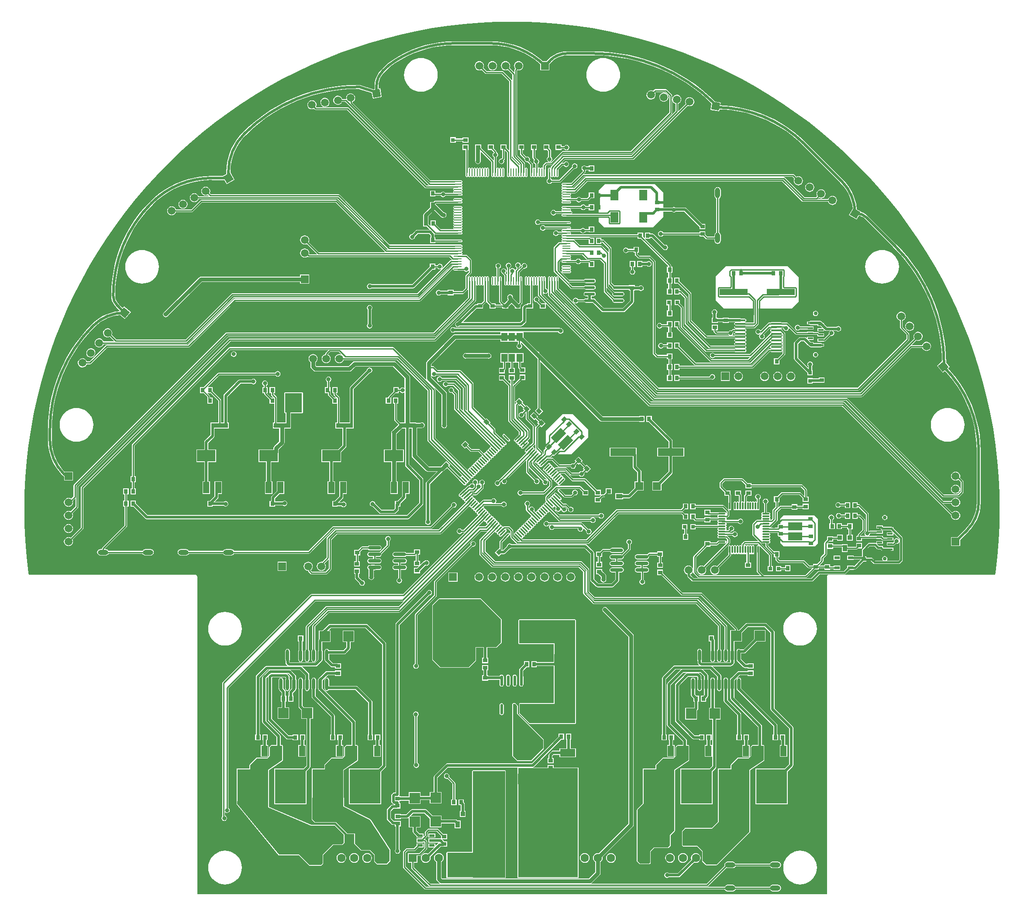
<source format=gtl>
G04*
G04 #@! TF.GenerationSoftware,Altium Limited,Altium Designer,20.1.11 (218)*
G04*
G04 Layer_Physical_Order=1*
G04 Layer_Color=255*
%FSLAX24Y24*%
%MOIN*%
G70*
G04*
G04 #@! TF.SameCoordinates,BD3A0D93-D2E9-4D9D-BC1F-92CABD7513BA*
G04*
G04*
G04 #@! TF.FilePolarity,Positive*
G04*
G01*
G75*
%ADD10C,0.0100*%
%ADD23C,0.0200*%
%ADD24R,0.0315X0.0354*%
%ADD25R,0.1417X0.0866*%
%ADD26R,0.0472X0.0866*%
%ADD27R,0.1283X0.0358*%
%ADD28R,0.2362X0.2638*%
%ADD29R,0.0472X0.0787*%
%ADD30R,0.0787X0.0787*%
%ADD31R,0.0787X0.0787*%
%ADD32R,0.1969X0.0591*%
%ADD33R,0.0354X0.0315*%
%ADD34R,0.1063X0.0591*%
G04:AMPARAMS|DCode=35|XSize=59.1mil|YSize=106.3mil|CornerRadius=0mil|HoleSize=0mil|Usage=FLASHONLY|Rotation=135.000|XOffset=0mil|YOffset=0mil|HoleType=Round|Shape=Rectangle|*
%AMROTATEDRECTD35*
4,1,4,0.0585,0.0167,-0.0167,-0.0585,-0.0585,-0.0167,0.0167,0.0585,0.0585,0.0167,0.0*
%
%ADD35ROTATEDRECTD35*%

%ADD36R,0.2165X0.0512*%
%ADD37R,0.0630X0.0787*%
%ADD38R,0.0630X0.0787*%
%ADD39O,0.0591X0.0106*%
%ADD40O,0.0106X0.0591*%
%ADD41O,0.0820X0.0143*%
%ADD42R,0.0394X0.0236*%
G04:AMPARAMS|DCode=43|XSize=63mil|YSize=11.8mil|CornerRadius=0mil|HoleSize=0mil|Usage=FLASHONLY|Rotation=135.000|XOffset=0mil|YOffset=0mil|HoleType=Round|Shape=Round|*
%AMOVALD43*
21,1,0.0512,0.0118,0.0000,0.0000,135.0*
1,1,0.0118,0.0181,-0.0181*
1,1,0.0118,-0.0181,0.0181*
%
%ADD43OVALD43*%

G04:AMPARAMS|DCode=44|XSize=11.8mil|YSize=63mil|CornerRadius=0mil|HoleSize=0mil|Usage=FLASHONLY|Rotation=135.000|XOffset=0mil|YOffset=0mil|HoleType=Round|Shape=Round|*
%AMOVALD44*
21,1,0.0512,0.0118,0.0000,0.0000,225.0*
1,1,0.0118,0.0181,0.0181*
1,1,0.0118,-0.0181,-0.0181*
%
%ADD44OVALD44*%

%ADD45O,0.0236X0.0925*%
%ADD46O,0.0805X0.0231*%
%ADD47R,0.0422X0.0209*%
%ADD48O,0.0610X0.0098*%
%ADD49O,0.0098X0.0610*%
%ADD50R,0.1772X0.1772*%
%ADD51O,0.0984X0.0276*%
%ADD52O,0.0226X0.0802*%
%ADD53R,0.0500X0.0360*%
%ADD54R,0.0360X0.0360*%
%ADD55R,0.0360X0.0360*%
%ADD56R,0.0360X0.0500*%
G04:AMPARAMS|DCode=57|XSize=31.5mil|YSize=35.4mil|CornerRadius=0mil|HoleSize=0mil|Usage=FLASHONLY|Rotation=45.000|XOffset=0mil|YOffset=0mil|HoleType=Round|Shape=Rectangle|*
%AMROTATEDRECTD57*
4,1,4,0.0014,-0.0237,-0.0237,0.0014,-0.0014,0.0237,0.0237,-0.0014,0.0014,-0.0237,0.0*
%
%ADD57ROTATEDRECTD57*%

G04:AMPARAMS|DCode=58|XSize=31.5mil|YSize=35.4mil|CornerRadius=0mil|HoleSize=0mil|Usage=FLASHONLY|Rotation=135.000|XOffset=0mil|YOffset=0mil|HoleType=Round|Shape=Rectangle|*
%AMROTATEDRECTD58*
4,1,4,0.0237,0.0014,-0.0014,-0.0237,-0.0237,-0.0014,0.0014,0.0237,0.0237,0.0014,0.0*
%
%ADD58ROTATEDRECTD58*%

%ADD59R,0.2559X0.2283*%
%ADD60R,0.1181X0.0591*%
%ADD61R,0.0974X0.1307*%
%ADD62O,0.0787X0.0394*%
%ADD63O,0.0394X0.0787*%
%ADD64R,0.0315X0.0315*%
%ADD65R,0.0315X0.0315*%
%ADD66R,0.0600X0.0600*%
%ADD67R,0.0472X0.0630*%
%ADD68R,0.0394X0.0126*%
%ADD69R,0.0358X0.1283*%
%ADD133C,0.0300*%
%ADD134C,0.0150*%
%ADD135R,0.1183X0.2320*%
%ADD136R,0.1240X0.2320*%
%ADD137R,0.2710X0.1900*%
%ADD138R,0.4580X0.8320*%
%ADD139R,0.2450X0.8140*%
%ADD140R,0.1310X0.1490*%
%ADD141R,0.0630X0.0630*%
%ADD142C,0.0630*%
%ADD143R,0.0591X0.0591*%
%ADD144C,0.0591*%
%ADD145C,0.0295*%
%ADD146O,0.0394X0.0630*%
%ADD147R,0.0591X0.0591*%
%ADD148C,0.1496*%
%ADD149O,0.0472X0.0866*%
%ADD150P,0.0835X4X175.0*%
%ADD151P,0.0835X4X195.0*%
%ADD152P,0.0835X4X215.0*%
%ADD153P,0.0835X4X235.0*%
%ADD154P,0.0835X4X255.0*%
%ADD155P,0.0835X4X275.0*%
%ADD156C,0.0315*%
%ADD157C,0.0240*%
G36*
X1228Y42407D02*
X2445Y42347D01*
X3659Y42247D01*
X4869Y42108D01*
X6074Y41929D01*
X7273Y41711D01*
X8463Y41454D01*
X9645Y41158D01*
X10816Y40824D01*
X11976Y40451D01*
X13123Y40041D01*
X14256Y39593D01*
X15374Y39108D01*
X16475Y38587D01*
X17558Y38031D01*
X18623Y37439D01*
X19668Y36813D01*
X20692Y36153D01*
X21694Y35459D01*
X22672Y34734D01*
X23626Y33977D01*
X24555Y33188D01*
X25458Y32370D01*
X26333Y31523D01*
X27180Y30648D01*
X27998Y29745D01*
X28787Y28816D01*
X29544Y27862D01*
X30269Y26884D01*
X30963Y25882D01*
X31623Y24858D01*
X32249Y23813D01*
X32841Y22748D01*
X33397Y21665D01*
X33918Y20564D01*
X34403Y19446D01*
X34851Y18313D01*
X35261Y17166D01*
X35634Y16006D01*
X35968Y14835D01*
X36264Y13653D01*
X36521Y12463D01*
X36739Y11264D01*
X36918Y10059D01*
X37057Y8849D01*
X37157Y7635D01*
X37217Y6418D01*
X37237Y5200D01*
X37217Y3982D01*
X37157Y2765D01*
X37057Y1551D01*
X36918Y341D01*
X36894Y178D01*
X24270D01*
X24223Y188D01*
X24154Y174D01*
X24096Y136D01*
X24058Y78D01*
X24044Y9D01*
Y-24222D01*
X-24024D01*
X-24024Y9D01*
X-24024Y9D01*
X-24038Y78D01*
X-24076Y136D01*
X-24134Y174D01*
X-24203Y188D01*
X-24203D01*
D01*
D01*
X-36875Y188D01*
X-36898Y341D01*
X-37037Y1551D01*
X-37137Y2765D01*
X-37197Y3982D01*
X-37217Y5200D01*
X-37197Y6418D01*
X-37137Y7635D01*
X-37037Y8849D01*
X-36898Y10059D01*
X-36719Y11264D01*
X-36501Y12463D01*
X-36244Y13653D01*
X-35948Y14835D01*
X-35614Y16006D01*
X-35241Y17166D01*
X-34831Y18313D01*
X-34383Y19446D01*
X-33898Y20564D01*
X-33377Y21665D01*
X-32821Y22748D01*
X-32229Y23813D01*
X-31603Y24858D01*
X-30943Y25882D01*
X-30249Y26884D01*
X-29524Y27862D01*
X-28767Y28816D01*
X-27978Y29745D01*
X-27160Y30648D01*
X-26313Y31523D01*
X-25438Y32370D01*
X-24535Y33188D01*
X-23606Y33977D01*
X-22652Y34734D01*
X-21674Y35459D01*
X-20672Y36153D01*
X-19648Y36813D01*
X-18603Y37439D01*
X-17538Y38031D01*
X-16455Y38587D01*
X-15354Y39108D01*
X-14236Y39593D01*
X-13103Y40041D01*
X-11956Y40451D01*
X-10796Y40824D01*
X-9625Y41158D01*
X-8443Y41454D01*
X-7253Y41711D01*
X-6054Y41929D01*
X-4849Y42108D01*
X-3639Y42247D01*
X-2425Y42347D01*
X-1208Y42407D01*
X10Y42427D01*
X1228Y42407D01*
D02*
G37*
%LPC*%
G36*
X-1622Y40925D02*
Y40923D01*
X-1622Y40923D01*
X-1623Y40923D01*
X-1623Y40923D01*
X-1623Y40923D01*
X-4393D01*
Y40925D01*
X-4948Y40906D01*
X-5501Y40852D01*
X-6048Y40761D01*
X-6589Y40635D01*
X-7121Y40474D01*
X-7640Y40279D01*
X-8146Y40049D01*
X-8636Y39788D01*
X-9107Y39494D01*
X-9502Y39212D01*
X-9500Y39210D01*
X-9518Y39198D01*
X-9979Y38738D01*
X-9979Y38738D01*
X-9979Y38738D01*
X-10131Y38565D01*
X-10259Y38374D01*
X-10360Y38168D01*
X-10434Y37950D01*
X-10479Y37724D01*
X-10494Y37495D01*
Y37495D01*
X-10493D01*
X-10493Y37495D01*
Y37271D01*
X-10548Y37261D01*
X-11613Y37576D01*
X-11613D01*
X-11640Y37584D01*
X-11661Y37586D01*
X-11681Y37590D01*
X-11681Y37589D01*
X-11693Y37589D01*
X-11694Y37589D01*
X-11694Y37589D01*
X-11797Y37592D01*
X-12491Y37573D01*
X-13182Y37515D01*
X-13869Y37418D01*
X-14550Y37282D01*
X-15222Y37109D01*
X-15883Y36898D01*
X-16531Y36651D01*
X-17164Y36367D01*
X-17781Y36049D01*
X-18378Y35696D01*
X-18955Y35311D01*
X-19510Y34894D01*
X-20040Y34446D01*
X-20544Y33969D01*
X-20546Y33967D01*
X-20545Y33966D01*
X-20545Y33966D01*
X-20545Y33966D01*
X-20545Y33966D01*
X-20545Y33967D01*
X-20797Y33692D01*
X-21024Y33396D01*
X-21225Y33081D01*
X-21397Y32750D01*
X-21540Y32405D01*
X-21652Y32049D01*
X-21733Y31685D01*
X-21782Y31315D01*
X-21798Y30942D01*
X-21798Y30942D01*
X-21797D01*
X-21797Y30942D01*
Y30790D01*
X-22070Y30633D01*
X-22910D01*
X-22910Y30633D01*
X-22910Y30633D01*
X-22911Y30633D01*
Y30634D01*
X-23386Y30617D01*
X-23859Y30566D01*
X-24326Y30482D01*
X-24787Y30364D01*
X-25238Y30214D01*
X-25678Y30032D01*
X-26103Y29820D01*
X-26512Y29577D01*
X-26902Y29306D01*
X-27272Y29007D01*
X-27620Y28683D01*
X-27620Y28683D01*
X-27621Y28684D01*
X-27621Y28683D01*
X-28041Y28237D01*
X-28434Y27766D01*
X-28797Y27273D01*
X-29130Y26758D01*
X-29431Y26224D01*
X-29699Y25673D01*
X-29933Y25107D01*
X-30133Y24528D01*
X-30298Y23937D01*
X-30427Y23338D01*
X-30519Y22732D01*
X-30574Y22122D01*
X-30593Y21509D01*
X-30593Y21508D01*
X-30591D01*
X-30591Y21508D01*
X-30591Y21508D01*
X-30591Y21508D01*
X-30591Y21507D01*
X-30592Y21507D01*
X-30577Y21314D01*
X-30531Y21123D01*
X-30456Y20942D01*
X-30353Y20775D01*
X-30226Y20626D01*
X-30226Y20626D01*
X-30225Y20627D01*
X-30225Y20627D01*
X-29927Y20328D01*
X-30264Y20278D01*
X-30601Y20194D01*
X-30928Y20077D01*
X-31241Y19929D01*
X-31539Y19750D01*
X-31818Y19544D01*
X-32073Y19312D01*
X-32072Y19311D01*
X-32072Y19311D01*
X-32072Y19311D01*
X-32072Y19311D01*
X-32074Y19312D01*
X-32074Y19312D01*
X-32514Y18846D01*
X-32928Y18356D01*
X-33314Y17843D01*
X-33671Y17309D01*
X-33997Y16757D01*
X-34292Y16186D01*
X-34554Y15601D01*
X-34782Y15001D01*
X-34977Y14390D01*
X-35138Y13768D01*
X-35263Y13139D01*
X-35353Y12503D01*
X-35406Y11864D01*
X-35424Y11222D01*
Y11222D01*
X-35423D01*
X-35423Y11222D01*
X-35423Y11222D01*
X-35423Y11221D01*
Y10461D01*
X-35423Y10460D01*
X-35423Y10460D01*
X-35423Y10460D01*
X-35425D01*
Y10460D01*
X-35406Y10085D01*
X-35351Y9714D01*
X-35260Y9350D01*
X-35133Y8997D01*
X-34973Y8657D01*
X-34780Y8335D01*
X-34556Y8034D01*
X-34304Y7756D01*
X-34303Y7757D01*
X-34303Y7757D01*
X-34303Y7757D01*
X-34302Y7756D01*
D01*
X-34284Y7737D01*
X-34284Y7737D01*
X-34194Y7663D01*
Y7365D01*
X-33503D01*
Y8055D01*
X-34164D01*
X-34320Y8228D01*
X-34526Y8505D01*
X-34704Y8801D01*
X-34851Y9113D01*
X-34968Y9439D01*
X-35052Y9774D01*
X-35102Y10115D01*
X-35119Y10451D01*
X-35117Y10460D01*
X-35117Y10461D01*
X-35117Y10461D01*
X-35117Y10461D01*
Y11221D01*
X-35117Y11222D01*
X-35117Y11222D01*
X-35117Y11223D01*
X-35119Y11233D01*
X-35102Y11847D01*
X-35049Y12469D01*
X-34962Y13088D01*
X-34840Y13700D01*
X-34684Y14305D01*
X-34494Y14900D01*
X-34272Y15484D01*
X-34017Y16054D01*
X-33730Y16609D01*
X-33413Y17147D01*
X-33066Y17666D01*
X-32690Y18165D01*
X-32287Y18643D01*
X-31865Y19089D01*
X-31856Y19095D01*
X-31856Y19095D01*
Y19095D01*
X-31852Y19101D01*
X-31624Y19308D01*
X-31369Y19496D01*
X-31097Y19659D01*
X-30811Y19795D01*
X-30512Y19902D01*
X-30205Y19979D01*
X-29910Y20023D01*
X-29532Y19706D01*
X-29088Y20235D01*
X-29617Y20679D01*
X-29721Y20555D01*
X-30009Y20843D01*
X-30016Y20848D01*
X-30128Y20984D01*
X-30216Y21148D01*
X-30269Y21325D01*
X-30287Y21500D01*
X-30285Y21508D01*
X-30285Y21509D01*
X-30287Y21519D01*
X-30270Y22103D01*
X-30216Y22695D01*
X-30126Y23283D01*
X-30002Y23864D01*
X-29842Y24437D01*
X-29648Y24999D01*
X-29421Y25548D01*
X-29160Y26082D01*
X-28868Y26600D01*
X-28546Y27099D01*
X-28193Y27578D01*
X-27813Y28035D01*
X-27412Y28460D01*
X-27403Y28466D01*
X-27397Y28476D01*
X-27039Y28807D01*
X-26647Y29116D01*
X-26232Y29393D01*
X-25796Y29637D01*
X-25343Y29846D01*
X-24875Y30019D01*
X-24394Y30154D01*
X-23905Y30252D01*
X-23409Y30310D01*
X-22922Y30329D01*
X-22911Y30327D01*
Y30327D01*
X-22911Y30327D01*
X-22910Y30327D01*
X-22910Y30327D01*
X-21954D01*
X-21770Y30008D01*
X-21172Y30354D01*
X-21491Y30906D01*
Y30942D01*
X-21493Y30953D01*
X-21475Y31331D01*
X-21417Y31717D01*
X-21323Y32096D01*
X-21191Y32463D01*
X-21024Y32815D01*
X-20824Y33150D01*
X-20592Y33463D01*
X-20337Y33744D01*
X-20328Y33750D01*
X-20328Y33750D01*
X-20328Y33750D01*
X-20328Y33750D01*
X-20328Y33750D01*
X-20328Y33750D01*
X-20321Y33760D01*
X-19837Y34219D01*
X-19319Y34655D01*
X-18779Y35062D01*
X-18216Y35438D01*
X-17633Y35782D01*
X-17032Y36092D01*
X-16414Y36369D01*
X-15782Y36610D01*
X-15137Y36816D01*
X-14482Y36985D01*
X-13818Y37117D01*
X-13148Y37211D01*
X-12474Y37268D01*
X-11797Y37287D01*
X-11707Y37285D01*
X-11699Y37282D01*
X-11699Y37282D01*
X-10698Y36987D01*
X-10620Y36547D01*
X-9940Y36667D01*
X-10060Y37347D01*
X-10187Y37325D01*
Y37495D01*
X-10189Y37504D01*
X-10172Y37722D01*
X-10119Y37944D01*
X-10031Y38155D01*
X-9912Y38350D01*
X-9770Y38516D01*
X-9763Y38521D01*
X-9763Y38521D01*
X-9762Y38521D01*
X-9762Y38521D01*
X-9309Y38975D01*
X-8938Y39241D01*
X-8483Y39523D01*
X-8011Y39776D01*
X-7524Y39997D01*
X-7023Y40185D01*
X-6510Y40341D01*
X-5989Y40462D01*
X-5461Y40549D01*
X-4928Y40602D01*
X-4403Y40619D01*
X-4393Y40617D01*
X-1624D01*
X-1623Y40617D01*
X-1623Y40617D01*
X-1622Y40617D01*
Y40617D01*
X-1613Y40619D01*
X-1176Y40602D01*
X-732Y40549D01*
X-293Y40462D01*
X137Y40341D01*
X556Y40186D01*
X962Y39999D01*
X1352Y39780D01*
X1724Y39532D01*
X2075Y39255D01*
X2165Y39172D01*
Y38713D01*
X2855D01*
Y39187D01*
X3017Y39349D01*
X3020Y39354D01*
X3183Y39497D01*
X3368Y39621D01*
X3568Y39719D01*
X3779Y39791D01*
X3997Y39834D01*
X4214Y39848D01*
X4220Y39847D01*
D01*
X4220D01*
D01*
X6212D01*
X6223Y39849D01*
X6888Y39832D01*
X7563Y39779D01*
X8233Y39690D01*
X8898Y39567D01*
X9556Y39409D01*
X10204Y39217D01*
X10842Y38991D01*
X11467Y38733D01*
X12077Y38441D01*
X12672Y38119D01*
X13248Y37765D01*
X13806Y37382D01*
X14342Y36970D01*
X14857Y36531D01*
X15227Y36180D01*
X15139Y35685D01*
X15819Y35565D01*
X15848Y35727D01*
X16139Y35718D01*
X16704Y35666D01*
X17265Y35581D01*
X17820Y35462D01*
X18366Y35310D01*
X18902Y35125D01*
X19426Y34908D01*
X19936Y34659D01*
X20430Y34381D01*
X20907Y34073D01*
X21364Y33736D01*
X21799Y33373D01*
X22207Y32990D01*
X22213Y32981D01*
X25063Y30131D01*
X25063Y30131D01*
X25064Y30130D01*
X25064Y30130D01*
X25064Y30130D01*
X25064Y30130D01*
X25071Y30125D01*
X25285Y29889D01*
X25480Y29625D01*
X25649Y29344D01*
X25789Y29048D01*
X25899Y28739D01*
X25979Y28422D01*
X26018Y28156D01*
X25722Y27644D01*
X26320Y27298D01*
X26497Y27604D01*
X26511Y27603D01*
X26671Y27554D01*
X26818Y27476D01*
X26941Y27375D01*
X26945Y27369D01*
X29122Y25192D01*
X29133Y25185D01*
X29612Y24678D01*
X30071Y24134D01*
X30499Y23566D01*
X30894Y22974D01*
X31256Y22361D01*
X31583Y21728D01*
X31873Y21079D01*
X32127Y20414D01*
X32343Y19735D01*
X32521Y19046D01*
X32660Y18348D01*
X32759Y17643D01*
X32819Y16934D01*
X32833Y16462D01*
X32442Y16134D01*
X32886Y15605D01*
X33051Y15744D01*
X33260Y15521D01*
X33631Y15069D01*
X33972Y14593D01*
X34281Y14096D01*
X34557Y13579D01*
X34799Y13046D01*
X35005Y12498D01*
X35175Y11938D01*
X35308Y11368D01*
X35403Y10790D01*
X35461Y10207D01*
X35479Y9634D01*
X35477Y9622D01*
X35477D01*
X35477Y9622D01*
X35477Y9622D01*
X35477Y9621D01*
Y5712D01*
X35479Y5703D01*
X35462Y5394D01*
X35408Y5079D01*
X35320Y4773D01*
X35198Y4478D01*
X35044Y4199D01*
X34859Y3939D01*
X34652Y3707D01*
X34644Y3702D01*
X33997Y3055D01*
X33523D01*
Y2365D01*
X34214D01*
Y2839D01*
X34860Y3486D01*
X34862Y3484D01*
X34862Y3485D01*
X35098Y3748D01*
X35302Y4036D01*
X35473Y4346D01*
X35608Y4672D01*
X35706Y5011D01*
X35765Y5359D01*
X35785Y5712D01*
X35783D01*
Y9621D01*
X35783Y9621D01*
X35783Y9622D01*
X35783Y9622D01*
X35783Y9622D01*
X35785D01*
X35765Y10227D01*
X35706Y10830D01*
X35607Y11427D01*
X35470Y12017D01*
X35294Y12596D01*
X35081Y13163D01*
X34831Y13714D01*
X34545Y14248D01*
X34226Y14762D01*
X33873Y15254D01*
X33489Y15722D01*
X33285Y15940D01*
X33415Y16049D01*
X33140Y16377D01*
X33126Y16903D01*
X33073Y17581D01*
X32984Y18255D01*
X32860Y18924D01*
X32701Y19586D01*
X32508Y20238D01*
X32281Y20879D01*
X32020Y21508D01*
X31727Y22122D01*
X31403Y22719D01*
X31047Y23299D01*
X30662Y23860D01*
X30248Y24400D01*
X29806Y24917D01*
X29339Y25409D01*
X29338Y25408D01*
X29338Y25408D01*
X27161Y27585D01*
X27161Y27586D01*
X27024Y27703D01*
X26869Y27798D01*
X26702Y27867D01*
X26655Y27878D01*
X26666Y27896D01*
X26333Y28089D01*
X26331Y28127D01*
X26278Y28481D01*
X26192Y28828D01*
X26071Y29165D01*
X25918Y29488D01*
X25734Y29795D01*
X25521Y30082D01*
X25281Y30347D01*
X25280Y30346D01*
X25280Y30346D01*
X25280Y30346D01*
X25280Y30346D01*
X25279Y30347D01*
X25279Y30347D01*
X25279Y30347D01*
X22429Y33197D01*
X22430Y33198D01*
X22428Y33200D01*
X22002Y33602D01*
X21552Y33977D01*
X21080Y34324D01*
X20588Y34642D01*
X20078Y34929D01*
X19552Y35186D01*
X19010Y35410D01*
X18457Y35601D01*
X17893Y35758D01*
X17320Y35881D01*
X16741Y35969D01*
X16158Y36022D01*
X15901Y36030D01*
X15939Y36245D01*
X15523Y36319D01*
X15061Y36758D01*
X14534Y37208D01*
X13985Y37629D01*
X13414Y38021D01*
X12824Y38383D01*
X12216Y38713D01*
X11591Y39011D01*
X10951Y39276D01*
X10299Y39507D01*
X9635Y39704D01*
X8962Y39866D01*
X8281Y39992D01*
X7595Y40082D01*
X6904Y40136D01*
X6212Y40155D01*
Y40153D01*
X4220D01*
D01*
X4220D01*
Y40154D01*
X3957Y40137D01*
X3700Y40086D01*
X3451Y40001D01*
X3216Y39885D01*
X2997Y39739D01*
X2800Y39566D01*
X2801Y39565D01*
X2639Y39404D01*
X2364D01*
X2273Y39487D01*
X1904Y39779D01*
X1512Y40041D01*
X1101Y40271D01*
X673Y40468D01*
X231Y40631D01*
X-222Y40759D01*
X-684Y40851D01*
X-1152Y40906D01*
X-1622Y40925D01*
D02*
G37*
G36*
X-1490Y39407D02*
X-1580Y39395D01*
X-1664Y39360D01*
X-1736Y39305D01*
X-1792Y39232D01*
X-1826Y39148D01*
X-1838Y39058D01*
X-1826Y38968D01*
X-1792Y38884D01*
X-1736Y38812D01*
X-1664Y38757D01*
X-1580Y38722D01*
X-1490Y38710D01*
X-1400Y38722D01*
X-1316Y38757D01*
X-1244Y38812D01*
X-1188Y38884D01*
X-1154Y38968D01*
X-1142Y39058D01*
X-1154Y39148D01*
X-1188Y39232D01*
X-1244Y39305D01*
X-1316Y39360D01*
X-1400Y39395D01*
X-1490Y39407D01*
D02*
G37*
G36*
X510D02*
X420Y39395D01*
X336Y39360D01*
X264Y39305D01*
X208Y39232D01*
X174Y39148D01*
X162Y39058D01*
X174Y38968D01*
X208Y38884D01*
X238Y38846D01*
X218Y38827D01*
X196Y38793D01*
X188Y38754D01*
Y38524D01*
X-184Y38896D01*
X-154Y38968D01*
X-142Y39058D01*
X-154Y39148D01*
X-188Y39232D01*
X-244Y39305D01*
X-316Y39360D01*
X-400Y39395D01*
X-490Y39407D01*
X-580Y39395D01*
X-664Y39360D01*
X-736Y39305D01*
X-792Y39232D01*
X-826Y39148D01*
X-838Y39058D01*
X-826Y38968D01*
X-792Y38884D01*
X-736Y38812D01*
X-664Y38757D01*
X-580Y38722D01*
X-490Y38710D01*
X-400Y38722D01*
X-328Y38752D01*
X38Y38386D01*
Y32138D01*
X46Y32099D01*
X68Y32066D01*
X597Y31537D01*
Y31393D01*
X596Y31397D01*
X574Y31430D01*
X2Y32002D01*
Y37920D01*
X-6Y37959D01*
X-28Y37992D01*
X-658Y38622D01*
X-691Y38644D01*
X-730Y38652D01*
X-1939D01*
X-2184Y38896D01*
X-2154Y38968D01*
X-2142Y39058D01*
X-2154Y39148D01*
X-2188Y39232D01*
X-2244Y39305D01*
X-2316Y39360D01*
X-2400Y39395D01*
X-2490Y39407D01*
X-2580Y39395D01*
X-2664Y39360D01*
X-2736Y39305D01*
X-2792Y39232D01*
X-2826Y39148D01*
X-2838Y39058D01*
X-2826Y38968D01*
X-2792Y38884D01*
X-2736Y38812D01*
X-2664Y38757D01*
X-2580Y38722D01*
X-2490Y38710D01*
X-2400Y38722D01*
X-2328Y38752D01*
X-2054Y38478D01*
X-2021Y38456D01*
X-1982Y38448D01*
X-772D01*
X-202Y37878D01*
Y32536D01*
X-213Y32553D01*
X-427Y32766D01*
Y33037D01*
X-881D01*
Y32622D01*
X-756D01*
Y32007D01*
X-792Y31970D01*
X-800Y31972D01*
X-881Y31955D01*
X-950Y31910D01*
X-995Y31841D01*
X-1012Y31760D01*
X-995Y31679D01*
X-950Y31610D01*
X-881Y31565D01*
X-800Y31548D01*
X-719Y31565D01*
X-650Y31610D01*
X-605Y31679D01*
X-588Y31760D01*
X-605Y31841D01*
X-616Y31858D01*
X-582Y31892D01*
X-560Y31925D01*
X-552Y31964D01*
Y32603D01*
X-387Y32438D01*
Y30914D01*
X-386Y30910D01*
Y30658D01*
X-379Y30619D01*
X-357Y30586D01*
X-324Y30564D01*
X-285Y30557D01*
X-247Y30564D01*
X-214Y30586D01*
X-192Y30619D01*
X-187Y30644D01*
X-182Y30619D01*
X-160Y30586D01*
X-127Y30564D01*
X-88Y30557D01*
X-50Y30564D01*
X-17Y30586D01*
X5Y30619D01*
X10Y30644D01*
X15Y30619D01*
X37Y30586D01*
X70Y30564D01*
X108Y30557D01*
X147Y30564D01*
X180Y30586D01*
X202Y30619D01*
X207Y30644D01*
X212Y30619D01*
X234Y30586D01*
X267Y30564D01*
X305Y30557D01*
X344Y30564D01*
X377Y30586D01*
X399Y30619D01*
X404Y30644D01*
X409Y30619D01*
X431Y30586D01*
X463Y30564D01*
X502Y30557D01*
X541Y30564D01*
X574Y30586D01*
X596Y30619D01*
X601Y30644D01*
X606Y30619D01*
X627Y30586D01*
X660Y30564D01*
X699Y30557D01*
X738Y30564D01*
X771Y30586D01*
X792Y30619D01*
X797Y30644D01*
X802Y30619D01*
X824Y30586D01*
X857Y30564D01*
X896Y30557D01*
X935Y30564D01*
X967Y30586D01*
X989Y30619D01*
X994Y30644D01*
X999Y30619D01*
X1021Y30586D01*
X1054Y30564D01*
X1093Y30557D01*
X1131Y30564D01*
X1164Y30586D01*
X1186Y30619D01*
X1194Y30658D01*
Y31170D01*
X1186Y31208D01*
X1164Y31241D01*
X1131Y31263D01*
X1093Y31271D01*
X1054Y31263D01*
X1021Y31241D01*
X999Y31208D01*
X998Y31201D01*
Y31594D01*
X990Y31633D01*
X968Y31666D01*
X392Y32242D01*
Y38712D01*
X407Y38727D01*
X420Y38722D01*
X510Y38710D01*
X600Y38722D01*
X684Y38757D01*
X756Y38812D01*
X812Y38884D01*
X846Y38968D01*
X858Y39058D01*
X846Y39148D01*
X812Y39232D01*
X756Y39305D01*
X684Y39360D01*
X600Y39395D01*
X510Y39407D01*
D02*
G37*
G36*
X11750Y37262D02*
X10942D01*
X10903Y37254D01*
X10869Y37232D01*
X10777Y37140D01*
X10762Y37149D01*
X10676Y37177D01*
X10585Y37181D01*
X10496Y37161D01*
X10415Y37119D01*
X10348Y37058D01*
X10300Y36981D01*
X10272Y36894D01*
X10268Y36803D01*
X10288Y36715D01*
X10330Y36634D01*
X10391Y36567D01*
X10468Y36518D01*
X10555Y36491D01*
X10646Y36487D01*
X10734Y36506D01*
X10815Y36548D01*
X10882Y36610D01*
X10931Y36686D01*
X10958Y36773D01*
X10962Y36864D01*
X10942Y36953D01*
X10921Y36995D01*
X10984Y37058D01*
X11708D01*
X12018Y36748D01*
Y35502D01*
X9068Y32552D01*
X3890D01*
X3851Y32544D01*
X3818Y32522D01*
X2988Y31692D01*
X2620D01*
X2581Y31684D01*
X2548Y31662D01*
X2399Y31514D01*
X2377Y31480D01*
X2369Y31441D01*
Y31197D01*
X2367Y31208D01*
X2345Y31241D01*
X2312Y31263D01*
X2274Y31271D01*
X2235Y31263D01*
X2202Y31241D01*
X2180Y31208D01*
X2175Y31183D01*
X2170Y31208D01*
X2148Y31241D01*
X2116Y31263D01*
X2077Y31271D01*
X2038Y31263D01*
X2005Y31241D01*
X1983Y31208D01*
X1982Y31201D01*
Y31572D01*
X2010Y31590D01*
X2055Y31659D01*
X2072Y31740D01*
X2055Y31821D01*
X2010Y31890D01*
X1941Y31935D01*
X1927Y31938D01*
X1774Y32092D01*
Y32622D01*
X1899D01*
Y33037D01*
X1445D01*
Y32622D01*
X1570D01*
Y32049D01*
X1577Y32010D01*
X1600Y31977D01*
X1701Y31876D01*
X1665Y31821D01*
X1648Y31740D01*
X1665Y31659D01*
X1710Y31590D01*
X1778Y31545D01*
Y31201D01*
X1777Y31208D01*
X1755Y31241D01*
X1722Y31263D01*
X1683Y31271D01*
X1645Y31263D01*
X1612Y31241D01*
X1590Y31208D01*
X1588Y31201D01*
Y31556D01*
X1581Y31595D01*
X1558Y31628D01*
X1366Y31821D01*
X1382Y31900D01*
X1365Y31981D01*
X1320Y32050D01*
X1251Y32095D01*
X1170Y32112D01*
X1091Y32096D01*
X811Y32376D01*
Y32622D01*
X936D01*
Y33037D01*
X482D01*
Y32622D01*
X607D01*
Y32334D01*
X615Y32295D01*
X637Y32262D01*
X965Y31933D01*
X958Y31900D01*
X975Y31819D01*
X1020Y31750D01*
X1089Y31705D01*
X1170Y31688D01*
X1203Y31695D01*
X1384Y31514D01*
Y30914D01*
X1385Y30910D01*
Y30658D01*
X1393Y30619D01*
X1415Y30586D01*
X1448Y30564D01*
X1486Y30557D01*
X1525Y30564D01*
X1558Y30586D01*
X1580Y30619D01*
X1585Y30644D01*
X1590Y30619D01*
X1612Y30586D01*
X1645Y30564D01*
X1683Y30557D01*
X1722Y30564D01*
X1755Y30586D01*
X1777Y30619D01*
X1782Y30644D01*
X1787Y30619D01*
X1809Y30586D01*
X1841Y30564D01*
X1880Y30557D01*
X1919Y30564D01*
X1952Y30586D01*
X1974Y30619D01*
X1979Y30644D01*
X1983Y30619D01*
X2005Y30586D01*
X2038Y30564D01*
X2077Y30557D01*
X2116Y30564D01*
X2148Y30586D01*
X2170Y30619D01*
X2175Y30644D01*
X2180Y30619D01*
X2202Y30586D01*
X2235Y30564D01*
X2274Y30557D01*
X2312Y30564D01*
X2345Y30586D01*
X2367Y30619D01*
X2372Y30644D01*
X2377Y30619D01*
X2399Y30586D01*
X2432Y30564D01*
X2471Y30557D01*
X2509Y30564D01*
X2542Y30586D01*
X2564Y30619D01*
X2572Y30658D01*
Y31161D01*
X2573Y31169D01*
Y31399D01*
X2662Y31488D01*
X3030D01*
X3069Y31496D01*
X3102Y31518D01*
X3932Y32348D01*
X9110D01*
X9149Y32356D01*
X9182Y32378D01*
X12192Y35388D01*
X12214Y35421D01*
X12222Y35460D01*
Y36790D01*
X12214Y36829D01*
X12192Y36862D01*
X11822Y37232D01*
X11789Y37254D01*
X11750Y37262D01*
D02*
G37*
G36*
X6970Y39645D02*
X6769Y39629D01*
X6573Y39582D01*
X6387Y39505D01*
X6215Y39400D01*
X6061Y39269D01*
X5930Y39115D01*
X5825Y38943D01*
X5748Y38757D01*
X5701Y38561D01*
X5685Y38360D01*
X5701Y38159D01*
X5748Y37963D01*
X5825Y37777D01*
X5930Y37605D01*
X6061Y37451D01*
X6215Y37320D01*
X6387Y37215D01*
X6573Y37138D01*
X6769Y37091D01*
X6970Y37075D01*
X7171Y37091D01*
X7367Y37138D01*
X7553Y37215D01*
X7725Y37320D01*
X7879Y37451D01*
X8010Y37605D01*
X8115Y37777D01*
X8192Y37963D01*
X8239Y38159D01*
X8255Y38360D01*
X8239Y38561D01*
X8192Y38757D01*
X8115Y38943D01*
X8010Y39115D01*
X7879Y39269D01*
X7725Y39400D01*
X7553Y39505D01*
X7367Y39582D01*
X7171Y39629D01*
X6970Y39645D01*
D02*
G37*
G36*
X-6950D02*
X-7151Y39629D01*
X-7347Y39582D01*
X-7533Y39505D01*
X-7705Y39400D01*
X-7859Y39269D01*
X-7990Y39115D01*
X-8095Y38943D01*
X-8172Y38757D01*
X-8219Y38561D01*
X-8235Y38360D01*
X-8219Y38159D01*
X-8172Y37963D01*
X-8095Y37777D01*
X-7990Y37605D01*
X-7859Y37451D01*
X-7705Y37320D01*
X-7533Y37215D01*
X-7347Y37138D01*
X-7151Y37091D01*
X-6950Y37075D01*
X-6749Y37091D01*
X-6553Y37138D01*
X-6367Y37215D01*
X-6195Y37320D01*
X-6041Y37451D01*
X-5910Y37605D01*
X-5805Y37777D01*
X-5728Y37963D01*
X-5681Y38159D01*
X-5665Y38360D01*
X-5681Y38561D01*
X-5728Y38757D01*
X-5805Y38943D01*
X-5910Y39115D01*
X-6041Y39269D01*
X-6195Y39400D01*
X-6367Y39505D01*
X-6553Y39582D01*
X-6749Y39629D01*
X-6950Y39645D01*
D02*
G37*
G36*
X-12280Y36947D02*
X-12370Y36943D01*
X-12457Y36916D01*
X-12534Y36867D01*
X-12595Y36800D01*
X-12637Y36719D01*
X-12657Y36630D01*
X-12653Y36540D01*
X-12644Y36513D01*
X-12656Y36521D01*
X-12695Y36528D01*
X-12965D01*
X-12979Y36574D01*
X-13028Y36650D01*
X-13095Y36712D01*
X-13176Y36754D01*
X-13264Y36773D01*
X-13355Y36769D01*
X-13442Y36742D01*
X-13519Y36693D01*
X-13580Y36626D01*
X-13622Y36545D01*
X-13642Y36457D01*
X-13638Y36366D01*
X-13610Y36279D01*
X-13562Y36203D01*
X-13495Y36141D01*
X-13414Y36099D01*
X-13325Y36079D01*
X-13234Y36083D01*
X-13148Y36111D01*
X-13071Y36160D01*
X-13010Y36227D01*
X-12968Y36307D01*
X-12964Y36324D01*
X-12738D01*
X-6359Y29946D01*
X-6326Y29924D01*
X-6323Y29923D01*
X-6529D01*
X-12468Y35862D01*
X-12501Y35884D01*
X-12540Y35892D01*
X-14933D01*
X-14959Y35918D01*
X-14937Y35960D01*
X-14917Y36049D01*
X-14921Y36140D01*
X-14949Y36226D01*
X-14998Y36303D01*
X-15065Y36364D01*
X-15145Y36406D01*
X-15234Y36426D01*
X-15325Y36422D01*
X-15412Y36395D01*
X-15488Y36346D01*
X-15550Y36279D01*
X-15592Y36198D01*
X-15611Y36109D01*
X-15607Y36019D01*
X-15580Y35932D01*
X-15531Y35855D01*
X-15464Y35794D01*
X-15384Y35752D01*
X-15295Y35732D01*
X-15204Y35736D01*
X-15117Y35763D01*
X-15102Y35773D01*
X-15047Y35718D01*
X-15014Y35696D01*
X-14975Y35688D01*
X-12582D01*
X-6643Y29749D01*
X-6610Y29727D01*
X-6571Y29719D01*
X-4421D01*
X-4428Y29718D01*
X-4461Y29696D01*
X-4483Y29663D01*
X-4491Y29624D01*
X-4483Y29586D01*
X-4461Y29553D01*
X-4428Y29531D01*
X-4403Y29526D01*
X-4428Y29521D01*
X-4461Y29499D01*
X-4483Y29466D01*
X-4491Y29428D01*
X-4483Y29389D01*
X-4461Y29356D01*
X-4428Y29334D01*
X-4421Y29333D01*
X-5069D01*
X-5100Y29380D01*
X-5169Y29425D01*
X-5250Y29442D01*
X-5331Y29425D01*
X-5400Y29380D01*
X-5431Y29333D01*
X-5841D01*
Y29527D01*
X-6256D01*
Y29073D01*
X-5841D01*
Y29129D01*
X-5432D01*
X-5400Y29080D01*
X-5331Y29035D01*
X-5250Y29018D01*
X-5169Y29035D01*
X-5100Y29080D01*
X-5068Y29129D01*
X-4134D01*
X-4130Y29130D01*
X-3878D01*
X-3839Y29137D01*
X-3806Y29159D01*
X-3784Y29192D01*
X-3777Y29231D01*
X-3784Y29269D01*
X-3806Y29302D01*
X-3839Y29324D01*
X-3864Y29329D01*
X-3839Y29334D01*
X-3806Y29356D01*
X-3784Y29389D01*
X-3777Y29428D01*
X-3784Y29466D01*
X-3806Y29499D01*
X-3839Y29521D01*
X-3864Y29526D01*
X-3839Y29531D01*
X-3806Y29553D01*
X-3784Y29586D01*
X-3777Y29624D01*
X-3784Y29663D01*
X-3806Y29696D01*
X-3839Y29718D01*
X-3864Y29723D01*
X-3839Y29728D01*
X-3806Y29750D01*
X-3784Y29783D01*
X-3777Y29821D01*
X-3784Y29860D01*
X-3806Y29893D01*
X-3839Y29915D01*
X-3864Y29920D01*
X-3839Y29925D01*
X-3806Y29947D01*
X-3784Y29979D01*
X-3777Y30018D01*
X-3784Y30057D01*
X-3806Y30090D01*
X-3839Y30112D01*
X-3864Y30117D01*
X-3839Y30122D01*
X-3806Y30144D01*
X-3784Y30176D01*
X-3777Y30215D01*
X-3784Y30254D01*
X-3806Y30287D01*
X-3839Y30308D01*
X-3878Y30316D01*
X-4385D01*
X-4389Y30317D01*
X-6230D01*
X-12168Y36256D01*
Y36283D01*
X-12163Y36284D01*
X-12086Y36333D01*
X-12025Y36400D01*
X-11983Y36481D01*
X-11963Y36570D01*
X-11967Y36660D01*
X-11994Y36747D01*
X-12043Y36824D01*
X-12110Y36885D01*
X-12191Y36927D01*
X-12280Y36947D01*
D02*
G37*
G36*
X11570Y37007D02*
X11481Y36987D01*
X11400Y36945D01*
X11333Y36884D01*
X11284Y36807D01*
X11257Y36720D01*
X11253Y36630D01*
X11273Y36541D01*
X11315Y36460D01*
X11376Y36393D01*
X11453Y36344D01*
X11540Y36317D01*
X11630Y36313D01*
X11719Y36333D01*
X11800Y36375D01*
X11867Y36436D01*
X11916Y36513D01*
X11943Y36600D01*
X11947Y36690D01*
X11927Y36779D01*
X11885Y36860D01*
X11824Y36927D01*
X11747Y36976D01*
X11660Y37003D01*
X11570Y37007D01*
D02*
G37*
G36*
X12554Y36833D02*
X12466Y36814D01*
X12385Y36772D01*
X12318Y36710D01*
X12269Y36634D01*
X12242Y36547D01*
X12238Y36456D01*
X12258Y36367D01*
X12300Y36287D01*
X12361Y36220D01*
X12438Y36171D01*
X12483Y36156D01*
Y35607D01*
X9108Y32232D01*
X3900D01*
X3861Y32224D01*
X3828Y32202D01*
X2990Y31364D01*
X2968Y31331D01*
X2960Y31292D01*
Y31197D01*
X2958Y31208D01*
X2936Y31241D01*
X2903Y31263D01*
X2864Y31271D01*
X2826Y31263D01*
X2793Y31241D01*
X2771Y31208D01*
X2763Y31170D01*
Y30918D01*
X2762Y30914D01*
Y30434D01*
X2710Y30400D01*
X2665Y30331D01*
X2648Y30250D01*
X2665Y30169D01*
X2710Y30100D01*
X2779Y30055D01*
X2860Y30038D01*
X2941Y30055D01*
X3010Y30100D01*
X3041Y30148D01*
X3650D01*
X3689Y30156D01*
X3722Y30178D01*
X4734Y31190D01*
X4790Y31178D01*
X4871Y31195D01*
X4940Y31240D01*
X4985Y31309D01*
X5002Y31390D01*
X4985Y31471D01*
X4940Y31540D01*
X4871Y31585D01*
X4790Y31602D01*
X4709Y31585D01*
X4640Y31540D01*
X4595Y31471D01*
X4578Y31390D01*
X4590Y31334D01*
X3608Y30352D01*
X3041D01*
X3010Y30400D01*
X2966Y30429D01*
Y30627D01*
X2968Y30619D01*
X2990Y30586D01*
X3022Y30564D01*
X3061Y30557D01*
X3100Y30564D01*
X3133Y30586D01*
X3155Y30619D01*
X3160Y30644D01*
X3165Y30619D01*
X3186Y30586D01*
X3219Y30564D01*
X3258Y30557D01*
X3297Y30564D01*
X3330Y30586D01*
X3351Y30619D01*
X3356Y30644D01*
X3361Y30619D01*
X3383Y30586D01*
X3416Y30564D01*
X3455Y30557D01*
X3494Y30564D01*
X3526Y30586D01*
X3548Y30619D01*
X3556Y30658D01*
Y31125D01*
X3559Y31128D01*
X3559Y31128D01*
X3869Y31438D01*
X3959D01*
X3990Y31390D01*
X4059Y31345D01*
X4140Y31328D01*
X4221Y31345D01*
X4290Y31390D01*
X4335Y31459D01*
X4352Y31540D01*
X4335Y31621D01*
X4290Y31690D01*
X4221Y31735D01*
X4140Y31752D01*
X4059Y31735D01*
X3990Y31690D01*
X3959Y31642D01*
X3827D01*
X3788Y31634D01*
X3760Y31616D01*
X4022Y31878D01*
X9237D01*
X9276Y31886D01*
X9309Y31908D01*
X13408Y36007D01*
X13422Y35997D01*
X13509Y35970D01*
X13600Y35966D01*
X13689Y35985D01*
X13769Y36027D01*
X13836Y36089D01*
X13885Y36166D01*
X13913Y36252D01*
X13917Y36343D01*
X13897Y36432D01*
X13855Y36512D01*
X13793Y36579D01*
X13717Y36628D01*
X13630Y36656D01*
X13539Y36660D01*
X13451Y36640D01*
X13370Y36598D01*
X13303Y36537D01*
X13254Y36460D01*
X13227Y36373D01*
X13223Y36282D01*
X13242Y36194D01*
X13264Y36152D01*
X12687Y35574D01*
Y36155D01*
X12704Y36159D01*
X12785Y36201D01*
X12852Y36263D01*
X12900Y36339D01*
X12928Y36426D01*
X12932Y36517D01*
X12912Y36605D01*
X12870Y36686D01*
X12809Y36753D01*
X12732Y36802D01*
X12645Y36829D01*
X12554Y36833D01*
D02*
G37*
G36*
X-14249Y36600D02*
X-14340Y36596D01*
X-14427Y36568D01*
X-14503Y36519D01*
X-14565Y36452D01*
X-14607Y36372D01*
X-14627Y36283D01*
X-14623Y36192D01*
X-14595Y36106D01*
X-14546Y36029D01*
X-14479Y35967D01*
X-14399Y35925D01*
X-14310Y35906D01*
X-14219Y35910D01*
X-14132Y35937D01*
X-14056Y35986D01*
X-13994Y36053D01*
X-13952Y36134D01*
X-13933Y36222D01*
X-13937Y36313D01*
X-13964Y36400D01*
X-14013Y36477D01*
X-14080Y36538D01*
X-14161Y36580D01*
X-14249Y36600D01*
D02*
G37*
G36*
X-4295Y33601D02*
X-4710D01*
Y33186D01*
X-4295D01*
Y33291D01*
X-3769D01*
Y33173D01*
X-3315D01*
Y33588D01*
X-3769D01*
Y33495D01*
X-4295D01*
Y33601D01*
D02*
G37*
G36*
X3784Y33037D02*
X3330D01*
Y32622D01*
X3784D01*
Y32708D01*
X3989D01*
X4020Y32660D01*
X4089Y32615D01*
X4170Y32598D01*
X4251Y32615D01*
X4320Y32660D01*
X4365Y32729D01*
X4382Y32810D01*
X4365Y32891D01*
X4320Y32960D01*
X4251Y33005D01*
X4170Y33022D01*
X4089Y33005D01*
X4020Y32960D01*
X3989Y32912D01*
X3784D01*
Y33037D01*
D02*
G37*
G36*
X-1389D02*
X-1844D01*
Y32622D01*
X-1553D01*
X-1372Y32441D01*
X-1420Y32410D01*
X-1465Y32341D01*
X-1482Y32260D01*
X-1465Y32179D01*
X-1420Y32110D01*
X-1372Y32078D01*
Y31773D01*
X-1372Y31775D01*
X-1394Y31808D01*
X-2352Y32766D01*
Y33037D01*
X-2807D01*
Y32622D01*
X-2801D01*
Y31813D01*
X-2812Y31760D01*
X-2795Y31679D01*
X-2750Y31610D01*
X-2681Y31565D01*
X-2600Y31548D01*
X-2519Y31565D01*
X-2450Y31610D01*
X-2405Y31679D01*
X-2388Y31760D01*
X-2393Y31784D01*
Y32519D01*
X-1568Y31694D01*
Y30914D01*
X-1568Y30910D01*
Y30658D01*
X-1560Y30619D01*
X-1538Y30586D01*
X-1505Y30564D01*
X-1466Y30557D01*
X-1428Y30564D01*
X-1395Y30586D01*
X-1373Y30619D01*
X-1368Y30644D01*
X-1363Y30619D01*
X-1341Y30586D01*
X-1308Y30564D01*
X-1270Y30557D01*
X-1231Y30564D01*
X-1198Y30586D01*
X-1176Y30619D01*
X-1171Y30644D01*
X-1166Y30619D01*
X-1144Y30586D01*
X-1111Y30564D01*
X-1073Y30557D01*
X-1034Y30564D01*
X-1001Y30586D01*
X-979Y30619D01*
X-974Y30644D01*
X-969Y30619D01*
X-947Y30586D01*
X-915Y30564D01*
X-876Y30557D01*
X-837Y30564D01*
X-804Y30586D01*
X-782Y30619D01*
X-777Y30644D01*
X-772Y30619D01*
X-751Y30586D01*
X-718Y30564D01*
X-679Y30557D01*
X-640Y30564D01*
X-607Y30586D01*
X-586Y30619D01*
X-578Y30658D01*
Y31170D01*
X-586Y31208D01*
X-607Y31241D01*
X-640Y31263D01*
X-679Y31271D01*
X-718Y31263D01*
X-751Y31241D01*
X-772Y31208D01*
X-777Y31184D01*
X-782Y31208D01*
X-804Y31241D01*
X-837Y31263D01*
X-876Y31271D01*
X-915Y31263D01*
X-947Y31241D01*
X-969Y31208D01*
X-974Y31183D01*
X-979Y31208D01*
X-1001Y31241D01*
X-1034Y31263D01*
X-1073Y31271D01*
X-1111Y31263D01*
X-1144Y31241D01*
X-1166Y31208D01*
X-1168Y31200D01*
Y32079D01*
X-1120Y32110D01*
X-1075Y32179D01*
X-1058Y32260D01*
X-1075Y32341D01*
X-1120Y32410D01*
X-1168Y32441D01*
Y32483D01*
X-1176Y32522D01*
X-1198Y32555D01*
X-1389Y32747D01*
Y33037D01*
D02*
G37*
G36*
X2862D02*
X2407D01*
Y32622D01*
X2698D01*
X2768Y32552D01*
Y32101D01*
X2720Y32070D01*
X2675Y32001D01*
X2658Y31920D01*
X2675Y31839D01*
X2720Y31770D01*
X2789Y31725D01*
X2870Y31708D01*
X2951Y31725D01*
X3020Y31770D01*
X3065Y31839D01*
X3082Y31920D01*
X3065Y32001D01*
X3020Y32070D01*
X2972Y32101D01*
Y32594D01*
X2964Y32633D01*
X2942Y32666D01*
X2862Y32747D01*
Y33037D01*
D02*
G37*
G36*
X5520Y31442D02*
X5439Y31425D01*
X5370Y31380D01*
X5325Y31311D01*
X5308Y31230D01*
X5325Y31149D01*
X5370Y31080D01*
X5418Y31049D01*
Y31022D01*
X4516Y30120D01*
X4154D01*
X4150Y30119D01*
X3898D01*
X3859Y30112D01*
X3826Y30090D01*
X3804Y30057D01*
X3797Y30018D01*
X3804Y29979D01*
X3826Y29947D01*
X3859Y29925D01*
X3884Y29920D01*
X3859Y29915D01*
X3826Y29893D01*
X3804Y29860D01*
X3797Y29821D01*
X3804Y29783D01*
X3826Y29750D01*
X3859Y29728D01*
X3884Y29723D01*
X3859Y29718D01*
X3826Y29696D01*
X3804Y29663D01*
X3797Y29624D01*
X3804Y29586D01*
X3826Y29553D01*
X3859Y29531D01*
X3884Y29526D01*
X3859Y29521D01*
X3826Y29499D01*
X3804Y29466D01*
X3797Y29428D01*
X3804Y29389D01*
X3826Y29356D01*
X3859Y29334D01*
X3884Y29329D01*
X3859Y29324D01*
X3826Y29302D01*
X3804Y29269D01*
X3797Y29231D01*
X3804Y29192D01*
X3826Y29159D01*
X3859Y29137D01*
X3884Y29132D01*
X3859Y29127D01*
X3826Y29105D01*
X3804Y29073D01*
X3797Y29034D01*
X3804Y28995D01*
X3826Y28962D01*
X3859Y28940D01*
X3884Y28936D01*
X3859Y28931D01*
X3826Y28909D01*
X3804Y28876D01*
X3797Y28837D01*
X3804Y28798D01*
X3826Y28766D01*
X3859Y28744D01*
X3884Y28739D01*
X3859Y28734D01*
X3826Y28712D01*
X3804Y28679D01*
X3797Y28640D01*
X3804Y28602D01*
X3826Y28569D01*
X3859Y28547D01*
X3898Y28539D01*
X4410D01*
X4448Y28547D01*
X4481Y28569D01*
X4503Y28602D01*
X4511Y28640D01*
X4503Y28679D01*
X4481Y28712D01*
X4448Y28734D01*
X4441Y28735D01*
X4924D01*
X4960Y28680D01*
X5029Y28635D01*
X5110Y28618D01*
X5191Y28635D01*
X5260Y28680D01*
X5296Y28735D01*
X5776D01*
X5815Y28743D01*
X5848Y28765D01*
X6016Y28933D01*
X6286D01*
Y29387D01*
X5871D01*
Y29077D01*
X5733Y28939D01*
X5287D01*
X5260Y28980D01*
X5191Y29025D01*
X5110Y29042D01*
X5029Y29025D01*
X4960Y28980D01*
X4933Y28939D01*
X4441D01*
X4448Y28940D01*
X4481Y28962D01*
X4503Y28995D01*
X4511Y29034D01*
X4503Y29073D01*
X4481Y29105D01*
X4448Y29127D01*
X4423Y29132D01*
X4448Y29137D01*
X4481Y29159D01*
X4503Y29192D01*
X4511Y29231D01*
X4503Y29269D01*
X4481Y29302D01*
X4448Y29324D01*
X4441Y29326D01*
X4818D01*
X4857Y29333D01*
X4890Y29356D01*
X5742Y30208D01*
X20628D01*
X22138Y28698D01*
X22171Y28676D01*
X22210Y28668D01*
X24131D01*
X24160Y28596D01*
X24216Y28524D01*
X24288Y28468D01*
X24372Y28434D01*
X24462Y28422D01*
X24552Y28434D01*
X24636Y28468D01*
X24708Y28524D01*
X24764Y28596D01*
X24798Y28680D01*
X24810Y28770D01*
X24798Y28860D01*
X24764Y28944D01*
X24708Y29016D01*
X24636Y29072D01*
X24552Y29106D01*
X24462Y29118D01*
X24372Y29106D01*
X24288Y29072D01*
X24216Y29016D01*
X24160Y28944D01*
X24131Y28872D01*
X23342D01*
X23434Y28964D01*
X23506Y28934D01*
X23596Y28922D01*
X23686Y28934D01*
X23770Y28968D01*
X23842Y29024D01*
X23898Y29096D01*
X23932Y29180D01*
X23944Y29270D01*
X23932Y29360D01*
X23898Y29444D01*
X23842Y29516D01*
X23770Y29572D01*
X23686Y29606D01*
X23596Y29618D01*
X23506Y29606D01*
X23422Y29572D01*
X23350Y29516D01*
X23294Y29444D01*
X23260Y29360D01*
X23248Y29270D01*
X23260Y29180D01*
X23290Y29108D01*
X23204Y29022D01*
X22322D01*
X20812Y30532D01*
X20779Y30554D01*
X20740Y30562D01*
X5638D01*
X5599Y30554D01*
X5566Y30532D01*
X4760Y29726D01*
X4617D01*
X4620Y29727D01*
X4653Y29749D01*
X5492Y30588D01*
X21402D01*
X21557Y30432D01*
X21528Y30360D01*
X21516Y30270D01*
X21528Y30180D01*
X21562Y30096D01*
X21618Y30024D01*
X21690Y29968D01*
X21774Y29934D01*
X21864Y29922D01*
X21954Y29934D01*
X22038Y29968D01*
X22110Y30024D01*
X22166Y30096D01*
X22200Y30180D01*
X22212Y30270D01*
X22200Y30360D01*
X22166Y30444D01*
X22110Y30516D01*
X22038Y30572D01*
X21954Y30606D01*
X21864Y30618D01*
X21774Y30606D01*
X21702Y30577D01*
X21516Y30762D01*
X21483Y30784D01*
X21444Y30792D01*
X5476D01*
X5592Y30908D01*
X5614Y30941D01*
X5622Y30980D01*
Y31049D01*
X5650Y31067D01*
X5871D01*
Y30983D01*
X6286D01*
Y31437D01*
X5871D01*
Y31373D01*
X5674D01*
X5670Y31380D01*
X5601Y31425D01*
X5520Y31442D01*
D02*
G37*
G36*
X-3315Y33037D02*
X-3769D01*
Y32622D01*
X-3537D01*
Y30914D01*
X-3536Y30910D01*
Y30658D01*
X-3528Y30619D01*
X-3506Y30586D01*
X-3474Y30564D01*
X-3435Y30557D01*
X-3396Y30564D01*
X-3363Y30586D01*
X-3341Y30619D01*
X-3336Y30644D01*
X-3331Y30619D01*
X-3310Y30586D01*
X-3277Y30564D01*
X-3238Y30557D01*
X-3199Y30564D01*
X-3167Y30586D01*
X-3145Y30619D01*
X-3140Y30644D01*
X-3135Y30619D01*
X-3113Y30586D01*
X-3080Y30564D01*
X-3041Y30557D01*
X-3002Y30564D01*
X-2970Y30586D01*
X-2948Y30619D01*
X-2943Y30644D01*
X-2938Y30619D01*
X-2916Y30586D01*
X-2883Y30564D01*
X-2844Y30557D01*
X-2806Y30564D01*
X-2773Y30586D01*
X-2751Y30619D01*
X-2746Y30644D01*
X-2741Y30619D01*
X-2719Y30586D01*
X-2686Y30564D01*
X-2647Y30557D01*
X-2609Y30564D01*
X-2576Y30586D01*
X-2554Y30619D01*
X-2549Y30644D01*
X-2544Y30619D01*
X-2522Y30586D01*
X-2489Y30564D01*
X-2451Y30557D01*
X-2412Y30564D01*
X-2379Y30586D01*
X-2357Y30619D01*
X-2352Y30644D01*
X-2347Y30619D01*
X-2325Y30586D01*
X-2292Y30564D01*
X-2254Y30557D01*
X-2215Y30564D01*
X-2182Y30586D01*
X-2160Y30619D01*
X-2155Y30644D01*
X-2150Y30619D01*
X-2128Y30586D01*
X-2096Y30564D01*
X-2057Y30557D01*
X-2018Y30564D01*
X-1985Y30586D01*
X-1963Y30619D01*
X-1959Y30644D01*
X-1954Y30619D01*
X-1932Y30586D01*
X-1899Y30564D01*
X-1860Y30557D01*
X-1821Y30564D01*
X-1789Y30586D01*
X-1767Y30619D01*
X-1759Y30658D01*
Y31170D01*
X-1767Y31208D01*
X-1789Y31241D01*
X-1821Y31263D01*
X-1860Y31271D01*
X-1899Y31263D01*
X-1932Y31241D01*
X-1954Y31208D01*
X-1959Y31183D01*
X-1963Y31208D01*
X-1985Y31241D01*
X-2018Y31263D01*
X-2057Y31271D01*
X-2096Y31263D01*
X-2128Y31241D01*
X-2150Y31208D01*
X-2155Y31184D01*
X-2160Y31208D01*
X-2182Y31241D01*
X-2215Y31263D01*
X-2254Y31271D01*
X-2292Y31263D01*
X-2325Y31241D01*
X-2347Y31208D01*
X-2352Y31183D01*
X-2357Y31208D01*
X-2379Y31241D01*
X-2412Y31263D01*
X-2451Y31271D01*
X-2489Y31263D01*
X-2522Y31241D01*
X-2544Y31208D01*
X-2549Y31184D01*
X-2554Y31208D01*
X-2576Y31241D01*
X-2609Y31263D01*
X-2647Y31271D01*
X-2686Y31263D01*
X-2719Y31241D01*
X-2741Y31208D01*
X-2746Y31183D01*
X-2751Y31208D01*
X-2773Y31241D01*
X-2806Y31263D01*
X-2844Y31271D01*
X-2883Y31263D01*
X-2916Y31241D01*
X-2938Y31208D01*
X-2943Y31184D01*
X-2948Y31208D01*
X-2970Y31241D01*
X-3002Y31263D01*
X-3041Y31271D01*
X-3080Y31263D01*
X-3113Y31241D01*
X-3135Y31208D01*
X-3140Y31183D01*
X-3145Y31208D01*
X-3167Y31241D01*
X-3199Y31263D01*
X-3238Y31271D01*
X-3277Y31263D01*
X-3310Y31241D01*
X-3331Y31208D01*
X-3333Y31201D01*
Y32622D01*
X-3315D01*
Y33037D01*
D02*
G37*
G36*
X22730Y30118D02*
X22640Y30106D01*
X22556Y30072D01*
X22484Y30016D01*
X22428Y29944D01*
X22394Y29860D01*
X22382Y29770D01*
X22394Y29680D01*
X22428Y29596D01*
X22484Y29524D01*
X22556Y29468D01*
X22640Y29434D01*
X22730Y29422D01*
X22820Y29434D01*
X22904Y29468D01*
X22976Y29524D01*
X23032Y29596D01*
X23066Y29680D01*
X23078Y29770D01*
X23066Y29860D01*
X23032Y29944D01*
X22976Y30016D01*
X22904Y30072D01*
X22820Y30106D01*
X22730Y30118D01*
D02*
G37*
G36*
X-23376Y29828D02*
X-23466Y29816D01*
X-23550Y29782D01*
X-23622Y29726D01*
X-23678Y29654D01*
X-23712Y29570D01*
X-23724Y29480D01*
X-23712Y29390D01*
X-23678Y29306D01*
X-23622Y29234D01*
X-23550Y29178D01*
X-23466Y29144D01*
X-23376Y29132D01*
X-23286Y29144D01*
X-23214Y29174D01*
X-23122Y29082D01*
X-23911D01*
X-23940Y29154D01*
X-23996Y29226D01*
X-24068Y29282D01*
X-24152Y29316D01*
X-24242Y29328D01*
X-24332Y29316D01*
X-24416Y29282D01*
X-24488Y29226D01*
X-24544Y29154D01*
X-24578Y29070D01*
X-24590Y28980D01*
X-24578Y28890D01*
X-24544Y28806D01*
X-24488Y28734D01*
X-24416Y28678D01*
X-24332Y28644D01*
X-24242Y28632D01*
X-24152Y28644D01*
X-24068Y28678D01*
X-23996Y28734D01*
X-23940Y28806D01*
X-23911Y28878D01*
X-13312D01*
X-9459Y25025D01*
X-9426Y25003D01*
X-9422Y25002D01*
X-9568D01*
X-13338Y28772D01*
X-13371Y28794D01*
X-13410Y28802D01*
X-23720D01*
X-23759Y28794D01*
X-23792Y28772D01*
X-24482Y28082D01*
X-25643D01*
X-25673Y28154D01*
X-25728Y28226D01*
X-25800Y28282D01*
X-25884Y28316D01*
X-25974Y28328D01*
X-26064Y28316D01*
X-26148Y28282D01*
X-26220Y28226D01*
X-26276Y28154D01*
X-26310Y28070D01*
X-26322Y27980D01*
X-26310Y27890D01*
X-26276Y27806D01*
X-26220Y27734D01*
X-26148Y27678D01*
X-26064Y27644D01*
X-25974Y27632D01*
X-25884Y27644D01*
X-25800Y27678D01*
X-25728Y27734D01*
X-25673Y27806D01*
X-25643Y27878D01*
X-24440D01*
X-24401Y27886D01*
X-24368Y27908D01*
X-23678Y28598D01*
X-13452D01*
X-9682Y24828D01*
X-9649Y24806D01*
X-9646Y24805D01*
X-14731D01*
X-15514Y25588D01*
X-15484Y25660D01*
X-15472Y25750D01*
X-15484Y25840D01*
X-15518Y25924D01*
X-15574Y25996D01*
X-15646Y26052D01*
X-15730Y26086D01*
X-15820Y26098D01*
X-15910Y26086D01*
X-15994Y26052D01*
X-16066Y25996D01*
X-16122Y25924D01*
X-16156Y25840D01*
X-16168Y25750D01*
X-16156Y25660D01*
X-16122Y25576D01*
X-16066Y25504D01*
X-15994Y25448D01*
X-15910Y25414D01*
X-15820Y25402D01*
X-15730Y25414D01*
X-15658Y25444D01*
X-14856Y24642D01*
X-15474D01*
X-15486Y24654D01*
X-15484Y24660D01*
X-15472Y24750D01*
X-15484Y24840D01*
X-15518Y24924D01*
X-15574Y24996D01*
X-15646Y25052D01*
X-15730Y25086D01*
X-15820Y25098D01*
X-15910Y25086D01*
X-15994Y25052D01*
X-16066Y24996D01*
X-16122Y24924D01*
X-16156Y24840D01*
X-16168Y24750D01*
X-16156Y24660D01*
X-16122Y24576D01*
X-16066Y24504D01*
X-15994Y24448D01*
X-15910Y24414D01*
X-15820Y24402D01*
X-15730Y24414D01*
X-15646Y24448D01*
X-15602Y24482D01*
X-15588Y24468D01*
X-15555Y24446D01*
X-15516Y24438D01*
X-4792D01*
X-4592Y24238D01*
X-4559Y24216D01*
X-4552Y24215D01*
X-4659D01*
X-4698Y24207D01*
X-4732Y24185D01*
X-7234Y21682D01*
X-21344D01*
X-21383Y21674D01*
X-21416Y21652D01*
X-24923Y18146D01*
X-30202D01*
X-30554Y18498D01*
X-30544Y18513D01*
X-30517Y18600D01*
X-30513Y18690D01*
X-30533Y18779D01*
X-30575Y18860D01*
X-30636Y18927D01*
X-30713Y18976D01*
X-30800Y19003D01*
X-30890Y19007D01*
X-30979Y18987D01*
X-31060Y18945D01*
X-31127Y18884D01*
X-31176Y18807D01*
X-31203Y18720D01*
X-31207Y18630D01*
X-31187Y18541D01*
X-31145Y18460D01*
X-31084Y18393D01*
X-31007Y18344D01*
X-30920Y18317D01*
X-30830Y18313D01*
X-30741Y18333D01*
X-30699Y18355D01*
X-30340Y17996D01*
X-31172D01*
X-31176Y18013D01*
X-31218Y18094D01*
X-31279Y18161D01*
X-31356Y18210D01*
X-31442Y18237D01*
X-31533Y18241D01*
X-31622Y18221D01*
X-31703Y18179D01*
X-31770Y18118D01*
X-31818Y18041D01*
X-31846Y17954D01*
X-31850Y17864D01*
X-31830Y17775D01*
X-31788Y17694D01*
X-31727Y17627D01*
X-31650Y17578D01*
X-31563Y17551D01*
X-31472Y17547D01*
X-31384Y17567D01*
X-31303Y17609D01*
X-31236Y17670D01*
X-31187Y17747D01*
X-31173Y17792D01*
X-24818D01*
X-24779Y17800D01*
X-24746Y17822D01*
X-21240Y21328D01*
X-7130D01*
X-7091Y21336D01*
X-7058Y21358D01*
X-4602Y23814D01*
X-4523D01*
X-4531Y23812D01*
X-4564Y23790D01*
X-4962Y23392D01*
X-4962Y23392D01*
X-7092Y21262D01*
X-21160D01*
X-21199Y21254D01*
X-21232Y21232D01*
X-24712Y17752D01*
X-30910D01*
X-30949Y17744D01*
X-30982Y17722D01*
X-32240Y16464D01*
X-32457D01*
X-32461Y16481D01*
X-32503Y16562D01*
X-32565Y16629D01*
X-32641Y16677D01*
X-32728Y16705D01*
X-32819Y16709D01*
X-32907Y16689D01*
X-32988Y16647D01*
X-33055Y16586D01*
X-33104Y16509D01*
X-33131Y16422D01*
X-33135Y16332D01*
X-33116Y16243D01*
X-33074Y16162D01*
X-33012Y16095D01*
X-32936Y16046D01*
X-32849Y16019D01*
X-32758Y16015D01*
X-32669Y16035D01*
X-32589Y16077D01*
X-32522Y16138D01*
X-32473Y16215D01*
X-32458Y16260D01*
X-32198D01*
X-32159Y16268D01*
X-32126Y16290D01*
X-30868Y17548D01*
X-24670D01*
X-24631Y17556D01*
X-24598Y17578D01*
X-21118Y21058D01*
X-7050D01*
X-7011Y21066D01*
X-6978Y21088D01*
X-4818Y23248D01*
X-4818Y23248D01*
X-4450Y23616D01*
X-4425D01*
X-4428Y23616D01*
X-4461Y23594D01*
X-4483Y23561D01*
X-4491Y23522D01*
X-4483Y23483D01*
X-4461Y23451D01*
X-4428Y23429D01*
X-4390Y23421D01*
X-4138D01*
X-4134Y23420D01*
X-3659D01*
X-3640Y23390D01*
X-3571Y23345D01*
X-3490Y23328D01*
X-3409Y23345D01*
X-3340Y23390D01*
X-3295Y23459D01*
X-3292Y23472D01*
Y23302D01*
X-3507Y23087D01*
X-3529Y23054D01*
X-3537Y23015D01*
Y22077D01*
X-3782Y21832D01*
X-4443D01*
Y21937D01*
X-4897D01*
Y21878D01*
X-5453D01*
X-5509Y21915D01*
X-5590Y21932D01*
X-5671Y21915D01*
X-5740Y21870D01*
X-5785Y21801D01*
X-5802Y21720D01*
X-5785Y21639D01*
X-5740Y21570D01*
X-5671Y21525D01*
X-5590Y21508D01*
X-5509Y21525D01*
X-5440Y21570D01*
X-5439Y21572D01*
X-4897D01*
Y21523D01*
X-4443D01*
Y21628D01*
X-3740D01*
X-3701Y21636D01*
X-3668Y21658D01*
X-3363Y21963D01*
X-3341Y21996D01*
Y21343D01*
X-5992Y18692D01*
X-21780D01*
X-21819Y18684D01*
X-21852Y18662D01*
X-33432Y7082D01*
X-33454Y7049D01*
X-33462Y7010D01*
Y6162D01*
X-33639Y5985D01*
X-33674Y6012D01*
X-33758Y6046D01*
X-33848Y6058D01*
X-33938Y6046D01*
X-34022Y6012D01*
X-34095Y5956D01*
X-34150Y5884D01*
X-34185Y5800D01*
X-34197Y5710D01*
X-34185Y5620D01*
X-34150Y5536D01*
X-34095Y5464D01*
X-34022Y5408D01*
X-33938Y5374D01*
X-33848Y5362D01*
X-33758Y5374D01*
X-33674Y5408D01*
X-33602Y5464D01*
X-33547Y5536D01*
X-33512Y5620D01*
X-33500Y5710D01*
X-33512Y5800D01*
X-33519Y5817D01*
X-33302Y6034D01*
Y5401D01*
X-33686Y5016D01*
X-33758Y5046D01*
X-33848Y5058D01*
X-33938Y5046D01*
X-34022Y5012D01*
X-34095Y4956D01*
X-34150Y4884D01*
X-34185Y4800D01*
X-34197Y4710D01*
X-34185Y4620D01*
X-34150Y4536D01*
X-34095Y4464D01*
X-34022Y4408D01*
X-33938Y4374D01*
X-33848Y4362D01*
X-33758Y4374D01*
X-33674Y4408D01*
X-33602Y4464D01*
X-33547Y4536D01*
X-33512Y4620D01*
X-33500Y4710D01*
X-33512Y4800D01*
X-33542Y4872D01*
X-33128Y5286D01*
X-33106Y5319D01*
X-33098Y5358D01*
Y6916D01*
X-21676Y18338D01*
X-5888D01*
X-5849Y18346D01*
X-5816Y18368D01*
X-2970Y21214D01*
X-2948Y21247D01*
X-2946Y21254D01*
Y21188D01*
X-5912Y18222D01*
X-21530D01*
X-21569Y18214D01*
X-21602Y18192D01*
X-32892Y6902D01*
X-32914Y6869D01*
X-32922Y6830D01*
Y3781D01*
X-33412Y3290D01*
X-33412Y3290D01*
X-33686Y3016D01*
X-33758Y3046D01*
X-33848Y3058D01*
X-33938Y3046D01*
X-34022Y3012D01*
X-34095Y2956D01*
X-34150Y2884D01*
X-34185Y2800D01*
X-34197Y2710D01*
X-34185Y2620D01*
X-34150Y2536D01*
X-34095Y2464D01*
X-34022Y2408D01*
X-33938Y2374D01*
X-33848Y2362D01*
X-33758Y2374D01*
X-33674Y2408D01*
X-33602Y2464D01*
X-33547Y2536D01*
X-33512Y2620D01*
X-33500Y2710D01*
X-33512Y2800D01*
X-33542Y2872D01*
X-33268Y3146D01*
X-33268Y3146D01*
X-32748Y3666D01*
X-32726Y3699D01*
X-32718Y3738D01*
Y6788D01*
X-21488Y18018D01*
X-5870D01*
X-5831Y18026D01*
X-5798Y18048D01*
X-2772Y21074D01*
X-2750Y21107D01*
X-2742Y21146D01*
Y22339D01*
X-2741Y22332D01*
X-2719Y22299D01*
X-2686Y22277D01*
X-2647Y22269D01*
X-2609Y22277D01*
X-2576Y22299D01*
X-2554Y22332D01*
X-2549Y22357D01*
X-2544Y22332D01*
X-2522Y22299D01*
X-2489Y22277D01*
X-2451Y22269D01*
X-2412Y22277D01*
X-2379Y22299D01*
X-2357Y22332D01*
X-2352Y22357D01*
X-2347Y22332D01*
X-2325Y22299D01*
X-2292Y22277D01*
X-2254Y22269D01*
X-2215Y22277D01*
X-2182Y22299D01*
X-2160Y22332D01*
X-2159Y22339D01*
Y21102D01*
X-2342Y20919D01*
X-2652D01*
Y20837D01*
X-2756D01*
X-2815Y20825D01*
X-2865Y20792D01*
X-4136Y19520D01*
X-4211Y19505D01*
X-4280Y19460D01*
X-4325Y19391D01*
X-4342Y19310D01*
X-4325Y19229D01*
X-4280Y19160D01*
X-4211Y19115D01*
X-4130Y19098D01*
X-4049Y19115D01*
X-3985Y19157D01*
X700D01*
X759Y19169D01*
X808Y19202D01*
X1048Y19442D01*
X1081Y19491D01*
X1093Y19550D01*
Y20500D01*
X1121Y20528D01*
X1168D01*
Y20504D01*
X1622D01*
Y20919D01*
X1588D01*
Y22339D01*
X1590Y22332D01*
X1612Y22299D01*
X1645Y22277D01*
X1683Y22269D01*
X1722Y22277D01*
X1755Y22299D01*
X1777Y22332D01*
X1782Y22357D01*
X1787Y22332D01*
X1809Y22299D01*
X1841Y22277D01*
X1880Y22269D01*
X1919Y22277D01*
X1952Y22299D01*
X1974Y22332D01*
X1975Y22339D01*
Y21551D01*
X1983Y21512D01*
X2005Y21479D01*
X2565Y20919D01*
X2267D01*
X2068Y21118D01*
X2075Y21129D01*
X2092Y21210D01*
X2075Y21291D01*
X2030Y21360D01*
X1961Y21405D01*
X1880Y21422D01*
X1799Y21405D01*
X1730Y21360D01*
X1685Y21291D01*
X1668Y21210D01*
X1685Y21129D01*
X1730Y21060D01*
X1799Y21015D01*
X1880Y20998D01*
X1896Y21002D01*
X2123Y20774D01*
Y20504D01*
X2577D01*
Y20907D01*
X10406Y13078D01*
X10439Y13056D01*
X10478Y13048D01*
X25198D01*
X33514Y4732D01*
X33522Y4726D01*
X33520Y4710D01*
X33532Y4620D01*
X33567Y4536D01*
X33622Y4464D01*
X33694Y4408D01*
X33778Y4374D01*
X33868Y4362D01*
X33958Y4374D01*
X34042Y4408D01*
X34115Y4464D01*
X34170Y4536D01*
X34205Y4620D01*
X34217Y4710D01*
X34205Y4800D01*
X34170Y4884D01*
X34115Y4956D01*
X34042Y5012D01*
X33958Y5046D01*
X33868Y5058D01*
X33778Y5046D01*
X33694Y5012D01*
X33622Y4956D01*
X33603Y4931D01*
X32926Y5608D01*
X33537D01*
X33567Y5536D01*
X33622Y5464D01*
X33694Y5408D01*
X33778Y5374D01*
X33868Y5362D01*
X33958Y5374D01*
X34042Y5408D01*
X34115Y5464D01*
X34170Y5536D01*
X34205Y5620D01*
X34217Y5710D01*
X34205Y5800D01*
X34170Y5884D01*
X34115Y5956D01*
X34042Y6012D01*
X33958Y6046D01*
X33868Y6058D01*
X33778Y6046D01*
X33694Y6012D01*
X33622Y5956D01*
X33567Y5884D01*
X33537Y5812D01*
X32934D01*
X25374Y13372D01*
X25341Y13394D01*
X25302Y13402D01*
X10582D01*
X2376Y21608D01*
Y21732D01*
X2400Y21695D01*
X2469Y21650D01*
X2550Y21633D01*
X2631Y21650D01*
X2700Y21695D01*
X2745Y21764D01*
X2762Y21845D01*
X2745Y21926D01*
X2700Y21995D01*
X2631Y22040D01*
X2572Y22052D01*
Y22623D01*
X2573Y22626D01*
X2572Y22630D01*
Y22882D01*
X2564Y22921D01*
X2542Y22954D01*
X2509Y22976D01*
X2471Y22984D01*
X2432Y22976D01*
X2399Y22954D01*
X2377Y22921D01*
X2372Y22896D01*
X2367Y22921D01*
X2345Y22954D01*
X2312Y22976D01*
X2274Y22984D01*
X2235Y22976D01*
X2202Y22954D01*
X2180Y22921D01*
X2175Y22896D01*
X2170Y22921D01*
X2148Y22954D01*
X2116Y22976D01*
X2077Y22984D01*
X2038Y22976D01*
X2005Y22954D01*
X1983Y22921D01*
X1979Y22896D01*
X1974Y22921D01*
X1952Y22954D01*
X1919Y22976D01*
X1880Y22984D01*
X1841Y22976D01*
X1809Y22954D01*
X1787Y22921D01*
X1782Y22896D01*
X1777Y22921D01*
X1755Y22954D01*
X1722Y22976D01*
X1683Y22984D01*
X1645Y22976D01*
X1612Y22954D01*
X1590Y22921D01*
X1585Y22896D01*
X1580Y22921D01*
X1558Y22954D01*
X1525Y22976D01*
X1486Y22984D01*
X1448Y22976D01*
X1415Y22954D01*
X1393Y22921D01*
X1388Y22896D01*
X1383Y22921D01*
X1361Y22954D01*
X1328Y22976D01*
X1290Y22984D01*
X1251Y22976D01*
X1218Y22954D01*
X1196Y22921D01*
X1191Y22896D01*
X1186Y22921D01*
X1164Y22954D01*
X1131Y22976D01*
X1093Y22984D01*
X1054Y22976D01*
X1021Y22954D01*
X999Y22921D01*
X992Y22882D01*
Y22371D01*
X999Y22332D01*
X1021Y22299D01*
X1054Y22277D01*
X1093Y22269D01*
X1131Y22277D01*
X1164Y22299D01*
X1186Y22332D01*
X1191Y22357D01*
X1196Y22332D01*
X1218Y22299D01*
X1251Y22277D01*
X1290Y22269D01*
X1328Y22277D01*
X1361Y22299D01*
X1383Y22332D01*
X1384Y22339D01*
Y20919D01*
X1168D01*
Y20834D01*
X1057D01*
X1008Y20824D01*
X999Y20822D01*
X949Y20789D01*
X832Y20672D01*
X799Y20622D01*
X787Y20564D01*
Y19613D01*
X637Y19463D01*
X-3761D01*
X-2693Y20531D01*
X-2652D01*
Y20504D01*
X-2198D01*
Y20774D01*
X-1985Y20987D01*
X-1963Y21020D01*
X-1956Y21053D01*
X-1954Y21042D01*
X-1932Y21009D01*
X-1697Y20774D01*
Y20504D01*
X-1243D01*
Y20609D01*
X-742D01*
Y20504D01*
X-288D01*
Y20630D01*
X-37Y20881D01*
X213Y20630D01*
Y20504D01*
X667D01*
Y20774D01*
X771Y20878D01*
X793Y20911D01*
X801Y20950D01*
Y22626D01*
X800Y22630D01*
Y22882D01*
X792Y22921D01*
X771Y22954D01*
X738Y22976D01*
X699Y22984D01*
X660Y22976D01*
X627Y22954D01*
X606Y22921D01*
X604Y22914D01*
Y23280D01*
X894Y23570D01*
X950Y23558D01*
X1031Y23575D01*
X1100Y23620D01*
X1145Y23689D01*
X1162Y23770D01*
X1145Y23851D01*
X1100Y23920D01*
X1031Y23965D01*
X950Y23982D01*
X869Y23965D01*
X800Y23920D01*
X755Y23851D01*
X738Y23770D01*
X750Y23714D01*
X559Y23523D01*
X562Y23540D01*
Y23639D01*
X610Y23670D01*
X655Y23739D01*
X672Y23820D01*
X655Y23901D01*
X610Y23970D01*
X541Y24015D01*
X460Y24032D01*
X379Y24015D01*
X310Y23970D01*
X265Y23901D01*
X248Y23820D01*
X265Y23739D01*
X310Y23670D01*
X358Y23639D01*
Y23582D01*
X233Y23457D01*
X229Y23452D01*
X225Y23471D01*
X180Y23540D01*
X111Y23585D01*
X30Y23602D01*
X-51Y23585D01*
X-120Y23540D01*
X-165Y23471D01*
X-182Y23390D01*
X-165Y23309D01*
X-120Y23240D01*
X-104Y23230D01*
X-161Y23174D01*
X-183Y23141D01*
X-184Y23133D01*
Y23594D01*
X-179Y23595D01*
X-110Y23640D01*
X-65Y23709D01*
X-48Y23790D01*
X-65Y23871D01*
X-110Y23940D01*
X-179Y23985D01*
X-260Y24002D01*
X-341Y23985D01*
X-410Y23940D01*
X-455Y23871D01*
X-472Y23790D01*
X-455Y23709D01*
X-410Y23640D01*
X-388Y23626D01*
Y23111D01*
X-410Y23144D01*
X-481Y23215D01*
X-480Y23215D01*
X-435Y23284D01*
X-418Y23365D01*
X-435Y23446D01*
X-480Y23515D01*
X-549Y23560D01*
X-630Y23577D01*
X-711Y23560D01*
X-780Y23515D01*
X-825Y23446D01*
X-842Y23365D01*
X-825Y23284D01*
X-780Y23215D01*
X-721Y23176D01*
X-702Y23148D01*
X-584Y23030D01*
Y22631D01*
X-585Y22627D01*
X-583Y22619D01*
Y22371D01*
X-576Y22332D01*
X-554Y22299D01*
X-521Y22277D01*
X-482Y22269D01*
X-443Y22277D01*
X-411Y22299D01*
X-389Y22332D01*
X-384Y22357D01*
X-379Y22332D01*
X-357Y22299D01*
X-324Y22277D01*
X-285Y22269D01*
X-247Y22277D01*
X-214Y22299D01*
X-192Y22332D01*
X-187Y22357D01*
X-182Y22332D01*
X-160Y22299D01*
X-127Y22277D01*
X-88Y22269D01*
X-50Y22277D01*
X-17Y22299D01*
X5Y22332D01*
X10Y22357D01*
X15Y22332D01*
X37Y22299D01*
X70Y22277D01*
X108Y22269D01*
X147Y22277D01*
X180Y22299D01*
X202Y22332D01*
X207Y22357D01*
X212Y22332D01*
X234Y22299D01*
X267Y22277D01*
X305Y22269D01*
X344Y22277D01*
X377Y22299D01*
X399Y22332D01*
X404Y22357D01*
X409Y22332D01*
X431Y22299D01*
X463Y22277D01*
X502Y22269D01*
X541Y22277D01*
X574Y22299D01*
X596Y22332D01*
X597Y22339D01*
Y20993D01*
X523Y20919D01*
X501D01*
X67Y21353D01*
Y21366D01*
X72Y21390D01*
X55Y21471D01*
X10Y21540D01*
X-59Y21585D01*
X-140Y21602D01*
X-221Y21585D01*
X-290Y21540D01*
X-335Y21471D01*
X-352Y21390D01*
X-341Y21337D01*
Y21269D01*
X-326Y21191D01*
X-317Y21178D01*
X-576Y20919D01*
X-598D01*
X-774Y21094D01*
Y22626D01*
X-775Y22630D01*
Y22882D01*
X-782Y22921D01*
X-804Y22954D01*
X-837Y22976D01*
X-876Y22984D01*
X-915Y22976D01*
X-947Y22954D01*
X-969Y22921D01*
X-972Y22910D01*
Y23567D01*
X-966Y23568D01*
X-897Y23614D01*
X-851Y23682D01*
X-835Y23763D01*
X-851Y23844D01*
X-897Y23913D01*
X-966Y23959D01*
X-1047Y23975D01*
X-1128Y23959D01*
X-1196Y23913D01*
X-1242Y23844D01*
X-1258Y23763D01*
X-1242Y23682D01*
X-1196Y23614D01*
X-1175Y23600D01*
Y22918D01*
X-1176Y22921D01*
X-1198Y22954D01*
X-1231Y22976D01*
X-1270Y22984D01*
X-1308Y22976D01*
X-1341Y22954D01*
X-1363Y22921D01*
X-1368Y22896D01*
X-1373Y22921D01*
X-1395Y22954D01*
X-1428Y22976D01*
X-1466Y22984D01*
X-1505Y22976D01*
X-1538Y22954D01*
X-1560Y22921D01*
X-1568Y22882D01*
Y22371D01*
X-1560Y22332D01*
X-1538Y22299D01*
X-1505Y22277D01*
X-1466Y22269D01*
X-1428Y22277D01*
X-1395Y22299D01*
X-1373Y22332D01*
X-1368Y22357D01*
X-1363Y22332D01*
X-1341Y22299D01*
X-1308Y22277D01*
X-1270Y22269D01*
X-1231Y22277D01*
X-1198Y22299D01*
X-1176Y22332D01*
X-1171Y22357D01*
X-1166Y22332D01*
X-1144Y22299D01*
X-1111Y22277D01*
X-1073Y22269D01*
X-1034Y22277D01*
X-1001Y22299D01*
X-979Y22332D01*
X-978Y22339D01*
Y21052D01*
X-970Y21013D01*
X-948Y20980D01*
X-781Y20813D01*
X-1243D01*
Y20919D01*
X-1553D01*
X-1758Y21124D01*
Y22626D01*
X-1759Y22630D01*
Y22882D01*
X-1767Y22921D01*
X-1789Y22954D01*
X-1821Y22976D01*
X-1860Y22984D01*
X-1899Y22976D01*
X-1932Y22954D01*
X-1954Y22921D01*
X-1959Y22896D01*
X-1963Y22921D01*
X-1985Y22954D01*
X-2018Y22976D01*
X-2057Y22984D01*
X-2096Y22976D01*
X-2128Y22954D01*
X-2150Y22921D01*
X-2155Y22896D01*
X-2160Y22921D01*
X-2182Y22954D01*
X-2215Y22976D01*
X-2254Y22984D01*
X-2292Y22976D01*
X-2325Y22954D01*
X-2347Y22921D01*
X-2352Y22896D01*
X-2357Y22921D01*
X-2379Y22954D01*
X-2412Y22976D01*
X-2451Y22984D01*
X-2489Y22976D01*
X-2522Y22954D01*
X-2544Y22921D01*
X-2549Y22896D01*
X-2554Y22921D01*
X-2576Y22954D01*
X-2609Y22976D01*
X-2647Y22984D01*
X-2686Y22976D01*
X-2719Y22954D01*
X-2741Y22921D01*
X-2746Y22896D01*
X-2751Y22921D01*
X-2773Y22954D01*
X-2806Y22976D01*
X-2844Y22984D01*
X-2883Y22976D01*
X-2916Y22954D01*
X-2938Y22921D01*
X-2943Y22896D01*
X-2948Y22921D01*
X-2970Y22954D01*
X-3002Y22976D01*
X-3041Y22984D01*
X-3080Y22976D01*
X-3113Y22954D01*
X-3135Y22921D01*
X-3140Y22896D01*
X-3145Y22921D01*
X-3167Y22954D01*
X-3199Y22976D01*
X-3238Y22984D01*
X-3277Y22976D01*
X-3310Y22954D01*
X-3331Y22921D01*
X-3333Y22914D01*
Y22973D01*
X-3118Y23188D01*
X-3096Y23221D01*
X-3088Y23260D01*
Y24200D01*
X-3096Y24239D01*
X-3118Y24272D01*
X-3424Y24578D01*
X-3457Y24601D01*
X-3496Y24608D01*
X-3846D01*
X-3839Y24610D01*
X-3806Y24632D01*
X-3784Y24665D01*
X-3777Y24703D01*
X-3784Y24742D01*
X-3806Y24775D01*
X-3839Y24797D01*
X-3864Y24802D01*
X-3839Y24807D01*
X-3806Y24829D01*
X-3784Y24861D01*
X-3777Y24900D01*
X-3784Y24939D01*
X-3806Y24972D01*
X-3839Y24994D01*
X-3864Y24999D01*
X-3839Y25003D01*
X-3806Y25025D01*
X-3784Y25058D01*
X-3777Y25097D01*
X-3784Y25136D01*
X-3806Y25168D01*
X-3839Y25190D01*
X-3864Y25195D01*
X-3839Y25200D01*
X-3806Y25222D01*
X-3784Y25255D01*
X-3777Y25294D01*
X-3784Y25332D01*
X-3806Y25365D01*
X-3839Y25387D01*
X-3878Y25395D01*
X-4385D01*
X-4389Y25396D01*
X-9329D01*
X-13136Y29202D01*
X-13169Y29224D01*
X-13208Y29232D01*
X-22984D01*
X-23070Y29318D01*
X-23040Y29390D01*
X-23028Y29480D01*
X-23040Y29570D01*
X-23074Y29654D01*
X-23130Y29726D01*
X-23202Y29782D01*
X-23286Y29816D01*
X-23376Y29828D01*
D02*
G37*
G36*
X-25108Y28828D02*
X-25198Y28816D01*
X-25282Y28782D01*
X-25354Y28726D01*
X-25410Y28654D01*
X-25444Y28570D01*
X-25456Y28480D01*
X-25444Y28390D01*
X-25410Y28306D01*
X-25354Y28234D01*
X-25282Y28178D01*
X-25198Y28144D01*
X-25108Y28132D01*
X-25018Y28144D01*
X-24934Y28178D01*
X-24862Y28234D01*
X-24806Y28306D01*
X-24772Y28390D01*
X-24760Y28480D01*
X-24772Y28570D01*
X-24806Y28654D01*
X-24862Y28726D01*
X-24934Y28782D01*
X-25018Y28816D01*
X-25108Y28828D01*
D02*
G37*
G36*
X7110Y30010D02*
X6630Y29530D01*
X6630Y27758D01*
X4566D01*
X4581Y27768D01*
X4603Y27801D01*
X4611Y27840D01*
Y27853D01*
X4603Y27892D01*
X4581Y27925D01*
X4548Y27947D01*
X4509Y27955D01*
X4441D01*
X4448Y27956D01*
X4481Y27978D01*
X4503Y28011D01*
X4511Y28050D01*
X4503Y28088D01*
X4481Y28121D01*
X4448Y28143D01*
X4441Y28145D01*
X5261D01*
X5290Y28100D01*
X5359Y28055D01*
X5440Y28038D01*
X5521Y28055D01*
X5590Y28100D01*
X5619Y28145D01*
X5871D01*
Y28013D01*
X6286D01*
Y28467D01*
X5871D01*
Y28349D01*
X5624D01*
X5590Y28400D01*
X5521Y28445D01*
X5440Y28462D01*
X5359Y28445D01*
X5290Y28400D01*
X5256Y28349D01*
X4154D01*
X4150Y28348D01*
X3898D01*
X3859Y28340D01*
X3826Y28318D01*
X3804Y28285D01*
X3797Y28247D01*
X3804Y28208D01*
X3826Y28175D01*
X3859Y28153D01*
X3884Y28148D01*
X3859Y28143D01*
X3826Y28121D01*
X3804Y28088D01*
X3797Y28050D01*
X3804Y28011D01*
X3826Y27978D01*
X3859Y27956D01*
X3884Y27951D01*
X3859Y27946D01*
X3853Y27942D01*
X3351D01*
X3320Y27990D01*
X3251Y28035D01*
X3170Y28052D01*
X3089Y28035D01*
X3020Y27990D01*
X2975Y27921D01*
X2958Y27840D01*
X2975Y27759D01*
X3020Y27690D01*
X3089Y27645D01*
X3170Y27628D01*
X3251Y27645D01*
X3320Y27690D01*
X3351Y27738D01*
X3842D01*
X3826Y27728D01*
X3804Y27695D01*
X3797Y27656D01*
X3804Y27617D01*
X3826Y27584D01*
X3859Y27563D01*
X3898Y27555D01*
X4150D01*
X4154Y27554D01*
X6630D01*
X6630Y27110D01*
X7040Y26700D01*
X10740Y26700D01*
X11540Y27500D01*
Y27917D01*
X12216D01*
X12220Y27910D01*
X12289Y27865D01*
X12370Y27848D01*
X12451Y27865D01*
X12520Y27910D01*
X12524Y27917D01*
X13157D01*
X14313Y26761D01*
Y26563D01*
X14767D01*
Y26977D01*
X14529D01*
X13328Y28178D01*
X13279Y28211D01*
X13220Y28223D01*
X12500D01*
X12451Y28255D01*
X12370Y28272D01*
X12289Y28255D01*
X12240Y28223D01*
X11540D01*
X11540Y29390D01*
X10920Y30010D01*
X7110Y30010D01*
D02*
G37*
G36*
X1980Y27322D02*
X1899Y27305D01*
X1830Y27260D01*
X1785Y27191D01*
X1768Y27110D01*
X1785Y27029D01*
X1830Y26960D01*
X1899Y26915D01*
X1980Y26898D01*
X2061Y26915D01*
X2130Y26960D01*
X2131Y26963D01*
X4153D01*
X4161Y26964D01*
X4410D01*
X4448Y26972D01*
X4481Y26994D01*
X4503Y27027D01*
X4511Y27065D01*
X4503Y27104D01*
X4481Y27137D01*
X4448Y27159D01*
X4410Y27167D01*
X4158D01*
X4154Y27167D01*
X4150Y27167D01*
X2180D01*
X2175Y27191D01*
X2130Y27260D01*
X2061Y27305D01*
X1980Y27322D01*
D02*
G37*
G36*
X-3878Y28938D02*
X-4390D01*
X-4428Y28931D01*
X-4461Y28909D01*
X-4483Y28876D01*
X-4491Y28837D01*
X-4483Y28798D01*
X-4461Y28766D01*
X-4428Y28744D01*
X-4421Y28742D01*
X-5858D01*
X-5897Y28734D01*
X-5930Y28712D01*
X-5986Y28657D01*
X-6256D01*
Y28462D01*
X-6260Y28442D01*
Y28245D01*
X-6714Y27791D01*
X-6758Y27725D01*
X-6774Y27647D01*
Y27247D01*
X-6777D01*
Y26793D01*
X-6507D01*
X-6231Y26517D01*
X-6260Y26523D01*
X-7240D01*
X-7299Y26511D01*
X-7348Y26478D01*
X-7626Y26200D01*
X-7701Y26185D01*
X-7770Y26140D01*
X-7815Y26071D01*
X-7832Y25990D01*
X-7815Y25909D01*
X-7770Y25840D01*
X-7701Y25795D01*
X-7620Y25778D01*
X-7539Y25795D01*
X-7470Y25840D01*
X-7425Y25909D01*
X-7410Y25984D01*
X-7177Y26217D01*
X-6323D01*
X-6202Y26096D01*
Y25957D01*
X-6256D01*
Y25503D01*
X-5841D01*
Y25586D01*
X-4134D01*
X-4130Y25586D01*
X-3878D01*
X-3839Y25594D01*
X-3806Y25616D01*
X-3784Y25649D01*
X-3777Y25687D01*
X-3784Y25726D01*
X-3806Y25759D01*
X-3839Y25781D01*
X-3878Y25789D01*
X-4130D01*
X-4134Y25789D01*
X-5841D01*
Y25957D01*
X-5896D01*
Y26159D01*
X-5903Y26195D01*
X-5887Y26184D01*
X-5848Y26176D01*
X-4134D01*
X-4130Y26177D01*
X-3878D01*
X-3839Y26185D01*
X-3806Y26207D01*
X-3784Y26239D01*
X-3777Y26278D01*
X-3784Y26317D01*
X-3806Y26350D01*
X-3839Y26371D01*
X-3864Y26376D01*
X-3839Y26381D01*
X-3806Y26403D01*
X-3784Y26436D01*
X-3777Y26475D01*
X-3784Y26514D01*
X-3806Y26546D01*
X-3839Y26568D01*
X-3864Y26573D01*
X-3839Y26578D01*
X-3806Y26600D01*
X-3784Y26633D01*
X-3777Y26672D01*
X-3784Y26710D01*
X-3806Y26743D01*
X-3839Y26765D01*
X-3864Y26770D01*
X-3839Y26775D01*
X-3806Y26797D01*
X-3784Y26830D01*
X-3777Y26869D01*
X-3784Y26907D01*
X-3806Y26940D01*
X-3839Y26962D01*
X-3864Y26967D01*
X-3839Y26972D01*
X-3806Y26994D01*
X-3784Y27027D01*
X-3777Y27065D01*
X-3784Y27104D01*
X-3806Y27137D01*
X-3839Y27159D01*
X-3864Y27164D01*
X-3839Y27169D01*
X-3806Y27191D01*
X-3784Y27224D01*
X-3777Y27262D01*
X-3784Y27301D01*
X-3806Y27334D01*
X-3839Y27356D01*
X-3864Y27361D01*
X-3839Y27366D01*
X-3806Y27388D01*
X-3784Y27420D01*
X-3777Y27459D01*
X-3784Y27498D01*
X-3806Y27531D01*
X-3839Y27553D01*
X-3864Y27558D01*
X-3839Y27563D01*
X-3806Y27584D01*
X-3784Y27617D01*
X-3777Y27656D01*
X-3784Y27695D01*
X-3806Y27728D01*
X-3839Y27749D01*
X-3864Y27754D01*
X-3839Y27759D01*
X-3806Y27781D01*
X-3784Y27814D01*
X-3777Y27853D01*
X-3784Y27892D01*
X-3806Y27924D01*
X-3839Y27946D01*
X-3864Y27951D01*
X-3839Y27956D01*
X-3806Y27978D01*
X-3784Y28011D01*
X-3777Y28050D01*
X-3784Y28088D01*
X-3806Y28121D01*
X-3839Y28143D01*
X-3864Y28148D01*
X-3839Y28153D01*
X-3806Y28175D01*
X-3784Y28208D01*
X-3777Y28247D01*
X-3784Y28285D01*
X-3806Y28318D01*
X-3839Y28340D01*
X-3878Y28348D01*
X-4390D01*
X-4428Y28340D01*
X-4461Y28318D01*
X-4483Y28285D01*
X-4491Y28247D01*
X-4483Y28208D01*
X-4461Y28175D01*
X-4428Y28153D01*
X-4403Y28148D01*
X-4428Y28143D01*
X-4461Y28121D01*
X-4483Y28088D01*
X-4491Y28050D01*
X-4483Y28011D01*
X-4461Y27978D01*
X-4428Y27956D01*
X-4403Y27951D01*
X-4428Y27946D01*
X-4461Y27924D01*
X-4483Y27892D01*
X-4491Y27853D01*
X-4483Y27814D01*
X-4461Y27781D01*
X-4428Y27759D01*
X-4403Y27754D01*
X-4428Y27749D01*
X-4461Y27728D01*
X-4483Y27695D01*
X-4491Y27656D01*
X-4483Y27617D01*
X-4461Y27584D01*
X-4428Y27563D01*
X-4403Y27558D01*
X-4428Y27553D01*
X-4461Y27531D01*
X-4483Y27498D01*
X-4491Y27459D01*
X-4483Y27420D01*
X-4461Y27388D01*
X-4428Y27366D01*
X-4403Y27361D01*
X-4428Y27356D01*
X-4461Y27334D01*
X-4483Y27301D01*
X-4491Y27262D01*
X-4483Y27224D01*
X-4461Y27191D01*
X-4428Y27169D01*
X-4403Y27164D01*
X-4428Y27159D01*
X-4461Y27137D01*
X-4483Y27104D01*
X-4491Y27065D01*
X-4483Y27027D01*
X-4461Y26994D01*
X-4428Y26972D01*
X-4403Y26967D01*
X-4428Y26962D01*
X-4461Y26940D01*
X-4483Y26907D01*
X-4491Y26869D01*
X-4483Y26830D01*
X-4461Y26797D01*
X-4428Y26775D01*
X-4403Y26770D01*
X-4428Y26765D01*
X-4461Y26743D01*
X-4483Y26710D01*
X-4491Y26672D01*
X-4483Y26633D01*
X-4461Y26600D01*
X-4428Y26578D01*
X-4421Y26577D01*
X-5451D01*
X-5811Y26937D01*
Y27247D01*
X-6226D01*
Y26801D01*
X-6363Y26937D01*
Y27247D01*
X-6366D01*
Y27563D01*
X-5928Y28001D01*
X-5446Y27519D01*
X-5379Y27474D01*
X-5301Y27459D01*
X-5263D01*
X-5210Y27448D01*
X-5129Y27465D01*
X-5060Y27510D01*
X-5015Y27579D01*
X-4998Y27660D01*
X-5015Y27741D01*
X-5060Y27810D01*
X-5129Y27855D01*
X-5210Y27872D01*
X-5220Y27870D01*
X-5841Y28491D01*
Y28513D01*
X-5816Y28538D01*
X-4134D01*
X-4130Y28539D01*
X-3878D01*
X-3839Y28547D01*
X-3806Y28569D01*
X-3784Y28602D01*
X-3777Y28640D01*
X-3784Y28679D01*
X-3806Y28712D01*
X-3839Y28734D01*
X-3864Y28739D01*
X-3839Y28744D01*
X-3806Y28766D01*
X-3784Y28798D01*
X-3777Y28837D01*
X-3784Y28876D01*
X-3806Y28909D01*
X-3839Y28931D01*
X-3878Y28938D01*
D02*
G37*
G36*
X2360Y26882D02*
X2279Y26865D01*
X2210Y26820D01*
X2165Y26751D01*
X2148Y26670D01*
X2165Y26589D01*
X2210Y26520D01*
X2279Y26475D01*
X2360Y26458D01*
X2441Y26475D01*
X2510Y26520D01*
X2541Y26568D01*
X3859D01*
X3826Y26546D01*
X3804Y26514D01*
X3797Y26475D01*
X3804Y26436D01*
X3826Y26403D01*
X3859Y26381D01*
X3866Y26380D01*
X3532D01*
X3506Y26420D01*
X3437Y26465D01*
X3356Y26482D01*
X3275Y26465D01*
X3206Y26420D01*
X3161Y26351D01*
X3145Y26270D01*
X3161Y26189D01*
X3206Y26120D01*
X3275Y26075D01*
X3356Y26058D01*
X3437Y26075D01*
X3506Y26120D01*
X3543Y26176D01*
X3866D01*
X3859Y26175D01*
X3826Y26153D01*
X3804Y26120D01*
X3797Y26081D01*
X3804Y26042D01*
X3826Y26010D01*
X3859Y25988D01*
X3884Y25983D01*
X3859Y25978D01*
X3826Y25956D01*
X3804Y25923D01*
X3797Y25884D01*
X3804Y25846D01*
X3826Y25813D01*
X3859Y25791D01*
X3884Y25786D01*
X3859Y25781D01*
X3826Y25759D01*
X3804Y25726D01*
X3797Y25687D01*
X3804Y25649D01*
X3826Y25616D01*
X3859Y25594D01*
X3866Y25593D01*
X3621D01*
X3582Y25585D01*
X3549Y25563D01*
X3218Y25232D01*
X3196Y25199D01*
X3188Y25160D01*
Y23400D01*
X3196Y23361D01*
X3218Y23328D01*
X4498Y22048D01*
X4531Y22026D01*
X4570Y22018D01*
X5519D01*
X5531Y22001D01*
X5585Y21964D01*
X5650Y21951D01*
X6224D01*
X6288Y21964D01*
X6343Y22001D01*
X6380Y22055D01*
X6393Y22120D01*
X6380Y22185D01*
X6343Y22239D01*
X6288Y22276D01*
X6224Y22289D01*
X5650D01*
X5585Y22276D01*
X5531Y22239D01*
X5519Y22222D01*
X4612D01*
X4316Y22518D01*
X5519D01*
X5531Y22501D01*
X5585Y22464D01*
X5650Y22451D01*
X6224D01*
X6288Y22464D01*
X6343Y22501D01*
X6380Y22555D01*
X6393Y22620D01*
X6380Y22685D01*
X6343Y22740D01*
X6288Y22776D01*
X6224Y22789D01*
X5650D01*
X5585Y22776D01*
X5531Y22740D01*
X5519Y22722D01*
X4352D01*
X3632Y23442D01*
Y24039D01*
X3800Y24207D01*
X3862D01*
X3859Y24206D01*
X3826Y24184D01*
X3804Y24151D01*
X3797Y24113D01*
X3804Y24074D01*
X3826Y24041D01*
X3859Y24019D01*
X3898Y24012D01*
X4150D01*
X4154Y24011D01*
X4890D01*
X4922Y23963D01*
X4990Y23917D01*
X5071Y23901D01*
X5152Y23917D01*
X5221Y23963D01*
X5253Y24011D01*
X5854D01*
X5871Y23993D01*
Y23683D01*
X6286D01*
Y24137D01*
X6016D01*
X5968Y24185D01*
X5935Y24207D01*
X5896Y24215D01*
X5253D01*
X5221Y24262D01*
X5152Y24308D01*
X5071Y24324D01*
X4990Y24308D01*
X4922Y24262D01*
X4890Y24215D01*
X4441D01*
X4448Y24216D01*
X4481Y24238D01*
X4503Y24271D01*
X4511Y24310D01*
X4503Y24348D01*
X4481Y24381D01*
X4448Y24403D01*
X4423Y24408D01*
X4448Y24413D01*
X4481Y24435D01*
X4503Y24468D01*
X4511Y24506D01*
X4503Y24545D01*
X4481Y24578D01*
X4448Y24600D01*
X4441Y24601D01*
X5366D01*
X5689Y24278D01*
X5722Y24256D01*
X5761Y24248D01*
X6718D01*
X7008Y23958D01*
Y21843D01*
X7016Y21804D01*
X7038Y21771D01*
X7668Y21141D01*
X7664Y21120D01*
X7677Y21055D01*
X7714Y21000D01*
X7769Y20964D01*
X7833Y20951D01*
X8407D01*
X8471Y20964D01*
X8526Y21000D01*
X8563Y21055D01*
X8576Y21120D01*
X8563Y21185D01*
X8526Y21240D01*
X8471Y21276D01*
X8407Y21289D01*
X7833D01*
X7812Y21285D01*
X7212Y21885D01*
Y22132D01*
X7228Y22108D01*
X7673Y21663D01*
X7664Y21620D01*
X7677Y21555D01*
X7714Y21500D01*
X7769Y21464D01*
X7833Y21451D01*
X8407D01*
X8471Y21464D01*
X8526Y21500D01*
X8563Y21555D01*
X8576Y21620D01*
X8563Y21685D01*
X8526Y21739D01*
X8471Y21776D01*
X8407Y21789D01*
X7835D01*
X7402Y22222D01*
Y22433D01*
X7406Y22414D01*
X7428Y22381D01*
X7668Y22141D01*
X7664Y22120D01*
X7677Y22055D01*
X7714Y22001D01*
X7769Y21964D01*
X7833Y21951D01*
X8407D01*
X8457Y21961D01*
X8933D01*
Y21883D01*
X9007D01*
Y21093D01*
X8467Y20553D01*
X7007D01*
X6381Y21179D01*
X6380Y21185D01*
X6343Y21240D01*
X6288Y21276D01*
X6224Y21289D01*
X6090D01*
Y21451D01*
X6224D01*
X6288Y21464D01*
X6343Y21500D01*
X6380Y21555D01*
X6393Y21620D01*
X6380Y21685D01*
X6343Y21739D01*
X6288Y21776D01*
X6224Y21789D01*
X5650D01*
X5585Y21776D01*
X5531Y21739D01*
X5494Y21685D01*
X5481Y21620D01*
X5494Y21555D01*
X5531Y21500D01*
X5585Y21464D01*
X5650Y21451D01*
X5784D01*
Y21289D01*
X5650D01*
X5585Y21276D01*
X5531Y21240D01*
X5519Y21222D01*
X5041D01*
X5010Y21270D01*
X4941Y21315D01*
X4860Y21332D01*
X4779Y21315D01*
X4710Y21270D01*
X4665Y21201D01*
X4648Y21120D01*
X4665Y21039D01*
X4710Y20970D01*
X4779Y20925D01*
X4860Y20908D01*
X4941Y20925D01*
X5010Y20970D01*
X5041Y21018D01*
X5519D01*
X5531Y21000D01*
X5585Y20964D01*
X5650Y20951D01*
X6176D01*
X6836Y20292D01*
X6885Y20259D01*
X6944Y20247D01*
X8530D01*
X8589Y20259D01*
X8638Y20292D01*
X9268Y20922D01*
X9301Y20971D01*
X9313Y21030D01*
Y21883D01*
X9387D01*
Y21917D01*
X9705D01*
X9769Y21875D01*
X9850Y21858D01*
X9931Y21875D01*
X10000Y21920D01*
X10045Y21989D01*
X10062Y22070D01*
X10045Y22151D01*
X10000Y22220D01*
X9931Y22265D01*
X9850Y22282D01*
X9769Y22265D01*
X9705Y22223D01*
X9387D01*
Y22297D01*
X8933D01*
Y22267D01*
X8485D01*
X8471Y22276D01*
X8407Y22289D01*
X7833D01*
X7812Y22285D01*
X7602Y22495D01*
Y25120D01*
X7594Y25159D01*
X7572Y25192D01*
X7015Y25749D01*
X6982Y25771D01*
X6943Y25779D01*
X6837D01*
Y25904D01*
X6423D01*
Y25450D01*
X6837D01*
Y25575D01*
X6901D01*
X7398Y25078D01*
Y24770D01*
X7394Y24789D01*
X7372Y24822D01*
X6892Y25302D01*
X6859Y25324D01*
X6820Y25332D01*
X5202D01*
X4775Y25760D01*
X4742Y25782D01*
X4738Y25782D01*
X5849D01*
X5871Y25760D01*
Y25450D01*
X6286D01*
Y25904D01*
X6016D01*
X5963Y25956D01*
X5930Y25979D01*
X5926Y25979D01*
X9591D01*
Y25853D01*
X9862D01*
X11937Y23778D01*
Y23712D01*
X11831D01*
Y23258D01*
X11937D01*
Y22875D01*
X11831D01*
Y22420D01*
X11937D01*
Y22037D01*
X11831D01*
Y21583D01*
X12246D01*
Y22037D01*
X12141D01*
Y22420D01*
X12246D01*
Y22875D01*
X12141D01*
Y23258D01*
X12246D01*
Y23712D01*
X12141D01*
Y23820D01*
X12133Y23859D01*
X12111Y23892D01*
X10151Y25853D01*
X10557D01*
Y25927D01*
X10667D01*
X11522Y25072D01*
X11523Y25071D01*
X11550Y25030D01*
X11619Y24985D01*
X11700Y24968D01*
X11781Y24985D01*
X11850Y25030D01*
X11895Y25099D01*
X11912Y25180D01*
X11895Y25261D01*
X11850Y25330D01*
X11781Y25375D01*
X11700Y25392D01*
X11646Y25381D01*
X10838Y26188D01*
X10789Y26221D01*
X10730Y26233D01*
X10557D01*
Y26307D01*
X10143D01*
Y25861D01*
X10006Y25997D01*
Y26307D01*
X9591D01*
Y26183D01*
X4441D01*
X4448Y26185D01*
X4481Y26207D01*
X4503Y26239D01*
X4511Y26278D01*
X4503Y26317D01*
X4481Y26350D01*
X4448Y26371D01*
X4441Y26373D01*
X5229D01*
X5270Y26310D01*
X5339Y26265D01*
X5420Y26248D01*
X5501Y26265D01*
X5570Y26310D01*
X5611Y26373D01*
X5871D01*
Y26333D01*
X6286D01*
Y26787D01*
X5871D01*
Y26577D01*
X5591D01*
X5570Y26610D01*
X5501Y26655D01*
X5420Y26672D01*
X5339Y26655D01*
X5270Y26610D01*
X5249Y26577D01*
X4441D01*
X4448Y26578D01*
X4481Y26600D01*
X4503Y26633D01*
X4511Y26672D01*
X4503Y26710D01*
X4481Y26743D01*
X4448Y26765D01*
X4410Y26773D01*
X4158D01*
X4154Y26774D01*
X4150Y26773D01*
X3898D01*
X3893Y26772D01*
X2541D01*
X2510Y26820D01*
X2441Y26865D01*
X2360Y26882D01*
D02*
G37*
G36*
X15704Y29789D02*
X15608Y29770D01*
X15526Y29715D01*
X15472Y29634D01*
X15452Y29537D01*
Y29144D01*
X15472Y29047D01*
X15526Y28966D01*
X15602Y28915D01*
Y26325D01*
X15526Y26274D01*
X15472Y26193D01*
X15452Y26096D01*
Y26001D01*
X14921D01*
X14767Y26156D01*
Y26426D01*
X14313D01*
Y26322D01*
X11541D01*
X11510Y26370D01*
X11441Y26415D01*
X11360Y26432D01*
X11279Y26415D01*
X11210Y26370D01*
X11165Y26301D01*
X11148Y26220D01*
X11165Y26139D01*
X11210Y26070D01*
X11279Y26025D01*
X11360Y26008D01*
X11441Y26025D01*
X11510Y26070D01*
X11541Y26118D01*
X14313D01*
Y26011D01*
X14623D01*
X14807Y25827D01*
X14840Y25805D01*
X14879Y25798D01*
X15452D01*
Y25703D01*
X15472Y25606D01*
X15526Y25525D01*
X15608Y25470D01*
X15704Y25451D01*
X15800Y25470D01*
X15882Y25525D01*
X15937Y25606D01*
X15956Y25703D01*
Y26096D01*
X15937Y26193D01*
X15882Y26274D01*
X15806Y26325D01*
Y28915D01*
X15882Y28966D01*
X15937Y29047D01*
X15956Y29144D01*
Y29537D01*
X15937Y29634D01*
X15882Y29715D01*
X15800Y29770D01*
X15704Y29789D01*
D02*
G37*
G36*
X9697Y25222D02*
X9283D01*
Y25062D01*
X8881D01*
X8850Y25110D01*
X8781Y25155D01*
X8700Y25172D01*
X8619Y25155D01*
X8550Y25110D01*
X8505Y25041D01*
X8488Y24960D01*
X8505Y24879D01*
X8550Y24810D01*
X8619Y24765D01*
X8700Y24748D01*
X8781Y24765D01*
X8850Y24810D01*
X8881Y24858D01*
X9283D01*
Y24768D01*
X9388D01*
Y24630D01*
X9396Y24591D01*
X9418Y24558D01*
X9608Y24368D01*
X9641Y24346D01*
X9680Y24338D01*
X10488D01*
X10748Y24078D01*
Y17100D01*
X10756Y17061D01*
X10778Y17028D01*
X11018Y16788D01*
X11051Y16766D01*
X11090Y16758D01*
X11831D01*
Y16633D01*
X11943D01*
Y16266D01*
X11838D01*
Y15812D01*
X11943D01*
Y15447D01*
X11838D01*
Y14993D01*
X12252D01*
Y15447D01*
X12147D01*
Y15812D01*
X12252D01*
Y16266D01*
X12147D01*
Y16633D01*
X12246D01*
Y17087D01*
X11831D01*
Y16962D01*
X11132D01*
X10952Y17142D01*
Y24120D01*
X10944Y24159D01*
X10922Y24192D01*
X10602Y24512D01*
X10569Y24534D01*
X10530Y24542D01*
X9722D01*
X9592Y24672D01*
Y24768D01*
X9697D01*
Y25222D01*
D02*
G37*
G36*
X9959Y24137D02*
X9544D01*
Y23683D01*
X9959D01*
Y23762D01*
X10313D01*
X10369Y23725D01*
X10450Y23708D01*
X10531Y23725D01*
X10600Y23770D01*
X10645Y23839D01*
X10662Y23920D01*
X10645Y24001D01*
X10600Y24070D01*
X10531Y24115D01*
X10450Y24132D01*
X10369Y24115D01*
X10300Y24070D01*
X10299Y24068D01*
X9959D01*
Y24137D01*
D02*
G37*
G36*
X-5851Y23947D02*
X-6266D01*
Y23709D01*
X-7613Y22363D01*
X-10715D01*
X-10779Y22405D01*
X-10860Y22422D01*
X-10941Y22405D01*
X-11010Y22360D01*
X-11055Y22291D01*
X-11072Y22210D01*
X-11055Y22129D01*
X-11010Y22060D01*
X-10941Y22015D01*
X-10860Y21998D01*
X-10779Y22015D01*
X-10715Y22057D01*
X-7549D01*
X-7491Y22069D01*
X-7441Y22102D01*
X-6050Y23493D01*
X-5851D01*
Y23618D01*
X-5681D01*
X-5650Y23570D01*
X-5581Y23525D01*
X-5500Y23508D01*
X-5419Y23525D01*
X-5350Y23570D01*
X-5305Y23639D01*
X-5288Y23720D01*
X-5305Y23801D01*
X-5350Y23870D01*
X-5419Y23915D01*
X-5500Y23932D01*
X-5581Y23915D01*
X-5650Y23870D01*
X-5681Y23822D01*
X-5851D01*
Y23947D01*
D02*
G37*
G36*
X4410Y23820D02*
X3898D01*
X3859Y23812D01*
X3826Y23791D01*
X3804Y23758D01*
X3797Y23719D01*
X3804Y23680D01*
X3826Y23647D01*
X3859Y23626D01*
X3884Y23621D01*
X3859Y23616D01*
X3826Y23594D01*
X3804Y23561D01*
X3797Y23522D01*
X3804Y23483D01*
X3826Y23451D01*
X3859Y23429D01*
X3884Y23424D01*
X3859Y23419D01*
X3826Y23397D01*
X3804Y23364D01*
X3797Y23325D01*
X3804Y23287D01*
X3826Y23254D01*
X3859Y23232D01*
X3898Y23224D01*
X4410D01*
X4448Y23232D01*
X4481Y23254D01*
X4503Y23287D01*
X4511Y23325D01*
X4503Y23364D01*
X4481Y23397D01*
X4448Y23419D01*
X4423Y23424D01*
X4448Y23429D01*
X4481Y23451D01*
X4503Y23483D01*
X4511Y23522D01*
X4503Y23561D01*
X4481Y23594D01*
X4448Y23616D01*
X4423Y23621D01*
X4448Y23626D01*
X4481Y23647D01*
X4503Y23680D01*
X4511Y23719D01*
X4503Y23758D01*
X4481Y23791D01*
X4448Y23812D01*
X4410Y23820D01*
D02*
G37*
G36*
X9407Y24137D02*
X8993D01*
Y23683D01*
X9098D01*
Y23491D01*
X9050Y23460D01*
X9005Y23391D01*
X8988Y23310D01*
X9005Y23229D01*
X9050Y23160D01*
X9119Y23115D01*
X9200Y23098D01*
X9281Y23115D01*
X9350Y23160D01*
X9395Y23229D01*
X9412Y23310D01*
X9395Y23391D01*
X9350Y23460D01*
X9302Y23491D01*
Y23683D01*
X9407D01*
Y24137D01*
D02*
G37*
G36*
X3455Y22984D02*
X3416Y22976D01*
X3383Y22954D01*
X3361Y22921D01*
X3356Y22896D01*
X3351Y22921D01*
X3330Y22954D01*
X3297Y22976D01*
X3258Y22984D01*
X3219Y22976D01*
X3186Y22954D01*
X3165Y22921D01*
X3160Y22896D01*
X3155Y22921D01*
X3133Y22954D01*
X3100Y22976D01*
X3061Y22984D01*
X3022Y22976D01*
X2990Y22954D01*
X2968Y22921D01*
X2963Y22896D01*
X2958Y22921D01*
X2936Y22954D01*
X2903Y22976D01*
X2864Y22984D01*
X2826Y22976D01*
X2793Y22954D01*
X2771Y22921D01*
X2763Y22882D01*
Y22631D01*
X2762Y22626D01*
Y21536D01*
X2770Y21497D01*
X2792Y21464D01*
X10758Y13498D01*
X10791Y13476D01*
X10830Y13468D01*
X25518D01*
X32848Y6138D01*
X32881Y6116D01*
X32920Y6108D01*
X34080D01*
X34119Y6116D01*
X34152Y6138D01*
X34432Y6418D01*
X34454Y6451D01*
X34462Y6490D01*
Y7300D01*
X34454Y7339D01*
X34432Y7372D01*
X34199Y7605D01*
X34205Y7620D01*
X34217Y7710D01*
X34205Y7800D01*
X34170Y7884D01*
X34115Y7956D01*
X34042Y8012D01*
X33958Y8046D01*
X33868Y8058D01*
X33778Y8046D01*
X33694Y8012D01*
X33622Y7956D01*
X33567Y7884D01*
X33532Y7800D01*
X33520Y7710D01*
X33532Y7620D01*
X33567Y7536D01*
X33622Y7464D01*
X33694Y7408D01*
X33778Y7374D01*
X33868Y7362D01*
X33958Y7374D01*
X34042Y7408D01*
X34079Y7437D01*
X34258Y7258D01*
Y6532D01*
X34038Y6312D01*
X32962D01*
X25632Y13642D01*
X25599Y13664D01*
X25560Y13672D01*
X10872D01*
X2966Y21578D01*
Y21761D01*
X2967Y21758D01*
X2989Y21725D01*
X10926Y13788D01*
X10959Y13766D01*
X10998Y13758D01*
X26680D01*
X26719Y13766D01*
X26752Y13788D01*
X30486Y17522D01*
X31313D01*
X31327Y17477D01*
X31376Y17400D01*
X31443Y17339D01*
X31524Y17297D01*
X31612Y17277D01*
X31703Y17281D01*
X31790Y17308D01*
X31867Y17357D01*
X31928Y17424D01*
X31970Y17505D01*
X31990Y17594D01*
X31986Y17684D01*
X31958Y17771D01*
X31910Y17848D01*
X31843Y17909D01*
X31762Y17951D01*
X31673Y17971D01*
X31582Y17967D01*
X31496Y17940D01*
X31419Y17891D01*
X31358Y17824D01*
X31316Y17743D01*
X31312Y17726D01*
X30480D01*
X30839Y18085D01*
X30881Y18063D01*
X30970Y18043D01*
X31060Y18047D01*
X31147Y18074D01*
X31224Y18123D01*
X31285Y18190D01*
X31327Y18271D01*
X31347Y18360D01*
X31343Y18450D01*
X31316Y18537D01*
X31267Y18614D01*
X31200Y18675D01*
X31119Y18717D01*
X31030Y18737D01*
X30940Y18733D01*
X30853Y18706D01*
X30776Y18657D01*
X30715Y18590D01*
X30673Y18509D01*
X30653Y18420D01*
X30657Y18330D01*
X30684Y18243D01*
X30694Y18228D01*
X30316Y17850D01*
X30310Y17846D01*
X26576Y14112D01*
X11102D01*
X3360Y21854D01*
Y22010D01*
X3361Y22006D01*
X3383Y21973D01*
X11068Y14288D01*
X11101Y14266D01*
X11140Y14258D01*
X26430D01*
X26469Y14266D01*
X26502Y14288D01*
X30302Y18088D01*
X30324Y18121D01*
X30332Y18160D01*
Y18560D01*
X30324Y18599D01*
X30302Y18632D01*
X29816Y19118D01*
Y19592D01*
X29862Y19606D01*
X29938Y19655D01*
X30000Y19722D01*
X30042Y19803D01*
X30061Y19892D01*
X30057Y19983D01*
X30030Y20069D01*
X29981Y20146D01*
X29914Y20207D01*
X29834Y20249D01*
X29745Y20269D01*
X29654Y20265D01*
X29567Y20238D01*
X29491Y20189D01*
X29429Y20122D01*
X29387Y20041D01*
X29368Y19952D01*
X29371Y19862D01*
X29399Y19775D01*
X29448Y19698D01*
X29515Y19637D01*
X29595Y19595D01*
X29612Y19591D01*
Y19076D01*
X29620Y19037D01*
X29642Y19003D01*
X30128Y18518D01*
Y18202D01*
X26388Y14462D01*
X11182D01*
X3557Y22087D01*
Y22626D01*
X3556Y22630D01*
Y22882D01*
X3548Y22921D01*
X3526Y22954D01*
X3494Y22976D01*
X3455Y22984D01*
D02*
G37*
G36*
X28254Y24984D02*
X28053Y24968D01*
X27857Y24921D01*
X27671Y24844D01*
X27499Y24739D01*
X27345Y24608D01*
X27214Y24454D01*
X27109Y24282D01*
X27032Y24096D01*
X26985Y23900D01*
X26969Y23699D01*
X26985Y23498D01*
X27032Y23302D01*
X27109Y23115D01*
X27214Y22944D01*
X27345Y22790D01*
X27499Y22659D01*
X27671Y22554D01*
X27857Y22477D01*
X28053Y22430D01*
X28254Y22414D01*
X28455Y22430D01*
X28651Y22477D01*
X28837Y22554D01*
X29009Y22659D01*
X29163Y22790D01*
X29294Y22944D01*
X29399Y23115D01*
X29476Y23302D01*
X29523Y23498D01*
X29539Y23699D01*
X29523Y23900D01*
X29476Y24096D01*
X29399Y24282D01*
X29294Y24454D01*
X29163Y24608D01*
X29009Y24739D01*
X28837Y24844D01*
X28651Y24921D01*
X28455Y24968D01*
X28254Y24984D01*
D02*
G37*
G36*
X-28234D02*
X-28435Y24968D01*
X-28631Y24921D01*
X-28817Y24844D01*
X-28989Y24739D01*
X-29143Y24608D01*
X-29274Y24454D01*
X-29379Y24282D01*
X-29456Y24096D01*
X-29503Y23900D01*
X-29519Y23699D01*
X-29503Y23498D01*
X-29456Y23302D01*
X-29379Y23115D01*
X-29274Y22944D01*
X-29143Y22790D01*
X-28989Y22659D01*
X-28817Y22554D01*
X-28631Y22477D01*
X-28435Y22430D01*
X-28234Y22414D01*
X-28033Y22430D01*
X-27837Y22477D01*
X-27651Y22554D01*
X-27479Y22659D01*
X-27325Y22790D01*
X-27194Y22944D01*
X-27089Y23115D01*
X-27012Y23302D01*
X-26965Y23498D01*
X-26949Y23699D01*
X-26965Y23900D01*
X-27012Y24096D01*
X-27089Y24282D01*
X-27194Y24454D01*
X-27325Y24608D01*
X-27479Y24739D01*
X-27651Y24844D01*
X-27837Y24921D01*
X-28033Y24968D01*
X-28234Y24984D01*
D02*
G37*
G36*
X-15475Y23095D02*
X-16165D01*
Y22954D01*
X-23750D01*
X-23828Y22938D01*
X-23894Y22894D01*
X-26547Y20241D01*
X-26580Y20220D01*
X-26625Y20151D01*
X-26642Y20070D01*
X-26625Y19989D01*
X-26580Y19920D01*
X-26511Y19875D01*
X-26430Y19858D01*
X-26349Y19875D01*
X-26280Y19920D01*
X-26259Y19953D01*
X-23666Y22546D01*
X-16165D01*
Y22405D01*
X-15475D01*
Y23095D01*
D02*
G37*
G36*
X21040Y23750D02*
X16330Y23750D01*
X15560Y22980D01*
X15560Y21140D01*
X16190Y20510D01*
X18468Y20510D01*
Y19458D01*
X17836D01*
X17817Y19470D01*
X17769Y19480D01*
X17504D01*
X17516Y19488D01*
X17769D01*
X17817Y19497D01*
X17857Y19524D01*
X17884Y19564D01*
X17893Y19612D01*
X17884Y19659D01*
X17857Y19700D01*
X17817Y19726D01*
X17769Y19736D01*
X17518D01*
X17486Y19757D01*
X17427Y19769D01*
X16547D01*
Y19827D01*
X16093D01*
Y19773D01*
X15707D01*
Y19827D01*
X15623D01*
Y20110D01*
X15655Y20159D01*
X15672Y20240D01*
X15655Y20321D01*
X15610Y20390D01*
X15541Y20435D01*
X15460Y20452D01*
X15379Y20435D01*
X15310Y20390D01*
X15265Y20321D01*
X15248Y20240D01*
X15265Y20159D01*
X15310Y20090D01*
X15317Y20086D01*
Y19827D01*
X15253D01*
Y19413D01*
X15707D01*
Y19467D01*
X16093D01*
Y19413D01*
X16547D01*
Y19463D01*
X17034D01*
X17005Y19444D01*
X16978Y19403D01*
X16969Y19356D01*
X16978Y19308D01*
X17005Y19268D01*
X17046Y19241D01*
X17093Y19232D01*
X17769D01*
X17817Y19241D01*
X17836Y19254D01*
X18477D01*
X18425Y19202D01*
X17836D01*
X17817Y19215D01*
X17769Y19224D01*
X17093D01*
X17046Y19215D01*
X17005Y19188D01*
X16978Y19147D01*
X16969Y19100D01*
X16978Y19053D01*
X17005Y19012D01*
X17046Y18985D01*
X17093Y18976D01*
X17769D01*
X17817Y18985D01*
X17836Y18998D01*
X18468D01*
X18507Y19006D01*
X18540Y19028D01*
X18792Y19280D01*
X18814Y19313D01*
X18822Y19352D01*
Y20510D01*
X21350Y20510D01*
X21900Y21060D01*
Y22890D01*
X21040Y23750D01*
D02*
G37*
G36*
X23180Y20336D02*
X23103Y20321D01*
X23038Y20277D01*
X22994Y20212D01*
X22978Y20135D01*
X22994Y20058D01*
X23038Y19992D01*
X23103Y19949D01*
X23180Y19933D01*
X23257Y19949D01*
X23322Y19992D01*
X23366Y20058D01*
X23382Y20135D01*
X23366Y20212D01*
X23322Y20277D01*
X23257Y20321D01*
X23180Y20336D01*
D02*
G37*
G36*
X12195Y21175D02*
X11780D01*
Y20760D01*
X11937D01*
Y20363D01*
X11831D01*
Y19908D01*
X12246D01*
Y20363D01*
X12141D01*
Y20760D01*
X12195D01*
Y21175D01*
D02*
G37*
G36*
X12252Y19542D02*
X11838D01*
Y19302D01*
X11451D01*
X11420Y19350D01*
X11351Y19395D01*
X11270Y19412D01*
X11189Y19395D01*
X11120Y19350D01*
X11075Y19281D01*
X11058Y19200D01*
X11075Y19119D01*
X11120Y19050D01*
X11189Y19005D01*
X11270Y18988D01*
X11351Y19005D01*
X11420Y19050D01*
X11451Y19098D01*
X11838D01*
Y19087D01*
X11937D01*
Y18725D01*
X11831D01*
Y18271D01*
X12246D01*
Y18725D01*
X12141D01*
Y19087D01*
X12252D01*
Y19542D01*
D02*
G37*
G36*
X-10860Y20782D02*
X-10941Y20765D01*
X-11010Y20720D01*
X-11055Y20651D01*
X-11072Y20570D01*
X-11055Y20489D01*
X-11013Y20425D01*
Y19345D01*
X-11055Y19281D01*
X-11072Y19200D01*
X-11055Y19119D01*
X-11010Y19050D01*
X-10941Y19005D01*
X-10860Y18988D01*
X-10779Y19005D01*
X-10710Y19050D01*
X-10665Y19119D01*
X-10648Y19200D01*
X-10665Y19281D01*
X-10707Y19345D01*
Y20425D01*
X-10665Y20489D01*
X-10648Y20570D01*
X-10665Y20651D01*
X-10710Y20720D01*
X-10779Y20765D01*
X-10860Y20782D01*
D02*
G37*
G36*
X21810Y19262D02*
X21729Y19245D01*
X21660Y19200D01*
X21615Y19131D01*
X21598Y19050D01*
X21615Y18969D01*
X21660Y18900D01*
X21729Y18855D01*
X21810Y18838D01*
X21891Y18855D01*
X21960Y18900D01*
X21978Y18928D01*
X22533D01*
Y18904D01*
X23027D01*
Y19130D01*
X22777D01*
X22767Y19132D01*
X22005D01*
X21960Y19200D01*
X21891Y19245D01*
X21810Y19262D01*
D02*
G37*
G36*
X30388Y19503D02*
X30297Y19499D01*
X30210Y19472D01*
X30133Y19423D01*
X30072Y19356D01*
X30030Y19275D01*
X30010Y19186D01*
X30014Y19096D01*
X30042Y19009D01*
X30090Y18932D01*
X30157Y18871D01*
X30238Y18829D01*
X30327Y18809D01*
X30418Y18813D01*
X30504Y18840D01*
X30581Y18889D01*
X30642Y18956D01*
X30684Y19037D01*
X30704Y19126D01*
X30700Y19217D01*
X30673Y19303D01*
X30624Y19380D01*
X30557Y19441D01*
X30476Y19483D01*
X30388Y19503D01*
D02*
G37*
G36*
X23532Y19563D02*
X22780D01*
X22721Y19552D01*
X22679Y19523D01*
X22533D01*
Y19297D01*
X22679D01*
X22721Y19269D01*
X22780Y19257D01*
X23333D01*
Y19171D01*
X23555D01*
X23723Y19004D01*
X23333D01*
Y18778D01*
X23827D01*
Y18900D01*
X23875Y18852D01*
X23924Y18819D01*
X23983Y18807D01*
X24277D01*
X24250Y18790D01*
X24205Y18721D01*
X24188Y18640D01*
X24200Y18584D01*
X23827Y18211D01*
Y18216D01*
X23333D01*
Y17990D01*
X23827D01*
Y18001D01*
X23863D01*
X23902Y18009D01*
X23935Y18031D01*
X24344Y18440D01*
X24400Y18428D01*
X24481Y18445D01*
X24550Y18490D01*
X24595Y18559D01*
X24612Y18640D01*
X24595Y18721D01*
X24550Y18790D01*
X24523Y18807D01*
X24765D01*
X24829Y18765D01*
X24910Y18748D01*
X24991Y18765D01*
X25060Y18810D01*
X25105Y18879D01*
X25122Y18960D01*
X25105Y19041D01*
X25060Y19110D01*
X24991Y19155D01*
X24910Y19172D01*
X24829Y19155D01*
X24765Y19113D01*
X24046D01*
X23827Y19332D01*
Y19397D01*
X23762D01*
X23640Y19519D01*
X23591Y19552D01*
X23532Y19563D01*
D02*
G37*
G36*
X12797Y22875D02*
X12383D01*
Y22420D01*
X12673D01*
X13498Y21595D01*
Y19580D01*
X13506Y19541D01*
X13528Y19508D01*
X14776Y18260D01*
X14809Y18238D01*
X14848Y18230D01*
X17027D01*
X17046Y18218D01*
X17093Y18208D01*
X17769D01*
X17817Y18218D01*
X17857Y18245D01*
X17884Y18285D01*
X17893Y18332D01*
X17884Y18380D01*
X17857Y18420D01*
X17817Y18447D01*
X17769Y18456D01*
X17093D01*
X17046Y18447D01*
X17027Y18434D01*
X16719D01*
X16771Y18445D01*
X16840Y18490D01*
X16885Y18559D01*
X16902Y18640D01*
X16890Y18696D01*
X16936Y18742D01*
X17027D01*
X17046Y18729D01*
X17093Y18720D01*
X17769D01*
X17817Y18729D01*
X17857Y18756D01*
X17884Y18797D01*
X17893Y18844D01*
X17884Y18892D01*
X17857Y18932D01*
X17817Y18959D01*
X17769Y18968D01*
X17093D01*
X17046Y18959D01*
X17027Y18946D01*
X16894D01*
X16855Y18938D01*
X16822Y18916D01*
X16746Y18840D01*
X16690Y18852D01*
X16609Y18835D01*
X16540Y18790D01*
X16509Y18742D01*
X15662D01*
X15582Y18822D01*
Y18861D01*
X15707D01*
Y19276D01*
X15253D01*
Y18861D01*
X15378D01*
Y18780D01*
X15386Y18741D01*
X15408Y18708D01*
X15548Y18568D01*
X15581Y18546D01*
X15620Y18538D01*
X16509D01*
X16540Y18490D01*
X16609Y18445D01*
X16661Y18434D01*
X14890D01*
X13702Y19622D01*
Y21637D01*
X13694Y21676D01*
X13672Y21710D01*
X12797Y22584D01*
Y22875D01*
D02*
G37*
G36*
X-4500Y19092D02*
X-4581Y19075D01*
X-4650Y19030D01*
X-4695Y18961D01*
X-4712Y18880D01*
X-4695Y18799D01*
X-4650Y18730D01*
X-4581Y18685D01*
X-4500Y18668D01*
X-4419Y18685D01*
X-4355Y18727D01*
X3523D01*
X3525Y18719D01*
X3570Y18650D01*
X3639Y18605D01*
X3720Y18588D01*
X3801Y18605D01*
X3870Y18650D01*
X3915Y18719D01*
X3932Y18800D01*
X3915Y18881D01*
X3870Y18950D01*
X3801Y18995D01*
X3720Y19012D01*
X3715Y19010D01*
X3699Y19021D01*
X3640Y19033D01*
X-4355D01*
X-4419Y19075D01*
X-4500Y19092D01*
D02*
G37*
G36*
X284Y18698D02*
X-289D01*
Y18537D01*
X-307D01*
Y18698D01*
X-879D01*
Y18537D01*
X-4367D01*
X-4445Y18522D01*
X-4511Y18478D01*
X-6494Y16494D01*
X-6538Y16428D01*
X-6554Y16350D01*
Y16020D01*
Y15190D01*
X-6538Y15112D01*
X-6494Y15046D01*
X-5374Y13926D01*
Y11618D01*
X-5382Y11580D01*
X-5365Y11499D01*
X-5320Y11430D01*
X-5251Y11385D01*
X-5170Y11368D01*
X-5089Y11385D01*
X-5020Y11430D01*
X-4975Y11499D01*
X-4958Y11580D01*
X-4966Y11618D01*
Y14010D01*
X-4982Y14088D01*
X-5026Y14154D01*
X-6146Y15274D01*
Y15415D01*
X-6110Y15360D01*
X-6041Y15315D01*
X-5960Y15298D01*
X-5879Y15315D01*
X-5810Y15360D01*
X-5779Y15408D01*
X-4202D01*
X-3432Y14638D01*
Y12711D01*
X-3424Y12672D01*
X-3422Y12669D01*
X-3538Y12785D01*
Y14490D01*
X-3546Y14529D01*
X-3568Y14562D01*
X-4198Y15192D01*
X-4231Y15214D01*
X-4270Y15222D01*
X-5339D01*
X-5370Y15270D01*
X-5439Y15315D01*
X-5520Y15332D01*
X-5601Y15315D01*
X-5670Y15270D01*
X-5715Y15201D01*
X-5732Y15120D01*
X-5715Y15039D01*
X-5670Y14970D01*
X-5601Y14925D01*
X-5520Y14908D01*
X-5439Y14925D01*
X-5370Y14970D01*
X-5339Y15018D01*
X-4312D01*
X-3742Y14448D01*
Y12742D01*
X-3734Y12703D01*
X-3732Y12701D01*
X-3898Y12866D01*
Y14300D01*
X-3906Y14339D01*
X-3928Y14372D01*
X-4358Y14802D01*
X-4391Y14824D01*
X-4430Y14832D01*
X-4879D01*
X-4910Y14880D01*
X-4979Y14925D01*
X-5060Y14942D01*
X-5141Y14925D01*
X-5210Y14880D01*
X-5255Y14811D01*
X-5272Y14730D01*
X-5255Y14649D01*
X-5210Y14580D01*
X-5141Y14535D01*
X-5060Y14518D01*
X-4979Y14535D01*
X-4910Y14580D01*
X-4879Y14628D01*
X-4472D01*
X-4102Y14258D01*
Y12824D01*
X-4094Y12785D01*
X-4092Y12782D01*
X-4218Y12908D01*
Y13965D01*
X-4226Y14004D01*
X-4248Y14037D01*
X-4432Y14221D01*
X-4421Y14277D01*
X-4437Y14358D01*
X-4483Y14427D01*
X-4552Y14473D01*
X-4633Y14489D01*
X-4713Y14473D01*
X-4782Y14427D01*
X-4828Y14358D01*
X-4844Y14277D01*
X-4828Y14197D01*
X-4782Y14128D01*
X-4713Y14082D01*
X-4633Y14066D01*
X-4576Y14077D01*
X-4422Y13923D01*
Y12866D01*
X-4414Y12827D01*
X-4392Y12793D01*
X-1558Y9960D01*
X-1587Y9965D01*
X-1629Y9957D01*
X-1665Y9933D01*
X-1689Y9897D01*
X-1698Y9854D01*
X-1691Y9819D01*
X-1726Y9826D01*
X-1769Y9818D01*
X-1805Y9793D01*
X-1829Y9757D01*
X-1837Y9715D01*
X-1830Y9680D01*
X-1865Y9687D01*
X-1908Y9678D01*
X-1944Y9654D01*
X-1968Y9618D01*
X-1976Y9576D01*
X-1969Y9541D01*
X-2004Y9548D01*
X-2047Y9539D01*
X-2083Y9515D01*
X-2107Y9479D01*
X-2116Y9436D01*
X-2110Y9408D01*
X-2447Y9745D01*
X-2480Y9767D01*
X-2519Y9774D01*
X-3080D01*
X-3352Y10046D01*
X-3263Y10134D01*
X-3556Y10428D01*
X-3878Y10106D01*
X-3584Y9813D01*
X-3496Y9902D01*
X-3195Y9600D01*
X-3161Y9578D01*
X-3122Y9571D01*
X-2561D01*
X-2254Y9264D01*
X-2283Y9269D01*
X-2325Y9261D01*
X-2361Y9237D01*
X-2386Y9201D01*
X-2394Y9158D01*
X-2387Y9123D01*
X-2422Y9130D01*
X-2465Y9122D01*
X-2501Y9097D01*
X-2525Y9061D01*
X-2533Y9019D01*
X-2526Y8984D01*
X-2561Y8991D01*
X-2604Y8982D01*
X-2640Y8958D01*
X-2664Y8922D01*
X-2672Y8880D01*
X-2665Y8845D01*
X-2700Y8852D01*
X-2743Y8843D01*
X-2779Y8819D01*
X-2803Y8783D01*
X-2812Y8740D01*
X-2805Y8705D01*
X-2840Y8712D01*
X-2882Y8704D01*
X-2918Y8680D01*
X-2942Y8644D01*
X-2951Y8601D01*
X-2944Y8566D01*
X-2979Y8573D01*
X-3021Y8565D01*
X-3057Y8541D01*
X-3081Y8505D01*
X-3090Y8462D01*
X-3083Y8427D01*
X-3118Y8434D01*
X-3160Y8426D01*
X-3197Y8401D01*
X-3221Y8365D01*
X-3229Y8323D01*
X-3222Y8288D01*
X-3257Y8295D01*
X-3300Y8286D01*
X-3336Y8262D01*
X-3360Y8226D01*
X-3368Y8184D01*
X-3363Y8155D01*
X-5848Y10640D01*
Y14322D01*
X-5856Y14361D01*
X-5878Y14394D01*
X-9016Y17532D01*
X-9049Y17554D01*
X-9088Y17562D01*
X-21550D01*
X-21589Y17554D01*
X-21622Y17532D01*
X-28990Y10165D01*
X-29012Y10132D01*
X-29019Y10092D01*
Y7707D01*
X-29125D01*
Y7253D01*
X-29019D01*
Y7180D01*
Y6773D01*
X-29125D01*
Y6319D01*
X-28710D01*
Y6773D01*
X-28816D01*
Y7180D01*
Y7253D01*
X-28710D01*
Y7707D01*
X-28816D01*
Y10050D01*
X-21508Y17358D01*
X-14006D01*
X-14215Y17149D01*
X-14238Y17116D01*
X-14245Y17077D01*
Y17030D01*
X-14270Y17026D01*
X-14354Y16992D01*
X-14426Y16936D01*
X-14482Y16864D01*
X-14516Y16780D01*
X-14528Y16690D01*
X-14516Y16600D01*
X-14482Y16516D01*
X-14426Y16444D01*
X-14354Y16388D01*
X-14270Y16354D01*
X-14180Y16342D01*
X-14090Y16354D01*
X-14006Y16388D01*
X-13934Y16444D01*
X-13878Y16516D01*
X-13844Y16600D01*
X-13832Y16690D01*
X-13844Y16780D01*
X-13878Y16864D01*
X-13934Y16936D01*
X-14006Y16992D01*
X-14041Y17006D01*
Y17034D01*
X-13878Y17198D01*
X-13222D01*
X-13023Y16999D01*
X-13090Y17026D01*
X-13180Y17038D01*
X-13270Y17026D01*
X-13354Y16992D01*
X-13426Y16936D01*
X-13482Y16864D01*
X-13516Y16780D01*
X-13528Y16690D01*
X-13516Y16600D01*
X-13482Y16516D01*
X-13426Y16444D01*
X-13354Y16388D01*
X-13270Y16354D01*
X-13180Y16342D01*
X-13090Y16354D01*
X-13006Y16388D01*
X-12934Y16444D01*
X-12878Y16516D01*
X-12853Y16578D01*
X-8774D01*
X-6452Y14256D01*
Y10441D01*
X-6444Y10402D01*
X-6422Y10369D01*
X-3785Y7732D01*
X-3814Y7738D01*
X-3856Y7730D01*
X-3893Y7705D01*
X-3917Y7669D01*
X-3925Y7627D01*
X-3919Y7598D01*
X-4809Y8488D01*
X-4723Y8574D01*
X-5016Y8868D01*
X-5168Y8716D01*
X-5185Y8705D01*
X-5436Y8454D01*
X-6336D01*
X-7237Y9355D01*
Y11385D01*
X-6885D01*
X-6807Y11401D01*
X-6806Y11401D01*
X-6789Y11405D01*
X-6720Y11450D01*
X-6675Y11519D01*
X-6658Y11600D01*
X-6675Y11681D01*
X-6720Y11750D01*
X-6789Y11795D01*
X-6870Y11812D01*
X-6951Y11795D01*
X-6954Y11793D01*
X-7302D01*
Y11818D01*
X-7790D01*
Y15284D01*
X-7805Y15362D01*
X-7849Y15428D01*
X-8846Y16424D01*
X-8912Y16468D01*
X-8990Y16484D01*
X-12020D01*
X-12098Y16468D01*
X-12164Y16424D01*
X-12484Y16104D01*
X-14920D01*
X-14976Y16160D01*
Y16411D01*
X-14934Y16444D01*
X-14878Y16516D01*
X-14844Y16600D01*
X-14832Y16690D01*
X-14844Y16780D01*
X-14878Y16864D01*
X-14934Y16936D01*
X-15006Y16992D01*
X-15090Y17026D01*
X-15180Y17038D01*
X-15270Y17026D01*
X-15354Y16992D01*
X-15426Y16936D01*
X-15482Y16864D01*
X-15516Y16780D01*
X-15528Y16690D01*
X-15516Y16600D01*
X-15482Y16516D01*
X-15426Y16444D01*
X-15384Y16411D01*
Y16076D01*
X-15368Y15998D01*
X-15324Y15932D01*
X-15148Y15756D01*
X-15082Y15712D01*
X-15004Y15696D01*
X-12400D01*
X-12322Y15712D01*
X-12256Y15756D01*
X-11936Y16076D01*
X-9074D01*
X-8197Y15199D01*
Y14414D01*
X-8201Y14420D01*
X-8270Y14465D01*
X-8351Y14482D01*
X-8432Y14465D01*
X-8501Y14420D01*
X-8532Y14372D01*
X-8641D01*
Y14497D01*
X-9056D01*
Y14187D01*
X-9423Y13821D01*
X-9445Y13788D01*
X-9453Y13749D01*
Y13707D01*
X-9629D01*
Y13253D01*
X-9214D01*
Y13707D01*
X-9248D01*
X-8912Y14043D01*
X-8641D01*
Y14168D01*
X-8532D01*
X-8501Y14120D01*
X-8432Y14075D01*
X-8351Y14058D01*
X-8270Y14075D01*
X-8201Y14120D01*
X-8197Y14126D01*
Y11818D01*
X-8541D01*
X-8768Y12045D01*
Y13253D01*
X-8663D01*
Y13707D01*
X-9077D01*
Y13253D01*
X-8972D01*
Y12003D01*
X-8964Y11964D01*
X-8942Y11931D01*
X-8685Y11674D01*
Y11648D01*
X-9122Y11211D01*
X-9155Y11190D01*
X-9201Y11121D01*
X-9217Y11040D01*
X-9209Y11002D01*
Y9754D01*
X-9764D01*
Y8788D01*
X-9209D01*
Y7313D01*
X-9292D01*
Y6347D01*
X-8719D01*
Y7313D01*
X-8801D01*
Y8788D01*
X-8247D01*
Y9754D01*
X-8801D01*
Y10956D01*
X-8397Y11360D01*
X-8146D01*
Y8535D01*
X-8135Y8476D01*
X-8102Y8427D01*
X-7073Y7398D01*
Y5663D01*
X-8003Y4733D01*
X-27818D01*
X-28704Y5619D01*
Y5837D01*
X-29119D01*
Y5383D01*
X-28901D01*
X-27990Y4472D01*
X-27940Y4439D01*
X-27881Y4427D01*
X-7940D01*
X-7881Y4439D01*
X-7832Y4472D01*
X-6812Y5492D01*
X-6779Y5541D01*
X-6767Y5600D01*
Y7461D01*
X-6779Y7520D01*
X-6812Y7569D01*
X-7841Y8598D01*
Y11360D01*
X-7645D01*
Y9271D01*
X-7629Y9193D01*
X-7585Y9127D01*
X-6564Y8106D01*
X-6564Y8106D01*
X-6525Y8079D01*
X-6498Y8062D01*
X-6420Y8046D01*
X-5761D01*
X-6518Y7289D01*
X-6551Y7239D01*
X-6563Y7181D01*
Y4345D01*
X-6605Y4281D01*
X-6622Y4200D01*
X-6605Y4119D01*
X-6560Y4050D01*
X-6491Y4005D01*
X-6410Y3988D01*
X-6329Y4005D01*
X-6260Y4050D01*
X-6215Y4119D01*
X-6198Y4200D01*
X-6215Y4281D01*
X-6257Y4345D01*
Y7117D01*
X-5323Y8052D01*
X-5273Y8062D01*
X-5207Y8106D01*
X-5052Y8261D01*
X-5044Y8253D01*
X-4953Y8344D01*
X-4056Y7446D01*
X-4056Y7445D01*
X-4032Y7409D01*
X-3670Y7047D01*
X-3634Y7023D01*
X-3591Y7015D01*
X-3549Y7023D01*
X-3513Y7047D01*
X-3488Y7083D01*
X-3480Y7126D01*
X-3487Y7161D01*
X-3452Y7154D01*
X-3409Y7162D01*
X-3373Y7186D01*
X-3349Y7222D01*
X-3341Y7265D01*
X-3348Y7300D01*
X-3313Y7293D01*
X-3270Y7301D01*
X-3234Y7326D01*
X-3210Y7362D01*
X-3202Y7404D01*
X-3209Y7439D01*
X-3174Y7432D01*
X-3131Y7441D01*
X-3095Y7465D01*
X-3071Y7501D01*
X-3062Y7543D01*
X-3069Y7578D01*
X-3034Y7571D01*
X-2992Y7580D01*
X-2956Y7604D01*
X-2932Y7640D01*
X-2923Y7683D01*
X-2930Y7717D01*
X-2895Y7711D01*
X-2853Y7719D01*
X-2817Y7743D01*
X-2793Y7779D01*
X-2784Y7822D01*
X-2791Y7857D01*
X-2756Y7850D01*
X-2713Y7858D01*
X-2677Y7882D01*
X-2653Y7918D01*
X-2645Y7961D01*
X-2652Y7996D01*
X-2617Y7989D01*
X-2574Y7997D01*
X-2538Y8021D01*
X-2514Y8058D01*
X-2506Y8100D01*
X-2513Y8135D01*
X-2478Y8128D01*
X-2435Y8137D01*
X-2399Y8161D01*
X-2375Y8197D01*
X-2366Y8239D01*
X-2373Y8274D01*
X-2338Y8267D01*
X-2296Y8276D01*
X-2260Y8300D01*
X-2236Y8336D01*
X-2227Y8378D01*
X-2234Y8413D01*
X-2199Y8407D01*
X-2157Y8415D01*
X-2121Y8439D01*
X-2097Y8475D01*
X-2088Y8518D01*
X-2095Y8553D01*
X-2060Y8546D01*
X-2018Y8554D01*
X-1981Y8578D01*
X-1957Y8614D01*
X-1949Y8657D01*
X-1956Y8692D01*
X-1921Y8685D01*
X-1878Y8693D01*
X-1842Y8717D01*
X-1818Y8754D01*
X-1810Y8796D01*
X-1817Y8831D01*
X-1782Y8824D01*
X-1739Y8833D01*
X-1703Y8857D01*
X-1679Y8893D01*
X-1671Y8935D01*
X-1677Y8970D01*
X-1642Y8963D01*
X-1600Y8972D01*
X-1564Y8996D01*
X-1540Y9032D01*
X-1531Y9074D01*
X-1538Y9110D01*
X-1503Y9103D01*
X-1461Y9111D01*
X-1425Y9135D01*
X-1401Y9171D01*
X-1392Y9214D01*
X-1399Y9249D01*
X-1364Y9242D01*
X-1322Y9250D01*
X-1285Y9274D01*
X-1261Y9310D01*
X-1253Y9353D01*
X-1260Y9388D01*
X-1225Y9381D01*
X-1182Y9389D01*
X-1146Y9413D01*
X-1122Y9450D01*
X-1114Y9492D01*
X-1121Y9527D01*
X-1086Y9520D01*
X-1043Y9529D01*
X-1007Y9553D01*
X-983Y9589D01*
X-974Y9631D01*
X-981Y9666D01*
X-946Y9659D01*
X-904Y9668D01*
X-868Y9692D01*
X-844Y9728D01*
X-835Y9770D01*
X-842Y9805D01*
X-807Y9798D01*
X-765Y9807D01*
X-729Y9831D01*
X-705Y9867D01*
X-696Y9910D01*
X-703Y9945D01*
X-668Y9938D01*
X-626Y9946D01*
X-589Y9970D01*
X-565Y10006D01*
X-557Y10049D01*
X-564Y10084D01*
X-529Y10077D01*
X-486Y10085D01*
X-450Y10109D01*
X-426Y10145D01*
X-418Y10188D01*
X-426Y10231D01*
X-450Y10267D01*
X-812Y10629D01*
X-848Y10653D01*
X-850Y10653D01*
X-1265Y11068D01*
Y11268D01*
X-1273Y11307D01*
X-1295Y11340D01*
X-1697Y11742D01*
X-1622Y11816D01*
X-1944Y12138D01*
X-2018Y12063D01*
X-2948Y12993D01*
Y14790D01*
X-2956Y14829D01*
X-2978Y14862D01*
X-3898Y15782D01*
X-3931Y15804D01*
X-3970Y15812D01*
X-5668D01*
X-5948Y16092D01*
X-5981Y16114D01*
X-6020Y16122D01*
X-6146D01*
Y16266D01*
X-4282Y18130D01*
X-879D01*
Y17968D01*
X-307D01*
Y18130D01*
X-289D01*
Y17968D01*
X284D01*
Y18130D01*
X302D01*
Y17968D01*
X468D01*
Y17821D01*
X420Y17790D01*
X375Y17721D01*
X358Y17640D01*
X375Y17559D01*
X420Y17490D01*
X489Y17445D01*
X570Y17428D01*
X651Y17445D01*
X720Y17490D01*
X765Y17559D01*
X782Y17640D01*
X765Y17721D01*
X720Y17790D01*
X672Y17821D01*
Y17961D01*
X1912Y16721D01*
X1912Y16721D01*
X1954Y16679D01*
Y12895D01*
X1763Y12704D01*
X2084Y12383D01*
X2377Y12676D01*
X2158Y12895D01*
Y16475D01*
X6707Y11926D01*
X6707Y11926D01*
X6773Y11882D01*
X6851Y11866D01*
X6851Y11866D01*
X9713D01*
Y11843D01*
X10127D01*
Y12297D01*
X9713D01*
Y12274D01*
X6936D01*
X2200Y17009D01*
X2200Y17009D01*
X2087Y17123D01*
X2085Y17131D01*
X2040Y17200D01*
X1971Y17245D01*
X1963Y17247D01*
X897Y18313D01*
X874Y18328D01*
Y18698D01*
X302D01*
Y18537D01*
X284D01*
Y18698D01*
D02*
G37*
G36*
X17769Y18712D02*
X17093D01*
X17046Y18703D01*
X17005Y18676D01*
X16978Y18636D01*
X16969Y18588D01*
X16978Y18541D01*
X17005Y18500D01*
X17046Y18474D01*
X17093Y18464D01*
X17769D01*
X17817Y18474D01*
X17857Y18500D01*
X17884Y18541D01*
X17893Y18588D01*
X17884Y18636D01*
X17857Y18676D01*
X17817Y18703D01*
X17769Y18712D01*
D02*
G37*
G36*
X20518Y19480D02*
X19842D01*
X19794Y19470D01*
X19775Y19458D01*
X19636D01*
X19597Y19450D01*
X19564Y19428D01*
X18980Y18844D01*
X18973D01*
X18950Y18880D01*
X18881Y18925D01*
X18800Y18942D01*
X18719Y18925D01*
X18650Y18880D01*
X18605Y18811D01*
X18588Y18730D01*
X18605Y18649D01*
X18650Y18580D01*
X18719Y18535D01*
X18800Y18518D01*
X18881Y18535D01*
X18950Y18580D01*
X18990Y18640D01*
X19022D01*
X19032Y18642D01*
X19018Y18621D01*
X19010Y18582D01*
Y18578D01*
X18999Y18575D01*
X18930Y18530D01*
X18885Y18461D01*
X18868Y18380D01*
X18885Y18299D01*
X18930Y18230D01*
X18999Y18185D01*
X19080Y18168D01*
X19161Y18185D01*
X19230Y18230D01*
X19275Y18299D01*
X19292Y18380D01*
X19275Y18461D01*
X19230Y18530D01*
X19214Y18540D01*
Y18540D01*
X19664Y18990D01*
X19788D01*
X19794Y18985D01*
X19842Y18976D01*
X20518D01*
X20566Y18985D01*
X20585Y18998D01*
X20723D01*
X20735Y18939D01*
X20780Y18870D01*
X20849Y18825D01*
X20930Y18808D01*
X21011Y18825D01*
X21080Y18870D01*
X21125Y18939D01*
X21142Y19020D01*
X21131Y19075D01*
X21655Y18551D01*
X21688Y18529D01*
X21727Y18521D01*
X22533D01*
Y18510D01*
X23027D01*
Y18521D01*
X23278D01*
X23333Y18466D01*
Y18384D01*
X23827D01*
Y18610D01*
X23477D01*
X23392Y18695D01*
X23359Y18717D01*
X23320Y18725D01*
X23027D01*
Y18736D01*
X22533D01*
Y18725D01*
X21769D01*
X21066Y19428D01*
X21033Y19450D01*
X20994Y19458D01*
X20585D01*
X20566Y19470D01*
X20518Y19480D01*
D02*
G37*
G36*
X23027Y18342D02*
X22533D01*
Y18220D01*
X22475Y18278D01*
X22426Y18311D01*
X22367Y18323D01*
X21982D01*
X21923Y18311D01*
X21873Y18278D01*
X21582Y17987D01*
X21549Y17937D01*
X21537Y17878D01*
Y16688D01*
X21549Y16629D01*
X21582Y16580D01*
X22553Y15609D01*
Y15410D01*
X22967D01*
Y15825D01*
X22913D01*
Y16115D01*
X22955Y16179D01*
X22972Y16260D01*
X22955Y16341D01*
X22910Y16410D01*
X22841Y16455D01*
X22760Y16472D01*
X22679Y16455D01*
X22610Y16410D01*
X22565Y16341D01*
X22548Y16260D01*
X22565Y16179D01*
X22607Y16115D01*
Y15987D01*
X21843Y16751D01*
Y17815D01*
X22045Y18017D01*
X22304D01*
X22533Y17788D01*
Y17723D01*
X22598D01*
X22720Y17601D01*
X22769Y17568D01*
X22828Y17557D01*
X23580D01*
X23639Y17568D01*
X23681Y17597D01*
X23827D01*
Y17823D01*
X23681D01*
X23639Y17851D01*
X23580Y17863D01*
X23027D01*
Y17949D01*
X22805D01*
X22637Y18116D01*
X23027D01*
Y18342D01*
D02*
G37*
G36*
X17769Y18200D02*
X17093D01*
X17046Y18191D01*
X17005Y18164D01*
X16978Y18124D01*
X16969Y18076D01*
X16978Y18029D01*
X17005Y17989D01*
X17046Y17962D01*
X17093Y17952D01*
X17769D01*
X17817Y17962D01*
X17857Y17989D01*
X17884Y18029D01*
X17893Y18076D01*
X17884Y18124D01*
X17857Y18164D01*
X17817Y18191D01*
X17769Y18200D01*
D02*
G37*
G36*
X12252Y17904D02*
X11838D01*
Y17772D01*
X11561D01*
X11530Y17820D01*
X11461Y17865D01*
X11380Y17882D01*
X11299Y17865D01*
X11230Y17820D01*
X11185Y17751D01*
X11168Y17670D01*
X11185Y17589D01*
X11230Y17520D01*
X11299Y17475D01*
X11380Y17458D01*
X11461Y17475D01*
X11530Y17520D01*
X11561Y17568D01*
X11838D01*
Y17450D01*
X12252D01*
Y17904D01*
D02*
G37*
G36*
X17769Y17945D02*
X17093D01*
X17046Y17935D01*
X17005Y17908D01*
X16978Y17868D01*
X16969Y17820D01*
X16978Y17773D01*
X17005Y17733D01*
X17046Y17706D01*
X17093Y17696D01*
X17769D01*
X17817Y17706D01*
X17857Y17733D01*
X17884Y17773D01*
X17893Y17820D01*
X17884Y17868D01*
X17857Y17908D01*
X17817Y17935D01*
X17769Y17945D01*
D02*
G37*
G36*
X12797Y22037D02*
X12383D01*
Y21583D01*
X12797D01*
Y21708D01*
X12798D01*
X13188Y21318D01*
Y19400D01*
X13196Y19361D01*
X13218Y19328D01*
X15053Y17492D01*
X15086Y17470D01*
X15125Y17463D01*
X17027D01*
X17046Y17450D01*
X17093Y17441D01*
X17769D01*
X17817Y17450D01*
X17857Y17477D01*
X17884Y17517D01*
X17893Y17565D01*
X17884Y17612D01*
X17857Y17652D01*
X17817Y17679D01*
X17769Y17689D01*
X17093D01*
X17046Y17679D01*
X17027Y17667D01*
X15168D01*
X13392Y19442D01*
Y21360D01*
X13384Y21399D01*
X13362Y21432D01*
X12912Y21882D01*
X12879Y21904D01*
X12840Y21912D01*
X12797D01*
Y22037D01*
D02*
G37*
G36*
X20518Y17433D02*
X19842D01*
X19794Y17423D01*
X19775Y17411D01*
X19629D01*
X19590Y17403D01*
X19557Y17381D01*
X18317Y16141D01*
X12804D01*
Y16266D01*
X12389D01*
Y15812D01*
X12804D01*
Y15937D01*
X18359D01*
X18398Y15945D01*
X18431Y15967D01*
X19671Y17207D01*
X19775D01*
X19794Y17194D01*
X19842Y17185D01*
X20518D01*
X20566Y17194D01*
X20606Y17221D01*
X20633Y17261D01*
X20642Y17309D01*
X20633Y17356D01*
X20606Y17396D01*
X20566Y17423D01*
X20518Y17433D01*
D02*
G37*
G36*
X12824Y21177D02*
X12409D01*
Y20763D01*
X12680D01*
X12888Y20554D01*
Y19160D01*
X12896Y19121D01*
X12918Y19088D01*
X14769Y17237D01*
X14802Y17214D01*
X14841Y17207D01*
X17027D01*
X17046Y17194D01*
X17093Y17185D01*
X17769D01*
X17817Y17194D01*
X17857Y17221D01*
X17884Y17261D01*
X17893Y17309D01*
X17884Y17356D01*
X17857Y17396D01*
X17817Y17423D01*
X17769Y17433D01*
X17093D01*
X17046Y17423D01*
X17027Y17411D01*
X14884D01*
X13092Y19202D01*
Y20597D01*
X13084Y20636D01*
X13062Y20669D01*
X12824Y20907D01*
Y21177D01*
D02*
G37*
G36*
X-1790Y17112D02*
X-1828Y17104D01*
X-3492D01*
X-3530Y17112D01*
X-3611Y17095D01*
X-3680Y17050D01*
X-3725Y16981D01*
X-3742Y16900D01*
X-3725Y16819D01*
X-3680Y16750D01*
X-3611Y16705D01*
X-3530Y16688D01*
X-3492Y16696D01*
X-1828D01*
X-1790Y16688D01*
X-1709Y16705D01*
X-1640Y16750D01*
X-1595Y16819D01*
X-1578Y16900D01*
X-1595Y16981D01*
X-1640Y17050D01*
X-1709Y17095D01*
X-1790Y17112D01*
D02*
G37*
G36*
X-21236Y17240D02*
X-21317Y17224D01*
X-21386Y17178D01*
X-21432Y17110D01*
X-21448Y17029D01*
X-21432Y16948D01*
X-21386Y16879D01*
X-21317Y16833D01*
X-21236Y16817D01*
X-21155Y16833D01*
X-21087Y16879D01*
X-21041Y16948D01*
X-21025Y17029D01*
X-21041Y17110D01*
X-21087Y17178D01*
X-21155Y17224D01*
X-21236Y17240D01*
D02*
G37*
G36*
X23180Y17187D02*
X23103Y17171D01*
X23038Y17128D01*
X22994Y17062D01*
X22978Y16985D01*
X22994Y16908D01*
X23038Y16843D01*
X23103Y16799D01*
X23180Y16784D01*
X23257Y16799D01*
X23322Y16843D01*
X23366Y16908D01*
X23382Y16985D01*
X23366Y17062D01*
X23322Y17128D01*
X23257Y17171D01*
X23180Y17187D01*
D02*
G37*
G36*
X-32176Y17475D02*
X-32265Y17455D01*
X-32345Y17413D01*
X-32412Y17352D01*
X-32461Y17275D01*
X-32489Y17188D01*
X-32493Y17098D01*
X-32473Y17009D01*
X-32431Y16928D01*
X-32369Y16861D01*
X-32293Y16812D01*
X-32206Y16785D01*
X-32115Y16781D01*
X-32026Y16801D01*
X-31946Y16843D01*
X-31879Y16904D01*
X-31830Y16981D01*
X-31803Y17067D01*
X-31799Y17158D01*
X-31818Y17247D01*
X-31860Y17328D01*
X-31922Y17395D01*
X-31998Y17444D01*
X-32085Y17471D01*
X-32176Y17475D01*
D02*
G37*
G36*
X20518Y17945D02*
X19842D01*
X19794Y17935D01*
X19755Y17909D01*
X19743Y17906D01*
X19710Y17884D01*
X18198Y16372D01*
X14045D01*
X12804Y17613D01*
Y17904D01*
X12389D01*
Y17450D01*
X12679D01*
X13931Y16198D01*
X13964Y16176D01*
X14003Y16168D01*
X18240D01*
X18279Y16176D01*
X18312Y16198D01*
X19729Y17615D01*
X19727Y17612D01*
X19718Y17565D01*
X19727Y17517D01*
X19754Y17477D01*
X19794Y17450D01*
X19842Y17441D01*
X20518D01*
X20566Y17450D01*
X20606Y17477D01*
X20633Y17517D01*
X20642Y17565D01*
X20633Y17612D01*
X20606Y17652D01*
X20566Y17679D01*
X20518Y17689D01*
X19842D01*
X19794Y17679D01*
X19791Y17677D01*
X19816Y17702D01*
X19842Y17696D01*
X20518D01*
X20566Y17706D01*
X20606Y17733D01*
X20633Y17773D01*
X20642Y17820D01*
X20633Y17868D01*
X20606Y17908D01*
X20566Y17935D01*
X20518Y17945D01*
D02*
G37*
G36*
X12804Y19542D02*
X12389D01*
Y19087D01*
X12577D01*
Y19051D01*
X12585Y19012D01*
X12607Y18979D01*
X15108Y16478D01*
X15141Y16456D01*
X15180Y16448D01*
X18060D01*
X18099Y16456D01*
X18132Y16478D01*
X19720Y18066D01*
X19727Y18029D01*
X19754Y17989D01*
X19794Y17962D01*
X19842Y17952D01*
X20518D01*
X20566Y17962D01*
X20606Y17989D01*
X20633Y18029D01*
X20642Y18076D01*
X20633Y18124D01*
X20606Y18164D01*
X20566Y18191D01*
X20518Y18200D01*
X19854D01*
X19862Y18208D01*
X20518D01*
X20566Y18218D01*
X20606Y18245D01*
X20633Y18285D01*
X20642Y18332D01*
X20633Y18380D01*
X20606Y18420D01*
X20566Y18447D01*
X20518Y18456D01*
X19854D01*
X19862Y18464D01*
X20518D01*
X20566Y18474D01*
X20606Y18500D01*
X20633Y18541D01*
X20640Y18578D01*
X20658Y18560D01*
Y17093D01*
X20272Y16707D01*
X20001D01*
Y16253D01*
X20416D01*
Y16563D01*
X20832Y16979D01*
X20854Y17012D01*
X20862Y17051D01*
Y18602D01*
X20854Y18641D01*
X20832Y18674D01*
X20637Y18869D01*
X20633Y18892D01*
X20606Y18932D01*
X20566Y18959D01*
X20518Y18968D01*
X19842D01*
X19794Y18959D01*
X19754Y18932D01*
X19727Y18892D01*
X19718Y18844D01*
X19727Y18797D01*
X19754Y18756D01*
X19794Y18729D01*
X19842Y18720D01*
X20498D01*
X20506Y18712D01*
X19842D01*
X19794Y18703D01*
X19754Y18676D01*
X19727Y18636D01*
X19723Y18613D01*
X18141Y17032D01*
X15501D01*
X15470Y17080D01*
X15401Y17125D01*
X15320Y17142D01*
X15239Y17125D01*
X15170Y17080D01*
X15125Y17011D01*
X15108Y16930D01*
X15125Y16849D01*
X15170Y16780D01*
X15239Y16735D01*
X15320Y16718D01*
X15401Y16735D01*
X15470Y16780D01*
X15501Y16828D01*
X18184D01*
X18196Y16830D01*
X18017Y16652D01*
X15222D01*
X12787Y19087D01*
X12804D01*
Y19542D01*
D02*
G37*
G36*
X874Y17123D02*
X302D01*
Y16393D01*
X486D01*
Y16002D01*
X494Y15963D01*
X516Y15930D01*
X576Y15869D01*
Y15598D01*
X1031D01*
Y16013D01*
X720D01*
X690Y16044D01*
Y16393D01*
X874D01*
Y17123D01*
D02*
G37*
G36*
X284D02*
X-289D01*
Y16393D01*
X-105D01*
Y15985D01*
X-230D01*
Y15570D01*
X224D01*
Y15985D01*
X99D01*
Y16393D01*
X284D01*
Y17123D01*
D02*
G37*
G36*
X-307D02*
X-879D01*
Y16393D01*
X-695D01*
Y15971D01*
X-994D01*
Y15556D01*
X-539D01*
Y15827D01*
X-521Y15845D01*
X-499Y15878D01*
X-491Y15917D01*
Y16393D01*
X-307D01*
Y17123D01*
D02*
G37*
G36*
X15300Y15502D02*
X15219Y15485D01*
X15150Y15440D01*
X15105Y15371D01*
X15095Y15322D01*
X12804D01*
Y15447D01*
X12389D01*
Y14993D01*
X12804D01*
Y15118D01*
X15184D01*
X15219Y15095D01*
X15300Y15078D01*
X15381Y15095D01*
X15450Y15140D01*
X15495Y15209D01*
X15512Y15290D01*
X15495Y15371D01*
X15450Y15440D01*
X15381Y15485D01*
X15300Y15502D01*
D02*
G37*
G36*
X-17880Y15732D02*
X-17961Y15715D01*
X-18030Y15670D01*
X-18061Y15622D01*
X-22382D01*
X-22421Y15614D01*
X-22454Y15592D01*
X-23539Y14507D01*
X-23810D01*
Y14053D01*
X-23539D01*
X-23261Y13774D01*
Y13587D01*
X-23259Y13578D01*
Y13253D01*
X-22844D01*
Y13707D01*
X-23057D01*
Y13817D01*
X-23065Y13856D01*
X-23087Y13889D01*
X-23251Y14053D01*
X-22988D01*
X-22420Y13485D01*
Y11818D01*
X-23010D01*
Y11525D01*
X-23013Y11510D01*
Y10855D01*
X-23438Y10430D01*
X-23471Y10381D01*
X-23483Y10322D01*
Y9754D01*
X-24089D01*
Y8788D01*
X-23483D01*
Y7313D01*
X-23616D01*
Y6347D01*
X-23044D01*
Y7313D01*
X-23177D01*
Y8788D01*
X-22571D01*
Y9754D01*
X-23177D01*
Y10259D01*
X-22752Y10684D01*
X-22719Y10734D01*
X-22707Y10792D01*
Y11360D01*
X-21626D01*
Y11818D01*
X-21703D01*
Y13791D01*
X-20707Y14787D01*
X-19885D01*
X-19821Y14745D01*
X-19740Y14728D01*
X-19659Y14745D01*
X-19590Y14790D01*
X-19545Y14859D01*
X-19528Y14940D01*
X-19545Y15021D01*
X-19590Y15090D01*
X-19659Y15135D01*
X-19740Y15152D01*
X-19821Y15135D01*
X-19885Y15093D01*
X-20770D01*
X-20829Y15081D01*
X-20878Y15048D01*
X-21964Y13962D01*
X-21997Y13913D01*
X-22009Y13854D01*
Y11818D01*
X-22216D01*
Y13527D01*
X-22224Y13566D01*
X-22246Y13599D01*
X-22844Y14197D01*
Y14507D01*
X-23251D01*
X-22340Y15418D01*
X-18061D01*
X-18030Y15370D01*
X-17961Y15325D01*
X-17880Y15308D01*
X-17799Y15325D01*
X-17730Y15370D01*
X-17685Y15439D01*
X-17668Y15520D01*
X-17685Y15601D01*
X-17730Y15670D01*
X-17799Y15715D01*
X-17880Y15732D01*
D02*
G37*
G36*
X23867Y15247D02*
X23413D01*
Y15167D01*
X22970D01*
Y15196D01*
X22555D01*
Y14781D01*
X22970D01*
Y14861D01*
X23413D01*
Y14833D01*
X23867D01*
Y15247D01*
D02*
G37*
G36*
X16635Y15675D02*
X15945D01*
Y14985D01*
X16635D01*
Y15675D01*
D02*
G37*
G36*
X21290Y15678D02*
X21200Y15666D01*
X21116Y15632D01*
X21044Y15576D01*
X20988Y15504D01*
X20954Y15420D01*
X20942Y15330D01*
X20954Y15240D01*
X20988Y15156D01*
X21044Y15084D01*
X21116Y15028D01*
X21200Y14994D01*
X21290Y14982D01*
X21380Y14994D01*
X21464Y15028D01*
X21536Y15084D01*
X21592Y15156D01*
X21626Y15240D01*
X21638Y15330D01*
X21626Y15420D01*
X21592Y15504D01*
X21536Y15576D01*
X21464Y15632D01*
X21380Y15666D01*
X21290Y15678D01*
D02*
G37*
G36*
X20290D02*
X20200Y15666D01*
X20116Y15632D01*
X20044Y15576D01*
X19988Y15504D01*
X19954Y15420D01*
X19942Y15330D01*
X19954Y15240D01*
X19988Y15156D01*
X20044Y15084D01*
X20116Y15028D01*
X20200Y14994D01*
X20290Y14982D01*
X20380Y14994D01*
X20464Y15028D01*
X20536Y15084D01*
X20592Y15156D01*
X20626Y15240D01*
X20638Y15330D01*
X20626Y15420D01*
X20592Y15504D01*
X20536Y15576D01*
X20464Y15632D01*
X20380Y15666D01*
X20290Y15678D01*
D02*
G37*
G36*
X19290D02*
X19200Y15666D01*
X19116Y15632D01*
X19044Y15576D01*
X18988Y15504D01*
X18954Y15420D01*
X18942Y15330D01*
X18954Y15240D01*
X18988Y15156D01*
X19044Y15084D01*
X19116Y15028D01*
X19200Y14994D01*
X19290Y14982D01*
X19380Y14994D01*
X19464Y15028D01*
X19536Y15084D01*
X19592Y15156D01*
X19626Y15240D01*
X19638Y15330D01*
X19626Y15420D01*
X19592Y15504D01*
X19536Y15576D01*
X19464Y15632D01*
X19380Y15666D01*
X19290Y15678D01*
D02*
G37*
G36*
X17290D02*
X17200Y15666D01*
X17116Y15632D01*
X17044Y15576D01*
X16988Y15504D01*
X16954Y15420D01*
X16942Y15330D01*
X16954Y15240D01*
X16988Y15156D01*
X17044Y15084D01*
X17116Y15028D01*
X17200Y14994D01*
X17290Y14982D01*
X17380Y14994D01*
X17464Y15028D01*
X17536Y15084D01*
X17592Y15156D01*
X17626Y15240D01*
X17638Y15330D01*
X17626Y15420D01*
X17592Y15504D01*
X17536Y15576D01*
X17464Y15632D01*
X17380Y15666D01*
X17290Y15678D01*
D02*
G37*
G36*
X1031Y15462D02*
X576D01*
Y15172D01*
X82Y14678D01*
Y15019D01*
X224D01*
Y15434D01*
X-230D01*
Y15019D01*
X-122D01*
Y14732D01*
X-539Y15149D01*
Y15420D01*
X-994D01*
Y15005D01*
X-683D01*
X-272Y14593D01*
Y11940D01*
X-264Y11901D01*
X-242Y11868D01*
X514Y11112D01*
Y10887D01*
X172Y10545D01*
X148Y10509D01*
X139Y10466D01*
X148Y10424D01*
X172Y10388D01*
X208Y10364D01*
X251Y10355D01*
X285Y10362D01*
X278Y10327D01*
X287Y10285D01*
X311Y10249D01*
X347Y10225D01*
X390Y10216D01*
X425Y10223D01*
X418Y10188D01*
X426Y10145D01*
X450Y10109D01*
X486Y10085D01*
X529Y10077D01*
X564Y10084D01*
X557Y10049D01*
X565Y10006D01*
X589Y9970D01*
X626Y9946D01*
X668Y9938D01*
X703Y9945D01*
X696Y9910D01*
X705Y9867D01*
X729Y9831D01*
X765Y9807D01*
X807Y9798D01*
X850Y9807D01*
X886Y9831D01*
X1248Y10193D01*
X1272Y10229D01*
X1280Y10272D01*
X1272Y10314D01*
X1248Y10350D01*
X1212Y10374D01*
X1169Y10383D01*
X1140Y10377D01*
X1357Y10594D01*
X1379Y10627D01*
X1387Y10666D01*
Y11225D01*
X1379Y11264D01*
X1357Y11297D01*
X442Y12212D01*
Y13118D01*
X495Y13171D01*
X584Y13083D01*
X659Y13157D01*
X897Y12919D01*
X823Y12844D01*
X931Y12735D01*
X786Y12590D01*
X730Y12602D01*
X649Y12585D01*
X580Y12540D01*
X535Y12471D01*
X518Y12390D01*
X535Y12309D01*
X580Y12240D01*
X649Y12195D01*
X730Y12178D01*
X811Y12195D01*
X880Y12240D01*
X925Y12309D01*
X942Y12390D01*
X930Y12446D01*
X1042Y12558D01*
Y12106D01*
X1050Y12067D01*
X1072Y12034D01*
X1578Y11528D01*
Y10268D01*
X1406Y10096D01*
X1405Y10096D01*
X1369Y10072D01*
X1007Y9710D01*
X983Y9674D01*
X975Y9631D01*
X983Y9589D01*
X1007Y9553D01*
X1043Y9529D01*
X1086Y9520D01*
X1114Y9526D01*
X-1042Y7369D01*
X-1099Y7380D01*
X-1180Y7364D01*
X-1248Y7318D01*
X-1294Y7250D01*
X-1310Y7169D01*
X-1294Y7088D01*
X-1248Y7019D01*
X-1180Y6973D01*
X-1099Y6957D01*
X-1018Y6973D01*
X-949Y7019D01*
X-903Y7088D01*
X-887Y7169D01*
X-898Y7225D01*
X-801Y7322D01*
X-803Y7312D01*
X-787Y7231D01*
X-741Y7162D01*
X-673Y7116D01*
X-592Y7100D01*
X-511Y7116D01*
X-442Y7162D01*
X-396Y7231D01*
X-380Y7312D01*
X-396Y7393D01*
X-417Y7424D01*
X1095Y8937D01*
X1088Y8900D01*
Y8030D01*
X1096Y7991D01*
X1118Y7958D01*
X1697Y7379D01*
X1686Y7323D01*
X1702Y7242D01*
X1747Y7173D01*
X1816Y7127D01*
X1897Y7111D01*
X1978Y7127D01*
X2047Y7173D01*
X2093Y7242D01*
X2109Y7323D01*
X2093Y7404D01*
X2047Y7473D01*
X1978Y7518D01*
X1897Y7534D01*
X1841Y7523D01*
X1292Y8072D01*
Y8374D01*
X2343Y7323D01*
X2328Y7250D01*
X2345Y7169D01*
X2390Y7100D01*
X2459Y7055D01*
X2540Y7038D01*
X2621Y7055D01*
X2690Y7100D01*
X2735Y7169D01*
X2752Y7250D01*
X2735Y7331D01*
X2690Y7400D01*
X2621Y7445D01*
X2540Y7462D01*
X2501Y7454D01*
X1442Y8512D01*
Y8730D01*
X1568Y8855D01*
X1563Y8849D01*
X1556Y8838D01*
X1548Y8799D01*
Y8632D01*
X1556Y8593D01*
X1578Y8560D01*
X2858Y7280D01*
Y7002D01*
X2388Y6532D01*
X821D01*
X790Y6580D01*
X721Y6625D01*
X640Y6642D01*
X559Y6625D01*
X490Y6580D01*
X445Y6511D01*
X428Y6430D01*
X445Y6349D01*
X490Y6280D01*
X559Y6235D01*
X640Y6218D01*
X721Y6235D01*
X790Y6280D01*
X821Y6328D01*
X2430D01*
X2469Y6336D01*
X2502Y6358D01*
X3032Y6888D01*
X3054Y6921D01*
X3062Y6960D01*
Y7322D01*
X3054Y7361D01*
X3032Y7394D01*
X1752Y8675D01*
Y8757D01*
X1814Y8819D01*
X1810Y8796D01*
X1818Y8754D01*
X1842Y8717D01*
X1878Y8693D01*
X1921Y8685D01*
X1956Y8692D01*
X1949Y8657D01*
X1957Y8614D01*
X1981Y8578D01*
X2017Y8554D01*
X2060Y8546D01*
X2095Y8553D01*
X2088Y8518D01*
X2096Y8475D01*
X2121Y8439D01*
X2157Y8415D01*
X2199Y8407D01*
X2242Y8415D01*
X2278Y8439D01*
X2640Y8801D01*
X2656Y8826D01*
X2739Y8908D01*
X3048D01*
X3508Y8448D01*
X3541Y8426D01*
X3580Y8418D01*
X4471D01*
X4475Y8399D01*
X4520Y8330D01*
X4589Y8285D01*
X4670Y8268D01*
X4751Y8285D01*
X4820Y8330D01*
X4865Y8399D01*
X4882Y8480D01*
X4870Y8536D01*
X5015Y8681D01*
X5104Y8593D01*
X5179Y8667D01*
X5477Y8369D01*
X5403Y8294D01*
X5491Y8205D01*
X5368Y8082D01*
X5311Y8093D01*
X5230Y8077D01*
X5162Y8031D01*
X5130Y7983D01*
X4551D01*
X4192Y8342D01*
X4159Y8364D01*
X4120Y8372D01*
X3348D01*
X3309Y8364D01*
X3276Y8342D01*
X3222Y8288D01*
X3229Y8323D01*
X3221Y8365D01*
X3197Y8401D01*
X3160Y8426D01*
X3118Y8434D01*
X3083Y8427D01*
X3090Y8462D01*
X3081Y8505D01*
X3057Y8541D01*
X3021Y8565D01*
X2979Y8573D01*
X2944Y8566D01*
X2951Y8601D01*
X2942Y8644D01*
X2918Y8680D01*
X2882Y8704D01*
X2840Y8712D01*
X2797Y8704D01*
X2761Y8680D01*
X2399Y8318D01*
X2375Y8282D01*
X2366Y8239D01*
X2375Y8197D01*
X2399Y8161D01*
X2435Y8137D01*
X2478Y8128D01*
X2513Y8135D01*
X2506Y8100D01*
X2514Y8058D01*
X2538Y8021D01*
X2574Y7997D01*
X2617Y7989D01*
X2652Y7996D01*
X2645Y7961D01*
X2653Y7918D01*
X2677Y7882D01*
X2713Y7858D01*
X2756Y7850D01*
X2791Y7857D01*
X2784Y7822D01*
X2793Y7779D01*
X2817Y7743D01*
X2853Y7719D01*
X2895Y7711D01*
X2930Y7717D01*
X2923Y7683D01*
X2932Y7640D01*
X2956Y7604D01*
X2992Y7580D01*
X3034Y7571D01*
X3069Y7578D01*
X3062Y7543D01*
X3071Y7501D01*
X3095Y7465D01*
X3131Y7441D01*
X3174Y7432D01*
X3209Y7439D01*
X3202Y7404D01*
X3210Y7362D01*
X3234Y7326D01*
X3270Y7301D01*
X3313Y7293D01*
X3348Y7300D01*
X3341Y7265D01*
X3349Y7222D01*
X3373Y7186D01*
X3409Y7162D01*
X3452Y7154D01*
X3487Y7161D01*
X3480Y7126D01*
X3488Y7083D01*
X3513Y7047D01*
X3549Y7023D01*
X3591Y7015D01*
X3634Y7023D01*
X3670Y7047D01*
X4032Y7409D01*
X4056Y7445D01*
X4064Y7488D01*
X4056Y7530D01*
X4032Y7566D01*
X3996Y7590D01*
X3953Y7599D01*
X3918Y7592D01*
X3925Y7627D01*
X3917Y7669D01*
X3893Y7705D01*
X3856Y7730D01*
X3814Y7738D01*
X3779Y7731D01*
X3786Y7766D01*
X3777Y7809D01*
X3753Y7845D01*
X3717Y7869D01*
X3675Y7877D01*
X3652Y7873D01*
X3677Y7898D01*
X4015D01*
X4555Y7358D01*
X4588Y7336D01*
X4627Y7328D01*
X5528D01*
X6333Y6523D01*
Y6253D01*
X6779D01*
X6643Y6116D01*
X6333D01*
Y5701D01*
X6787D01*
Y5972D01*
X6936Y6121D01*
X7043D01*
X7082Y6129D01*
X7115Y6151D01*
X7294Y6330D01*
X7610D01*
Y6790D01*
X7150D01*
Y6474D01*
X7001Y6325D01*
X6894D01*
X6855Y6317D01*
X6822Y6295D01*
X6787Y6261D01*
Y6667D01*
X6477D01*
X5643Y7502D01*
X5609Y7524D01*
X5570Y7532D01*
X4669D01*
X4129Y8072D01*
X4096Y8094D01*
X4057Y8102D01*
X3635D01*
X3596Y8094D01*
X3563Y8072D01*
X3501Y8010D01*
X3507Y8044D01*
X3499Y8087D01*
X3475Y8123D01*
X3439Y8147D01*
X3396Y8156D01*
X3374Y8151D01*
X3391Y8168D01*
X4078D01*
X4436Y7809D01*
X4470Y7787D01*
X4509Y7779D01*
X5130D01*
X5162Y7732D01*
X5230Y7686D01*
X5311Y7670D01*
X5392Y7686D01*
X5461Y7732D01*
X5507Y7800D01*
X5523Y7881D01*
X5512Y7938D01*
X5635Y8061D01*
X5724Y7973D01*
X6017Y8266D01*
X5696Y8587D01*
X5621Y8513D01*
X5323Y8811D01*
X5397Y8886D01*
X5076Y9207D01*
X4783Y8914D01*
X4871Y8825D01*
X4726Y8680D01*
X4670Y8692D01*
X4589Y8675D01*
X4520Y8630D01*
X4515Y8622D01*
X3622D01*
X3162Y9082D01*
X3129Y9104D01*
X3090Y9112D01*
X2696D01*
X2657Y9104D01*
X2639Y9092D01*
X2687Y9139D01*
X2901D01*
X2940Y9147D01*
X2973Y9169D01*
X3121Y9318D01*
X3196Y9243D01*
X3366Y9414D01*
X3410Y9370D01*
X4510Y9370D01*
X5820Y10680D01*
X5820Y11270D01*
X4650Y12440D01*
X3860Y12440D01*
X2580Y11160D01*
X2580Y10200D01*
X2683Y10097D01*
X2513Y9926D01*
X2587Y9851D01*
X2436Y9700D01*
X2414Y9667D01*
X2406Y9628D01*
Y9426D01*
X2332Y9352D01*
X2334Y9355D01*
X2342Y9394D01*
Y9500D01*
X2334Y9539D01*
X2312Y9572D01*
X1992Y9892D01*
Y11373D01*
X2166Y11547D01*
X2254Y11459D01*
X2548Y11752D01*
X2227Y12073D01*
X2152Y11999D01*
X1926Y12225D01*
X1988Y12286D01*
X1666Y12608D01*
X1373Y12314D01*
X1694Y11993D01*
X1782Y12081D01*
X2008Y11855D01*
X1933Y11780D01*
X2022Y11691D01*
X1818Y11488D01*
X1796Y11454D01*
X1788Y11415D01*
Y9850D01*
X1796Y9811D01*
X1818Y9778D01*
X1937Y9659D01*
X1908Y9678D01*
X1865Y9687D01*
X1830Y9680D01*
X1837Y9715D01*
X1829Y9757D01*
X1805Y9793D01*
X1769Y9818D01*
X1726Y9826D01*
X1691Y9819D01*
X1698Y9854D01*
X1689Y9897D01*
X1665Y9933D01*
X1629Y9957D01*
X1587Y9965D01*
X1558Y9960D01*
X1752Y10153D01*
X1774Y10187D01*
X1782Y10226D01*
Y11570D01*
X1774Y11609D01*
X1752Y11642D01*
X1246Y12148D01*
Y12625D01*
X1437Y12816D01*
X1116Y13137D01*
X1041Y13063D01*
X803Y13301D01*
X877Y13376D01*
X556Y13697D01*
X263Y13404D01*
X351Y13315D01*
X268Y13232D01*
X246Y13199D01*
X238Y13160D01*
Y12170D01*
X241Y12153D01*
X232Y12162D01*
Y14539D01*
X740Y15047D01*
X1031D01*
Y15462D01*
D02*
G37*
G36*
X-10870Y16002D02*
X-10951Y15985D01*
X-11020Y15940D01*
X-11065Y15871D01*
X-11080Y15796D01*
X-12348Y14528D01*
X-12381Y14478D01*
X-12393Y14420D01*
Y11818D01*
X-13156D01*
Y13699D01*
X-13163Y13738D01*
X-13185Y13771D01*
X-13313Y13898D01*
X-13322Y13904D01*
X-13413Y13995D01*
Y14053D01*
X-13307D01*
Y14507D01*
X-13722D01*
Y14053D01*
X-13617D01*
Y13953D01*
X-13609Y13914D01*
X-13587Y13881D01*
X-13460Y13754D01*
X-13450Y13747D01*
X-13410Y13707D01*
X-13578D01*
X-13857Y13986D01*
Y14173D01*
X-13859Y14182D01*
Y14507D01*
X-13898D01*
Y14919D01*
X-13850Y14950D01*
X-13805Y15019D01*
X-13788Y15100D01*
X-13805Y15181D01*
X-13850Y15250D01*
X-13919Y15295D01*
X-14000Y15312D01*
X-14081Y15295D01*
X-14150Y15250D01*
X-14195Y15181D01*
X-14212Y15100D01*
X-14195Y15019D01*
X-14150Y14950D01*
X-14102Y14919D01*
Y14507D01*
X-14274D01*
Y14053D01*
X-14061D01*
Y13943D01*
X-14053Y13904D01*
X-14031Y13871D01*
X-13722Y13563D01*
Y13253D01*
X-13359D01*
Y11818D01*
X-13474D01*
Y11360D01*
X-12935D01*
Y10071D01*
X-13251Y9754D01*
X-14552D01*
Y8788D01*
X-13947D01*
Y7313D01*
X-14080D01*
Y6347D01*
X-13507D01*
Y7313D01*
X-13641D01*
Y8788D01*
X-13035D01*
Y9538D01*
X-12674Y9899D01*
X-12640Y9949D01*
X-12629Y10007D01*
Y11360D01*
X-12090D01*
Y11654D01*
X-12087Y11668D01*
Y14357D01*
X-10864Y15580D01*
X-10789Y15595D01*
X-10720Y15640D01*
X-10675Y15709D01*
X-10658Y15790D01*
X-10675Y15871D01*
X-10720Y15940D01*
X-10789Y15985D01*
X-10870Y16002D01*
D02*
G37*
G36*
X-612Y10940D02*
X-655Y10931D01*
X-691Y10907D01*
X-715Y10871D01*
X-724Y10828D01*
X-715Y10786D01*
X-691Y10750D01*
X-329Y10388D01*
X-293Y10364D01*
X-251Y10355D01*
X-208Y10364D01*
X-172Y10388D01*
X-148Y10424D01*
X-139Y10466D01*
X-148Y10509D01*
X-172Y10545D01*
X-534Y10907D01*
X-570Y10931D01*
X-612Y10940D01*
D02*
G37*
G36*
X33260Y12915D02*
X33059Y12899D01*
X32863Y12852D01*
X32677Y12775D01*
X32505Y12670D01*
X32351Y12539D01*
X32220Y12385D01*
X32115Y12213D01*
X32038Y12027D01*
X31991Y11831D01*
X31975Y11630D01*
X31991Y11429D01*
X32038Y11233D01*
X32115Y11047D01*
X32220Y10875D01*
X32351Y10721D01*
X32505Y10590D01*
X32677Y10485D01*
X32863Y10408D01*
X33059Y10361D01*
X33260Y10345D01*
X33461Y10361D01*
X33657Y10408D01*
X33843Y10485D01*
X34015Y10590D01*
X34169Y10721D01*
X34300Y10875D01*
X34405Y11047D01*
X34482Y11233D01*
X34529Y11429D01*
X34545Y11630D01*
X34529Y11831D01*
X34482Y12027D01*
X34405Y12213D01*
X34300Y12385D01*
X34169Y12539D01*
X34015Y12670D01*
X33843Y12775D01*
X33657Y12852D01*
X33461Y12899D01*
X33260Y12915D01*
D02*
G37*
G36*
X-33240D02*
X-33441Y12899D01*
X-33637Y12852D01*
X-33823Y12775D01*
X-33995Y12670D01*
X-34149Y12539D01*
X-34280Y12385D01*
X-34385Y12213D01*
X-34462Y12027D01*
X-34509Y11831D01*
X-34525Y11630D01*
X-34509Y11429D01*
X-34462Y11233D01*
X-34385Y11047D01*
X-34280Y10875D01*
X-34149Y10721D01*
X-33995Y10590D01*
X-33823Y10485D01*
X-33637Y10408D01*
X-33441Y10361D01*
X-33240Y10345D01*
X-33039Y10361D01*
X-32843Y10408D01*
X-32657Y10485D01*
X-32485Y10590D01*
X-32331Y10721D01*
X-32200Y10875D01*
X-32095Y11047D01*
X-32018Y11233D01*
X-31971Y11429D01*
X-31955Y11630D01*
X-31971Y11831D01*
X-32018Y12027D01*
X-32095Y12213D01*
X-32200Y12385D01*
X-32331Y12539D01*
X-32485Y12670D01*
X-32657Y12775D01*
X-32843Y12852D01*
X-33039Y12899D01*
X-33240Y12915D01*
D02*
G37*
G36*
X-2797Y7472D02*
X-2878Y7455D01*
X-2947Y7410D01*
X-2993Y7341D01*
X-3009Y7260D01*
X-2993Y7179D01*
X-2951Y7117D01*
X-2979Y7135D01*
X-3060Y7152D01*
X-3141Y7135D01*
X-3210Y7090D01*
X-3255Y7021D01*
X-3259Y7001D01*
X-3317D01*
X-3356Y6993D01*
X-3389Y6971D01*
X-3632Y6728D01*
X-3634Y6727D01*
X-3670Y6703D01*
X-4032Y6341D01*
X-4056Y6305D01*
X-4064Y6263D01*
X-4056Y6220D01*
X-4032Y6184D01*
X-3996Y6160D01*
X-3953Y6152D01*
X-3918Y6159D01*
X-3925Y6124D01*
X-3917Y6081D01*
X-3893Y6045D01*
X-3856Y6021D01*
X-3814Y6012D01*
X-3779Y6019D01*
X-3786Y5984D01*
X-3777Y5942D01*
X-3753Y5906D01*
X-3717Y5882D01*
X-3675Y5873D01*
X-3640Y5880D01*
X-3647Y5845D01*
X-3638Y5803D01*
X-3614Y5767D01*
X-3578Y5743D01*
X-3536Y5734D01*
X-3507Y5740D01*
X-5605Y3642D01*
X-13460D01*
X-13499Y3634D01*
X-13532Y3612D01*
X-14112Y3032D01*
X-14134Y2999D01*
X-14142Y2960D01*
Y1505D01*
X-14487Y1160D01*
X-14550Y1168D01*
X-14640Y1156D01*
X-14724Y1122D01*
X-14796Y1066D01*
X-14852Y994D01*
X-14886Y910D01*
X-14898Y820D01*
X-14886Y730D01*
X-14852Y646D01*
X-14796Y574D01*
X-14724Y518D01*
X-14640Y484D01*
X-14550Y472D01*
X-14460Y484D01*
X-14376Y518D01*
X-14304Y574D01*
X-14248Y646D01*
X-14214Y730D01*
X-14202Y820D01*
X-14214Y910D01*
X-14248Y994D01*
X-14299Y1060D01*
X-13992Y1367D01*
Y652D01*
X-14232Y412D01*
X-15258D01*
X-15356Y511D01*
Y533D01*
X-15304Y574D01*
X-15248Y646D01*
X-15214Y730D01*
X-15202Y820D01*
X-15214Y910D01*
X-15248Y994D01*
X-15304Y1066D01*
X-15376Y1122D01*
X-15460Y1156D01*
X-15550Y1168D01*
X-15640Y1156D01*
X-15724Y1122D01*
X-15796Y1066D01*
X-15852Y994D01*
X-15886Y910D01*
X-15898Y820D01*
X-15886Y730D01*
X-15852Y646D01*
X-15796Y574D01*
X-15724Y518D01*
X-15640Y484D01*
X-15560Y473D01*
Y468D01*
X-15553Y429D01*
X-15530Y396D01*
X-15372Y238D01*
X-15339Y216D01*
X-15300Y208D01*
X-14190D01*
X-14151Y216D01*
X-14118Y238D01*
X-13818Y538D01*
X-13796Y571D01*
X-13788Y610D01*
Y2856D01*
X-13356Y3288D01*
X-5434D01*
X-5395Y3296D01*
X-5362Y3318D01*
X-3223Y5456D01*
X-3229Y5428D01*
X-3221Y5385D01*
X-3197Y5349D01*
X-3160Y5325D01*
X-3118Y5316D01*
X-3083Y5323D01*
X-3090Y5288D01*
X-3081Y5246D01*
X-3057Y5210D01*
X-3021Y5186D01*
X-2979Y5177D01*
X-2944Y5184D01*
X-2951Y5149D01*
X-2942Y5107D01*
X-2918Y5071D01*
X-2882Y5047D01*
X-2840Y5038D01*
X-2805Y5045D01*
X-2812Y5010D01*
X-2803Y4968D01*
X-2779Y4931D01*
X-2743Y4907D01*
X-2700Y4899D01*
X-2665Y4906D01*
X-2672Y4871D01*
X-2664Y4828D01*
X-2640Y4792D01*
X-2604Y4768D01*
X-2561Y4760D01*
X-2533Y4765D01*
X-3696Y3602D01*
X-3819D01*
X-3850Y3650D01*
X-3919Y3695D01*
X-4000Y3712D01*
X-4081Y3695D01*
X-4150Y3650D01*
X-4195Y3581D01*
X-4212Y3500D01*
X-4195Y3419D01*
X-4150Y3350D01*
X-4081Y3305D01*
X-4000Y3288D01*
X-3919Y3305D01*
X-3850Y3350D01*
X-3819Y3398D01*
X-3654D01*
X-3615Y3406D01*
X-3612Y3408D01*
X-8317Y-1298D01*
X-15310D01*
X-15349Y-1306D01*
X-15382Y-1328D01*
X-22080Y-8025D01*
X-22102Y-8058D01*
X-22109Y-8097D01*
Y-18270D01*
X-22110Y-18270D01*
X-22155Y-18339D01*
X-22172Y-18420D01*
X-22155Y-18501D01*
X-22110Y-18570D01*
X-22041Y-18615D01*
X-21960Y-18632D01*
X-21879Y-18615D01*
X-21810Y-18570D01*
X-21765Y-18501D01*
X-21748Y-18420D01*
X-21765Y-18339D01*
X-21810Y-18270D01*
X-21879Y-18225D01*
X-21906Y-18219D01*
Y-17951D01*
X-21900Y-17960D01*
X-21831Y-18005D01*
X-21750Y-18022D01*
X-21669Y-18005D01*
X-21600Y-17960D01*
X-21555Y-17891D01*
X-21538Y-17810D01*
X-21555Y-17729D01*
X-21600Y-17660D01*
X-21648Y-17629D01*
Y-8492D01*
X-15008Y-1852D01*
X-8347D01*
X-8308Y-1844D01*
X-8275Y-1822D01*
X-2110Y4343D01*
X-2116Y4314D01*
X-2107Y4272D01*
X-2083Y4235D01*
X-2047Y4211D01*
X-2004Y4203D01*
X-1969Y4210D01*
X-1976Y4175D01*
X-1968Y4132D01*
X-1944Y4096D01*
X-1908Y4072D01*
X-1865Y4064D01*
X-1837Y4069D01*
X-2034Y3872D01*
X-2510D01*
X-2549Y3864D01*
X-2582Y3842D01*
X-8642Y-2218D01*
X-14160D01*
X-14199Y-2226D01*
X-14232Y-2248D01*
X-15702Y-3718D01*
X-15724Y-3751D01*
X-15732Y-3790D01*
Y-5509D01*
X-15751Y-5522D01*
X-15788Y-5578D01*
X-15801Y-5643D01*
Y-6332D01*
X-15788Y-6398D01*
X-15751Y-6453D01*
X-15696Y-6490D01*
X-15630Y-6504D01*
X-15564Y-6490D01*
X-15509Y-6453D01*
X-15472Y-6398D01*
X-15459Y-6332D01*
Y-5643D01*
X-15472Y-5578D01*
X-15509Y-5522D01*
X-15528Y-5509D01*
Y-3832D01*
X-14118Y-2422D01*
X-8600D01*
X-8561Y-2414D01*
X-8528Y-2392D01*
X-2468Y3668D01*
X-2440D01*
X-2459Y3664D01*
X-2492Y3642D01*
X-8642Y-2508D01*
X-14010D01*
X-14049Y-2516D01*
X-14082Y-2538D01*
X-15202Y-3658D01*
X-15224Y-3691D01*
X-15232Y-3730D01*
Y-5509D01*
X-15251Y-5522D01*
X-15288Y-5578D01*
X-15301Y-5643D01*
Y-6332D01*
X-15288Y-6398D01*
X-15251Y-6453D01*
X-15196Y-6490D01*
X-15130Y-6504D01*
X-15064Y-6490D01*
X-15009Y-6453D01*
X-14972Y-6398D01*
X-14959Y-6332D01*
Y-5643D01*
X-14972Y-5578D01*
X-15009Y-5522D01*
X-15028Y-5509D01*
Y-3772D01*
X-13968Y-2712D01*
X-8600D01*
X-8561Y-2704D01*
X-8528Y-2682D01*
X-2378Y3468D01*
X-1918D01*
X-1879Y3476D01*
X-1862Y3488D01*
X-2462Y2887D01*
X-2484Y2854D01*
X-2492Y2815D01*
Y1760D01*
X-2484Y1721D01*
X-2462Y1688D01*
X-1542Y768D01*
X-1509Y746D01*
X-1470Y738D01*
X5088D01*
X5438Y388D01*
Y-1230D01*
X5446Y-1269D01*
X5468Y-1302D01*
X6188Y-2022D01*
X6221Y-2044D01*
X6260Y-2052D01*
X14048D01*
X15718Y-3722D01*
Y-5509D01*
X15699Y-5522D01*
X15662Y-5578D01*
X15649Y-5643D01*
Y-6332D01*
X15662Y-6398D01*
X15699Y-6453D01*
X15754Y-6490D01*
X15820Y-6504D01*
X15886Y-6490D01*
X15941Y-6453D01*
X15978Y-6398D01*
X15991Y-6332D01*
Y-5643D01*
X15978Y-5578D01*
X15941Y-5522D01*
X15922Y-5509D01*
Y-3680D01*
X15914Y-3641D01*
X15892Y-3608D01*
X14162Y-1878D01*
X14129Y-1856D01*
X14090Y-1848D01*
X6302D01*
X5642Y-1188D01*
Y430D01*
X5634Y469D01*
X5612Y502D01*
X5202Y912D01*
X5169Y934D01*
X5130Y942D01*
X-1428D01*
X-2288Y1802D01*
Y2773D01*
X-2222Y2839D01*
X-2224Y2835D01*
X-2232Y2796D01*
Y1920D01*
X-2224Y1881D01*
X-2202Y1848D01*
X-1392Y1038D01*
X-1359Y1016D01*
X-1320Y1008D01*
X5228D01*
X5698Y538D01*
Y-1140D01*
X5706Y-1179D01*
X5728Y-1212D01*
X6218Y-1702D01*
X6251Y-1724D01*
X6290Y-1732D01*
X14168D01*
X16218Y-3782D01*
Y-5509D01*
X16199Y-5522D01*
X16162Y-5578D01*
X16149Y-5643D01*
Y-6332D01*
X16162Y-6398D01*
X16199Y-6453D01*
X16254Y-6490D01*
X16320Y-6504D01*
X16386Y-6490D01*
X16441Y-6453D01*
X16478Y-6398D01*
X16491Y-6332D01*
Y-5643D01*
X16478Y-5578D01*
X16441Y-5522D01*
X16422Y-5509D01*
Y-3740D01*
X16414Y-3701D01*
X16392Y-3668D01*
X14282Y-1558D01*
X14249Y-1536D01*
X14210Y-1528D01*
X6332D01*
X5902Y-1098D01*
Y580D01*
X5894Y619D01*
X5872Y652D01*
X5342Y1182D01*
X5309Y1204D01*
X5270Y1212D01*
X-1278D01*
X-2028Y1962D01*
Y2754D01*
X-1275Y3508D01*
X-1280Y3479D01*
X-1272Y3436D01*
X-1248Y3400D01*
X-1212Y3376D01*
X-1169Y3368D01*
X-1134Y3375D01*
X-1141Y3340D01*
X-1133Y3297D01*
X-1109Y3261D01*
X-1073Y3237D01*
X-1030Y3229D01*
X-995Y3235D01*
X-1002Y3201D01*
X-994Y3158D01*
X-969Y3122D01*
X-933Y3098D01*
X-891Y3089D01*
X-848Y3098D01*
X-812Y3122D01*
X-450Y3484D01*
X-426Y3520D01*
X-418Y3562D01*
X-426Y3605D01*
X-450Y3641D01*
X-486Y3665D01*
X-529Y3674D01*
X-551Y3669D01*
X-533Y3688D01*
X-282D01*
X-102Y3508D01*
Y3050D01*
X-94Y3011D01*
X-72Y2978D01*
X338Y2568D01*
X371Y2546D01*
X410Y2538D01*
X5800D01*
X5839Y2546D01*
X5872Y2568D01*
X8122Y4818D01*
X12935D01*
X13048Y4706D01*
Y4395D01*
X13462D01*
Y4850D01*
X13192D01*
X13049Y4992D01*
X13026Y5007D01*
X13192Y5173D01*
X13462D01*
Y5627D01*
X13048D01*
Y5317D01*
X12902Y5172D01*
X8010D01*
X7971Y5164D01*
X7938Y5142D01*
X5688Y2892D01*
X787D01*
X723Y2956D01*
X752Y2950D01*
X794Y2959D01*
X830Y2983D01*
X854Y3019D01*
X863Y3061D01*
X856Y3096D01*
X891Y3089D01*
X933Y3098D01*
X969Y3122D01*
X994Y3158D01*
X1002Y3201D01*
X995Y3235D01*
X1030Y3229D01*
X1073Y3237D01*
X1109Y3261D01*
X1133Y3297D01*
X1141Y3340D01*
X1134Y3375D01*
X1169Y3368D01*
X1212Y3376D01*
X1248Y3400D01*
X1272Y3436D01*
X1280Y3479D01*
X1273Y3514D01*
X1308Y3507D01*
X1351Y3515D01*
X1387Y3539D01*
X1411Y3576D01*
X1420Y3618D01*
X1413Y3653D01*
X1448Y3646D01*
X1490Y3655D01*
X1526Y3679D01*
X1550Y3715D01*
X1559Y3757D01*
X1552Y3792D01*
X1587Y3785D01*
X1629Y3794D01*
X1665Y3818D01*
X1689Y3854D01*
X1698Y3896D01*
X1691Y3931D01*
X1726Y3925D01*
X1769Y3933D01*
X1805Y3957D01*
X1829Y3993D01*
X1837Y4036D01*
X1830Y4071D01*
X1865Y4064D01*
X1908Y4072D01*
X1944Y4096D01*
X1968Y4132D01*
X1976Y4175D01*
X1969Y4210D01*
X2004Y4203D01*
X2047Y4211D01*
X2083Y4235D01*
X2107Y4272D01*
X2116Y4314D01*
X2109Y4349D01*
X2144Y4342D01*
X2186Y4351D01*
X2222Y4375D01*
X2246Y4411D01*
X2255Y4453D01*
X2248Y4488D01*
X2283Y4481D01*
X2325Y4490D01*
X2361Y4514D01*
X2385Y4550D01*
X2394Y4592D01*
X2387Y4627D01*
X2422Y4620D01*
X2464Y4629D01*
X2501Y4653D01*
X2525Y4689D01*
X2533Y4732D01*
X2526Y4767D01*
X2561Y4760D01*
X2604Y4768D01*
X2640Y4792D01*
X2664Y4828D01*
X2672Y4871D01*
X2665Y4906D01*
X2700Y4899D01*
X2743Y4907D01*
X2779Y4931D01*
X2803Y4968D01*
X2812Y5010D01*
X2806Y5039D01*
X3567Y4278D01*
X3600Y4256D01*
X3639Y4248D01*
X5999D01*
X6030Y4200D01*
X6099Y4155D01*
X6180Y4138D01*
X6261Y4155D01*
X6330Y4200D01*
X6375Y4269D01*
X6392Y4350D01*
X6375Y4431D01*
X6330Y4500D01*
X6261Y4545D01*
X6180Y4562D01*
X6099Y4545D01*
X6030Y4500D01*
X5999Y4452D01*
X3681D01*
X3545Y4588D01*
X3548Y4586D01*
X3587Y4578D01*
X6629D01*
X6660Y4530D01*
X6729Y4485D01*
X6810Y4468D01*
X6891Y4485D01*
X6960Y4530D01*
X7005Y4599D01*
X7022Y4680D01*
X7005Y4761D01*
X6960Y4830D01*
X6891Y4875D01*
X6810Y4892D01*
X6729Y4875D01*
X6660Y4830D01*
X6629Y4782D01*
X3629D01*
X3089Y5322D01*
X3118Y5316D01*
X3160Y5325D01*
X3197Y5349D01*
X3221Y5385D01*
X3229Y5428D01*
X3223Y5456D01*
X3361Y5319D01*
X3335Y5278D01*
X3318Y5197D01*
X3335Y5117D01*
X3380Y5048D01*
X3449Y5002D01*
X3530Y4986D01*
X3611Y5002D01*
X3680Y5048D01*
X3725Y5117D01*
X3742Y5197D01*
X3736Y5227D01*
X3773Y5191D01*
X3768Y5170D01*
X3785Y5089D01*
X3830Y5020D01*
X3899Y4975D01*
X3980Y4958D01*
X4061Y4975D01*
X4130Y5020D01*
X4175Y5089D01*
X4192Y5170D01*
X4175Y5251D01*
X4130Y5320D01*
X4061Y5365D01*
X3980Y5382D01*
X3899Y5365D01*
X3891Y5360D01*
X3825Y5426D01*
X3859Y5420D01*
X4086D01*
X4290Y5216D01*
X4278Y5160D01*
X4295Y5079D01*
X4340Y5010D01*
X4409Y4965D01*
X4490Y4948D01*
X4571Y4965D01*
X4640Y5010D01*
X4685Y5079D01*
X4702Y5160D01*
X4685Y5241D01*
X4640Y5310D01*
X4571Y5355D01*
X4490Y5372D01*
X4434Y5360D01*
X4201Y5594D01*
X4168Y5616D01*
X4129Y5623D01*
X3902D01*
X3646Y5879D01*
X3675Y5873D01*
X3717Y5882D01*
X3753Y5906D01*
X3777Y5942D01*
X3786Y5984D01*
X3777Y6027D01*
X3753Y6063D01*
X3391Y6425D01*
X3355Y6449D01*
X3313Y6458D01*
X3270Y6449D01*
X3234Y6425D01*
X3210Y6389D01*
X3202Y6346D01*
X3209Y6311D01*
X3174Y6318D01*
X3131Y6310D01*
X3095Y6286D01*
X3071Y6250D01*
X3062Y6207D01*
X3069Y6172D01*
X3034Y6179D01*
X2992Y6171D01*
X2956Y6147D01*
X2932Y6111D01*
X2923Y6068D01*
X2930Y6033D01*
X2895Y6040D01*
X2853Y6032D01*
X2817Y6007D01*
X2793Y5971D01*
X2784Y5929D01*
X2790Y5900D01*
X2752Y5938D01*
Y6068D01*
X3442Y6758D01*
X5129D01*
X5383Y6504D01*
Y6234D01*
X5837D01*
Y6649D01*
X5527D01*
X5243Y6932D01*
X5210Y6954D01*
X5171Y6962D01*
X3400D01*
X3361Y6954D01*
X3328Y6932D01*
X2578Y6182D01*
X2556Y6149D01*
X2548Y6110D01*
Y5896D01*
X2556Y5857D01*
X2578Y5823D01*
X2645Y5756D01*
X2617Y5762D01*
X2574Y5753D01*
X2538Y5729D01*
X2514Y5693D01*
X2506Y5650D01*
X2513Y5615D01*
X2478Y5622D01*
X2435Y5614D01*
X2399Y5590D01*
X2375Y5554D01*
X2366Y5511D01*
X2373Y5476D01*
X2338Y5483D01*
X2296Y5475D01*
X2260Y5451D01*
X2236Y5415D01*
X2227Y5372D01*
X2234Y5337D01*
X2199Y5344D01*
X2157Y5336D01*
X2121Y5311D01*
X2096Y5275D01*
X2088Y5233D01*
X2095Y5198D01*
X2060Y5205D01*
X2017Y5196D01*
X1981Y5172D01*
X1957Y5136D01*
X1949Y5094D01*
X1956Y5059D01*
X1921Y5066D01*
X1878Y5057D01*
X1842Y5033D01*
X1818Y4997D01*
X1810Y4954D01*
X1814Y4932D01*
X1686Y5060D01*
X1707Y5090D01*
X1723Y5171D01*
X1707Y5252D01*
X1661Y5321D01*
X1592Y5367D01*
X1511Y5383D01*
X1430Y5367D01*
X1362Y5321D01*
X1316Y5252D01*
X1300Y5171D01*
X1302Y5161D01*
X1274Y5188D01*
Y5419D01*
X1322Y5450D01*
X1368Y5519D01*
X1384Y5600D01*
X1368Y5681D01*
X1322Y5750D01*
X1253Y5795D01*
X1173Y5812D01*
X1092Y5795D01*
X1023Y5750D01*
X977Y5681D01*
X961Y5600D01*
X977Y5519D01*
X1023Y5450D01*
X1071Y5419D01*
Y5146D01*
X1078Y5107D01*
X1100Y5074D01*
X1532Y4642D01*
X1503Y4648D01*
X1461Y4640D01*
X1425Y4615D01*
X1400Y4579D01*
X1392Y4537D01*
X1399Y4502D01*
X1364Y4509D01*
X1322Y4500D01*
X1285Y4476D01*
X1261Y4440D01*
X1253Y4398D01*
X1260Y4363D01*
X1225Y4370D01*
X1182Y4361D01*
X1146Y4337D01*
X1122Y4301D01*
X1114Y4258D01*
X1121Y4223D01*
X1086Y4230D01*
X1043Y4222D01*
X1007Y4198D01*
X983Y4162D01*
X975Y4119D01*
X981Y4084D01*
X946Y4091D01*
X904Y4083D01*
X868Y4059D01*
X844Y4023D01*
X835Y3980D01*
X842Y3945D01*
X807Y3952D01*
X765Y3944D01*
X729Y3919D01*
X705Y3883D01*
X696Y3841D01*
X703Y3806D01*
X668Y3813D01*
X626Y3804D01*
X589Y3780D01*
X565Y3744D01*
X557Y3702D01*
X564Y3667D01*
X529Y3674D01*
X486Y3665D01*
X450Y3641D01*
X426Y3605D01*
X418Y3562D01*
X425Y3527D01*
X390Y3534D01*
X347Y3526D01*
X311Y3502D01*
X287Y3466D01*
X278Y3423D01*
X285Y3388D01*
X251Y3395D01*
X208Y3387D01*
X172Y3363D01*
X148Y3327D01*
X139Y3284D01*
X148Y3242D01*
X172Y3205D01*
X534Y2844D01*
X570Y2819D01*
X571Y2819D01*
X648Y2742D01*
X452D01*
X102Y3092D01*
Y3550D01*
X94Y3589D01*
X72Y3622D01*
X-168Y3862D01*
X-201Y3884D01*
X-240Y3892D01*
X-575D01*
X-614Y3884D01*
X-647Y3862D01*
X-703Y3806D01*
X-696Y3841D01*
X-705Y3883D01*
X-729Y3919D01*
X-765Y3944D01*
X-807Y3952D01*
X-842Y3945D01*
X-835Y3980D01*
X-844Y4023D01*
X-868Y4059D01*
X-904Y4083D01*
X-946Y4091D01*
X-981Y4084D01*
X-974Y4119D01*
X-983Y4162D01*
X-1007Y4198D01*
X-1043Y4222D01*
X-1086Y4230D01*
X-1121Y4223D01*
X-1114Y4258D01*
X-1122Y4301D01*
X-1146Y4337D01*
X-1182Y4361D01*
X-1225Y4370D01*
X-1260Y4363D01*
X-1253Y4398D01*
X-1261Y4440D01*
X-1285Y4476D01*
X-1322Y4500D01*
X-1364Y4509D01*
X-1399Y4502D01*
X-1392Y4537D01*
X-1401Y4579D01*
X-1425Y4615D01*
X-1461Y4640D01*
X-1503Y4648D01*
X-1538Y4641D01*
X-1531Y4676D01*
X-1540Y4719D01*
X-1564Y4755D01*
X-1600Y4779D01*
X-1642Y4787D01*
X-1677Y4780D01*
X-1671Y4815D01*
X-1679Y4858D01*
X-1703Y4894D01*
X-1739Y4918D01*
X-1782Y4926D01*
X-1817Y4919D01*
X-1810Y4954D01*
X-1818Y4997D01*
X-1842Y5033D01*
X-1878Y5057D01*
X-1921Y5066D01*
X-1956Y5059D01*
X-1949Y5094D01*
X-1957Y5136D01*
X-1981Y5172D01*
X-2018Y5196D01*
X-2060Y5205D01*
X-2095Y5198D01*
X-2088Y5233D01*
X-2097Y5275D01*
X-2121Y5311D01*
X-2157Y5336D01*
X-2199Y5344D01*
X-2226Y5339D01*
X-2124Y5441D01*
X-790D01*
X-770Y5410D01*
X-701Y5365D01*
X-620Y5348D01*
X-539Y5365D01*
X-470Y5410D01*
X-425Y5479D01*
X-408Y5560D01*
X-425Y5641D01*
X-470Y5710D01*
X-539Y5755D01*
X-620Y5772D01*
X-701Y5755D01*
X-770Y5710D01*
X-813Y5644D01*
X-1259D01*
X-1250Y5650D01*
X-1205Y5719D01*
X-1188Y5800D01*
X-1205Y5881D01*
X-1250Y5950D01*
X-1319Y5995D01*
X-1400Y6012D01*
X-1481Y5995D01*
X-1550Y5950D01*
X-1581Y5902D01*
X-2189D01*
X-2228Y5894D01*
X-2261Y5872D01*
X-2511Y5622D01*
X-2506Y5650D01*
X-2514Y5693D01*
X-2538Y5729D01*
X-2574Y5753D01*
X-2617Y5762D01*
X-2652Y5755D01*
X-2645Y5790D01*
X-2653Y5832D01*
X-2677Y5868D01*
X-2713Y5892D01*
X-2756Y5901D01*
X-2791Y5894D01*
X-2784Y5929D01*
X-2793Y5971D01*
X-2817Y6007D01*
X-2853Y6032D01*
X-2895Y6040D01*
X-2930Y6033D01*
X-2923Y6068D01*
X-2932Y6111D01*
X-2956Y6147D01*
X-2992Y6171D01*
X-3034Y6179D01*
X-3063Y6173D01*
X-2976Y6260D01*
X-2736D01*
X-2697Y6268D01*
X-2664Y6290D01*
X-2208Y6747D01*
X-2186Y6780D01*
X-2178Y6819D01*
Y7049D01*
X-2130Y7080D01*
X-2085Y7149D01*
X-2068Y7230D01*
X-2085Y7311D01*
X-2130Y7380D01*
X-2199Y7425D01*
X-2280Y7442D01*
X-2361Y7425D01*
X-2430Y7380D01*
X-2475Y7311D01*
X-2492Y7230D01*
X-2475Y7149D01*
X-2456Y7120D01*
X-2457Y7120D01*
X-2538Y7136D01*
X-2619Y7120D01*
X-2687Y7075D01*
X-2698Y7059D01*
Y7077D01*
X-2648Y7110D01*
X-2602Y7179D01*
X-2586Y7260D01*
X-2602Y7341D01*
X-2648Y7410D01*
X-2717Y7455D01*
X-2797Y7472D01*
D02*
G37*
G36*
X10679Y12297D02*
X10264D01*
Y11843D01*
X10462D01*
X11958Y10347D01*
Y9885D01*
X11077D01*
Y9195D01*
X11958D01*
Y8064D01*
X11204Y7310D01*
X10720D01*
Y6610D01*
X11420D01*
Y7094D01*
X12219Y7893D01*
X12252Y7942D01*
X12264Y8001D01*
Y9195D01*
X13145D01*
Y9885D01*
X12264D01*
Y10410D01*
X12252Y10469D01*
X12219Y10519D01*
X10679Y12059D01*
Y12297D01*
D02*
G37*
G36*
X33868Y7058D02*
X33778Y7046D01*
X33694Y7012D01*
X33622Y6956D01*
X33567Y6884D01*
X33532Y6800D01*
X33520Y6710D01*
X33532Y6620D01*
X33567Y6536D01*
X33622Y6464D01*
X33694Y6408D01*
X33778Y6374D01*
X33868Y6362D01*
X33958Y6374D01*
X34042Y6408D01*
X34115Y6464D01*
X34170Y6536D01*
X34205Y6620D01*
X34217Y6710D01*
X34205Y6800D01*
X34170Y6884D01*
X34115Y6956D01*
X34042Y7012D01*
X33958Y7046D01*
X33868Y7058D01*
D02*
G37*
G36*
X-18850Y15012D02*
X-18931Y14995D01*
X-19000Y14950D01*
X-19045Y14881D01*
X-19062Y14800D01*
X-19045Y14719D01*
X-19000Y14650D01*
X-18952Y14619D01*
Y14507D01*
X-19052D01*
Y14053D01*
X-18915D01*
Y14011D01*
X-18908Y13972D01*
X-18886Y13939D01*
X-18501Y13554D01*
Y13253D01*
X-18138D01*
Y11818D01*
X-18252D01*
Y11525D01*
X-18255Y11510D01*
X-18252Y11495D01*
Y11360D01*
X-18116D01*
X-18102Y11357D01*
X-18087Y11360D01*
X-17764D01*
Y10367D01*
X-18157Y9974D01*
X-18202Y9908D01*
X-18217Y9830D01*
Y9754D01*
X-19330D01*
Y8788D01*
X-18776D01*
Y7313D01*
X-18858D01*
Y6347D01*
X-18286D01*
Y7313D01*
X-18368D01*
Y8788D01*
X-17813D01*
Y9534D01*
X-17809Y9554D01*
Y9745D01*
X-17416Y10139D01*
X-17372Y10205D01*
X-17356Y10283D01*
Y11360D01*
X-16868D01*
Y11599D01*
X-16864Y11618D01*
Y12526D01*
X-16010D01*
X-15972Y12542D01*
X-15956Y12580D01*
Y14070D01*
X-15972Y14108D01*
X-16010Y14124D01*
X-17320D01*
X-17358Y14108D01*
X-17374Y14070D01*
Y12580D01*
X-17358Y12542D01*
X-17320Y12526D01*
X-17272D01*
Y11818D01*
X-17934D01*
Y13699D01*
X-17942Y13738D01*
X-17964Y13771D01*
X-18091Y13898D01*
X-18100Y13904D01*
X-18191Y13995D01*
Y14053D01*
X-18086D01*
Y14507D01*
X-18501D01*
Y14053D01*
X-18395D01*
Y13953D01*
X-18387Y13914D01*
X-18365Y13881D01*
X-18238Y13754D01*
X-18228Y13747D01*
X-18188Y13707D01*
X-18365D01*
X-18711Y14053D01*
X-18637D01*
Y14507D01*
X-18748D01*
Y14619D01*
X-18700Y14650D01*
X-18655Y14719D01*
X-18638Y14800D01*
X-18655Y14881D01*
X-18700Y14950D01*
X-18769Y14995D01*
X-18850Y15012D01*
D02*
G37*
G36*
X9523Y9885D02*
X7455D01*
Y9195D01*
X9220D01*
Y8426D01*
X9232Y8367D01*
X9265Y8318D01*
X9567Y8016D01*
Y7310D01*
X9370D01*
Y6826D01*
X8877Y6333D01*
X8480D01*
Y6410D01*
X7880D01*
Y5950D01*
X8480D01*
Y6027D01*
X8940D01*
X8999Y6039D01*
X9048Y6072D01*
X9586Y6610D01*
X10070D01*
Y7310D01*
X9873D01*
Y8079D01*
X9861Y8138D01*
X9828Y8187D01*
X9526Y8489D01*
Y9345D01*
X9523Y9359D01*
Y9885D01*
D02*
G37*
G36*
X3591Y6736D02*
X3549Y6727D01*
X3513Y6703D01*
X3488Y6667D01*
X3480Y6625D01*
X3488Y6582D01*
X3513Y6546D01*
X3874Y6184D01*
X3911Y6160D01*
X3912Y6160D01*
X3954Y6118D01*
X3987Y6096D01*
X4026Y6088D01*
X4550D01*
X4589Y6096D01*
X4622Y6118D01*
X4754Y6250D01*
X4810Y6238D01*
X4891Y6255D01*
X4960Y6300D01*
X5005Y6369D01*
X5022Y6450D01*
X5005Y6531D01*
X4960Y6600D01*
X4891Y6645D01*
X4810Y6662D01*
X4729Y6645D01*
X4660Y6600D01*
X4615Y6531D01*
X4598Y6450D01*
X4610Y6394D01*
X4508Y6292D01*
X4068D01*
X4056Y6304D01*
X4056Y6305D01*
X4032Y6341D01*
X3670Y6703D01*
X3634Y6727D01*
X3591Y6736D01*
D02*
G37*
G36*
X17560Y7552D02*
X16210D01*
X16171Y7544D01*
X16138Y7522D01*
X15888Y7272D01*
X15866Y7239D01*
X15858Y7200D01*
Y6899D01*
X15866Y6860D01*
X15888Y6827D01*
X16233Y6482D01*
Y6211D01*
X16525D01*
Y5702D01*
X16522Y5685D01*
Y5201D01*
X16530Y5161D01*
X16553Y5127D01*
X16587Y5104D01*
X16627Y5096D01*
X16668Y5104D01*
X16702Y5127D01*
X16724Y5161D01*
X16732Y5201D01*
Y5685D01*
X16729Y5701D01*
Y6271D01*
X16722Y6310D01*
X16699Y6343D01*
X16687Y6356D01*
Y6626D01*
X16377D01*
X16062Y6941D01*
Y7158D01*
X16252Y7348D01*
X17518D01*
X17833Y7033D01*
Y6763D01*
X18287D01*
Y6868D01*
X22068D01*
X22328Y6608D01*
Y6168D01*
X22054Y6442D01*
X22020Y6464D01*
X21981Y6472D01*
X20609D01*
X20570Y6464D01*
X20537Y6442D01*
X20272Y6177D01*
X20001D01*
Y5723D01*
X20107D01*
Y5367D01*
X19908Y5168D01*
X19886Y5135D01*
X19878Y5096D01*
Y4462D01*
X19781Y4365D01*
X19671D01*
X19700Y4385D01*
X19722Y4419D01*
X19730Y4459D01*
X19722Y4499D01*
X19700Y4533D01*
X19666Y4556D01*
X19659Y4557D01*
X19666Y4559D01*
X19700Y4581D01*
X19722Y4616D01*
X19730Y4656D01*
X19722Y4696D01*
X19700Y4730D01*
X19666Y4753D01*
X19659Y4754D01*
X19666Y4756D01*
X19700Y4778D01*
X19722Y4812D01*
X19730Y4853D01*
X19722Y4893D01*
X19700Y4927D01*
X19666Y4950D01*
X19625Y4958D01*
X19462D01*
Y5599D01*
X19510Y5630D01*
X19555Y5699D01*
X19572Y5780D01*
X19555Y5861D01*
X19510Y5930D01*
X19441Y5975D01*
X19360Y5992D01*
X19279Y5975D01*
X19210Y5930D01*
X19165Y5861D01*
X19148Y5780D01*
X19165Y5699D01*
X19210Y5630D01*
X19258Y5599D01*
Y4958D01*
X19141D01*
X19101Y4950D01*
X19067Y4927D01*
X19044Y4893D01*
X19036Y4853D01*
X19044Y4812D01*
X19067Y4778D01*
X19101Y4756D01*
X19107Y4754D01*
X19101Y4753D01*
X19067Y4730D01*
X19044Y4696D01*
X19036Y4656D01*
X19044Y4616D01*
X19067Y4581D01*
X19101Y4559D01*
X19107Y4557D01*
X19101Y4556D01*
X19067Y4533D01*
X19044Y4499D01*
X19036Y4459D01*
X19044Y4419D01*
X19067Y4385D01*
X19098Y4364D01*
X18704D01*
X18665Y4356D01*
X18632Y4334D01*
X18388Y4090D01*
X18366Y4057D01*
X18358Y4018D01*
Y3240D01*
X18366Y3201D01*
X18388Y3168D01*
X18827Y2729D01*
X18810Y2732D01*
X17750D01*
X17711Y2724D01*
X17678Y2702D01*
X17539Y2564D01*
X17517Y2531D01*
X17510Y2492D01*
Y2382D01*
X17489Y2413D01*
X17455Y2436D01*
X17415Y2444D01*
X17374Y2436D01*
X17340Y2413D01*
X17318Y2379D01*
X17316Y2373D01*
X17315Y2379D01*
X17292Y2413D01*
X17258Y2436D01*
X17218Y2444D01*
X17178Y2436D01*
X17143Y2413D01*
X17121Y2379D01*
X17119Y2373D01*
X17118Y2379D01*
X17095Y2413D01*
X17061Y2436D01*
X17021Y2444D01*
X16981Y2436D01*
X16947Y2413D01*
X16924Y2379D01*
X16923Y2373D01*
X16921Y2379D01*
X16899Y2413D01*
X16864Y2436D01*
X16824Y2444D01*
X16784Y2436D01*
X16750Y2413D01*
X16727Y2379D01*
X16726Y2373D01*
X16724Y2379D01*
X16702Y2413D01*
X16668Y2436D01*
X16627Y2444D01*
X16587Y2436D01*
X16553Y2413D01*
X16530Y2379D01*
X16522Y2339D01*
Y1855D01*
X16524Y1845D01*
Y1718D01*
X15642Y837D01*
X15570Y866D01*
X15480Y878D01*
X15390Y866D01*
X15306Y832D01*
X15234Y776D01*
X15178Y704D01*
X15144Y620D01*
X15132Y530D01*
X15144Y440D01*
X15178Y356D01*
X15234Y284D01*
X15306Y228D01*
X15390Y194D01*
X15480Y182D01*
X15570Y194D01*
X15654Y228D01*
X15726Y284D01*
X15782Y356D01*
X15816Y440D01*
X15828Y530D01*
X15816Y620D01*
X15786Y692D01*
X16698Y1604D01*
X16720Y1637D01*
X16728Y1676D01*
Y1813D01*
X16750Y1780D01*
X16784Y1758D01*
X16824Y1750D01*
X16864Y1758D01*
X16899Y1780D01*
X16921Y1814D01*
X16923Y1821D01*
X16924Y1814D01*
X16947Y1780D01*
X16981Y1757D01*
X17021Y1749D01*
X17061Y1757D01*
X17095Y1780D01*
X17118Y1814D01*
X17119Y1821D01*
X17121Y1814D01*
X17143Y1780D01*
X17178Y1758D01*
X17218Y1750D01*
X17258Y1758D01*
X17292Y1780D01*
X17315Y1814D01*
X17316Y1821D01*
X17318Y1814D01*
X17340Y1780D01*
X17374Y1757D01*
X17415Y1749D01*
X17455Y1757D01*
X17489Y1780D01*
X17512Y1814D01*
X17513Y1821D01*
X17514Y1814D01*
X17537Y1780D01*
X17571Y1758D01*
X17612Y1750D01*
X17652Y1758D01*
X17686Y1780D01*
X17709Y1814D01*
X17710Y1821D01*
X17711Y1814D01*
X17734Y1780D01*
X17768Y1757D01*
X17808Y1749D01*
X17849Y1757D01*
X17883Y1780D01*
X17903Y1811D01*
Y1119D01*
X17793D01*
Y704D01*
X18247D01*
Y1119D01*
X18107D01*
Y1811D01*
X18128Y1780D01*
X18162Y1757D01*
X18202Y1749D01*
X18242Y1757D01*
X18276Y1780D01*
X18299Y1814D01*
X18301Y1821D01*
X18302Y1814D01*
X18325Y1780D01*
X18359Y1758D01*
X18399Y1750D01*
X18439Y1758D01*
X18473Y1780D01*
X18496Y1814D01*
X18504Y1855D01*
Y2339D01*
X18496Y2379D01*
X18473Y2413D01*
X18439Y2436D01*
X18399Y2444D01*
X18359Y2436D01*
X18325Y2413D01*
X18302Y2379D01*
X18301Y2373D01*
X18299Y2379D01*
X18276Y2413D01*
X18242Y2436D01*
X18202Y2444D01*
X18162Y2436D01*
X18128Y2413D01*
X18105Y2379D01*
X18104Y2373D01*
X18102Y2379D01*
X18080Y2413D01*
X18046Y2436D01*
X18005Y2444D01*
X17965Y2436D01*
X17931Y2413D01*
X17908Y2379D01*
X17907Y2373D01*
X17906Y2379D01*
X17883Y2413D01*
X17849Y2436D01*
X17808Y2444D01*
X17768Y2436D01*
X17734Y2413D01*
X17714Y2383D01*
Y2449D01*
X17792Y2528D01*
X18768D01*
X19629Y1667D01*
Y855D01*
X19523D01*
Y440D01*
X19938D01*
Y855D01*
X19832D01*
Y1710D01*
X19825Y1749D01*
X19803Y1782D01*
X18994Y2590D01*
X19012Y2587D01*
X19119D01*
X19141Y2582D01*
X19348D01*
Y2370D01*
X19356Y2331D01*
X19378Y2298D01*
X19895Y1781D01*
X19928Y1759D01*
X19967Y1751D01*
X20003D01*
Y1523D01*
X20108D01*
Y1360D01*
X20116Y1321D01*
X20138Y1288D01*
X20318Y1108D01*
X20351Y1086D01*
X20390Y1078D01*
X22228D01*
X22588Y718D01*
X22621Y696D01*
X22660Y688D01*
X22934D01*
X22388Y142D01*
X19232D01*
X18895Y480D01*
Y1839D01*
X18898Y1855D01*
Y2339D01*
X18890Y2379D01*
X18867Y2413D01*
X18833Y2436D01*
X18793Y2444D01*
X18752Y2436D01*
X18718Y2413D01*
X18695Y2379D01*
X18687Y2339D01*
Y1855D01*
X18691Y1838D01*
Y437D01*
X18698Y398D01*
X18721Y365D01*
X18944Y142D01*
X14292D01*
X14042Y392D01*
Y1507D01*
X14857Y2321D01*
X15147D01*
Y2427D01*
X15636D01*
X15675Y2435D01*
X15708Y2457D01*
X15834Y2582D01*
X16279D01*
X16319Y2590D01*
X16353Y2613D01*
X16376Y2647D01*
X16384Y2687D01*
X16376Y2728D01*
X16353Y2762D01*
X16319Y2784D01*
X16279Y2792D01*
X15795D01*
X15754Y2784D01*
X15720Y2762D01*
X15711Y2748D01*
X15594Y2631D01*
X15147D01*
Y2736D01*
X14693D01*
Y2446D01*
X13868Y1621D01*
X13846Y1588D01*
X13838Y1549D01*
Y350D01*
X13846Y311D01*
X13868Y278D01*
X14178Y-32D01*
X14211Y-54D01*
X14250Y-62D01*
X22430D01*
X22469Y-54D01*
X22502Y-32D01*
X23117Y583D01*
X23427D01*
Y688D01*
X23843D01*
Y561D01*
X24297D01*
Y614D01*
X24571D01*
Y548D01*
X25065D01*
Y884D01*
X24571D01*
Y818D01*
X24297D01*
Y976D01*
X23843D01*
Y892D01*
X23466D01*
X23742Y1168D01*
X23764Y1201D01*
X23772Y1240D01*
Y1448D01*
X24012Y1688D01*
X24034Y1721D01*
X24042Y1760D01*
Y2557D01*
X24053Y2568D01*
Y2161D01*
X24507D01*
Y2267D01*
X25175D01*
Y1911D01*
X25635D01*
Y2110D01*
X26293D01*
X26332Y2117D01*
X26365Y2139D01*
X26417Y2191D01*
X26727D01*
Y2606D01*
X26273D01*
Y2336D01*
X26251Y2313D01*
X25635D01*
Y2512D01*
X25175D01*
Y2471D01*
X24507D01*
Y2576D01*
X24061D01*
X24197Y2713D01*
X24507D01*
Y2878D01*
X24805D01*
Y2781D01*
X25265D01*
Y3241D01*
X24805D01*
Y3082D01*
X24507D01*
Y3127D01*
X24053D01*
Y2857D01*
X23868Y2672D01*
X23846Y2639D01*
X23838Y2600D01*
Y1802D01*
X23598Y1562D01*
X23576Y1529D01*
X23568Y1490D01*
Y1283D01*
X23283Y997D01*
X22973D01*
Y892D01*
X22702D01*
X22342Y1252D01*
X22309Y1274D01*
X22270Y1282D01*
X20432D01*
X20312Y1402D01*
Y1523D01*
X20417D01*
Y1977D01*
X20003D01*
Y1962D01*
X19552Y2412D01*
Y2582D01*
X19625D01*
X19666Y2590D01*
X19700Y2613D01*
X19722Y2647D01*
X19730Y2687D01*
X19722Y2728D01*
X19700Y2762D01*
X19666Y2784D01*
X19659Y2786D01*
X19666Y2787D01*
X19700Y2810D01*
X19722Y2844D01*
X19730Y2884D01*
X19722Y2924D01*
X19700Y2959D01*
X19666Y2981D01*
X19659Y2983D01*
X19666Y2984D01*
X19700Y3007D01*
X19722Y3041D01*
X19730Y3081D01*
X19722Y3121D01*
X19700Y3155D01*
X19666Y3178D01*
X19659Y3179D01*
X19666Y3181D01*
X19700Y3204D01*
X19722Y3238D01*
X19730Y3278D01*
X19722Y3318D01*
X19700Y3352D01*
X19669Y3373D01*
X20292D01*
X20303Y3362D01*
Y3091D01*
X20500D01*
X20500Y2570D01*
X20740Y2330D01*
X23110Y2330D01*
X23340Y2560D01*
X23340Y4430D01*
X23070Y4700D01*
X20710Y4700D01*
X20500Y4490D01*
Y4057D01*
X20303D01*
Y3787D01*
X20290Y3774D01*
X19710D01*
X19719Y3775D01*
X19752Y3797D01*
X20242Y4288D01*
X20264Y4321D01*
X20272Y4360D01*
Y4958D01*
X20571Y5257D01*
X21343D01*
Y5151D01*
X21797D01*
Y5257D01*
X22203D01*
Y5183D01*
X22657D01*
Y5597D01*
X22203D01*
Y5461D01*
X21797D01*
Y5566D01*
X21343D01*
Y5461D01*
X20529D01*
X20490Y5453D01*
X20457Y5431D01*
X20287Y5261D01*
X20303Y5285D01*
X20311Y5324D01*
Y5723D01*
X20416D01*
Y6033D01*
X20651Y6268D01*
X21939D01*
X22203Y6004D01*
Y5734D01*
X22657D01*
Y6149D01*
X22532D01*
Y6650D01*
X22524Y6689D01*
X22502Y6722D01*
X22182Y7042D01*
X22149Y7064D01*
X22110Y7072D01*
X18287D01*
Y7177D01*
X17977D01*
X17632Y7522D01*
X17599Y7544D01*
X17560Y7552D01*
D02*
G37*
G36*
X18287Y6626D02*
X17833D01*
Y6356D01*
X17736Y6259D01*
X17714Y6226D01*
X17706Y6187D01*
Y5729D01*
X17686Y5760D01*
X17652Y5783D01*
X17612Y5791D01*
X17571Y5783D01*
X17537Y5760D01*
X17517Y5729D01*
Y6284D01*
X17509Y6323D01*
X17504Y6331D01*
X17487Y6355D01*
Y6626D01*
X17033D01*
Y6211D01*
X17313D01*
Y5729D01*
X17292Y5760D01*
X17258Y5783D01*
X17218Y5791D01*
X17178Y5783D01*
X17144Y5760D01*
X17121Y5726D01*
X17119Y5719D01*
X17118Y5726D01*
X17095Y5760D01*
X17061Y5782D01*
X17021Y5790D01*
X16981Y5782D01*
X16947Y5760D01*
X16924Y5726D01*
X16916Y5685D01*
Y5201D01*
X16924Y5161D01*
X16947Y5127D01*
X16981Y5104D01*
X17021Y5096D01*
X17061Y5104D01*
X17095Y5127D01*
X17118Y5161D01*
X17119Y5167D01*
X17121Y5161D01*
X17144Y5127D01*
X17178Y5104D01*
X17218Y5096D01*
X17258Y5104D01*
X17292Y5127D01*
X17315Y5161D01*
X17316Y5167D01*
X17318Y5161D01*
X17340Y5127D01*
X17374Y5104D01*
X17415Y5096D01*
X17455Y5104D01*
X17489Y5127D01*
X17512Y5161D01*
X17513Y5167D01*
X17514Y5161D01*
X17537Y5127D01*
X17571Y5104D01*
X17612Y5096D01*
X17652Y5104D01*
X17686Y5127D01*
X17709Y5161D01*
X17710Y5167D01*
X17711Y5161D01*
X17734Y5127D01*
X17768Y5104D01*
X17808Y5096D01*
X17849Y5104D01*
X17883Y5127D01*
X17906Y5161D01*
X17907Y5167D01*
X17908Y5161D01*
X17931Y5127D01*
X17965Y5104D01*
X18005Y5096D01*
X18046Y5104D01*
X18080Y5127D01*
X18102Y5161D01*
X18104Y5167D01*
X18105Y5161D01*
X18128Y5127D01*
X18162Y5104D01*
X18202Y5096D01*
X18242Y5104D01*
X18276Y5127D01*
X18299Y5161D01*
X18301Y5167D01*
X18302Y5161D01*
X18325Y5127D01*
X18359Y5104D01*
X18399Y5096D01*
X18439Y5104D01*
X18473Y5127D01*
X18496Y5161D01*
X18497Y5167D01*
X18499Y5161D01*
X18521Y5127D01*
X18556Y5104D01*
X18596Y5096D01*
X18636Y5104D01*
X18670Y5127D01*
X18693Y5161D01*
X18694Y5167D01*
X18696Y5161D01*
X18718Y5127D01*
X18752Y5104D01*
X18793Y5096D01*
X18833Y5104D01*
X18867Y5127D01*
X18890Y5161D01*
X18898Y5201D01*
Y5685D01*
X18893Y5707D01*
Y5955D01*
X18929Y5979D01*
X18975Y6048D01*
X18991Y6129D01*
X18975Y6210D01*
X18929Y6278D01*
X18861Y6324D01*
X18780Y6340D01*
X18699Y6324D01*
X18630Y6278D01*
X18584Y6210D01*
X18568Y6129D01*
X18584Y6048D01*
X18630Y5979D01*
X18690Y5940D01*
Y5731D01*
X18670Y5760D01*
X18636Y5782D01*
X18596Y5790D01*
X18556Y5782D01*
X18521Y5760D01*
X18499Y5726D01*
X18497Y5719D01*
X18496Y5726D01*
X18473Y5760D01*
X18439Y5783D01*
X18399Y5791D01*
X18359Y5783D01*
X18325Y5760D01*
X18302Y5726D01*
X18301Y5719D01*
X18299Y5726D01*
X18276Y5760D01*
X18242Y5782D01*
X18202Y5790D01*
X18162Y5782D01*
X18128Y5760D01*
X18105Y5726D01*
X18104Y5719D01*
X18102Y5726D01*
X18080Y5760D01*
X18046Y5783D01*
X18005Y5791D01*
X17965Y5783D01*
X17931Y5760D01*
X17910Y5729D01*
Y6145D01*
X17977Y6211D01*
X18287D01*
Y6626D01*
D02*
G37*
G36*
X-17380Y7313D02*
X-17953D01*
Y6563D01*
X-18344Y6172D01*
X-18377Y6122D01*
X-18389Y6064D01*
Y5827D01*
X-18501D01*
Y5373D01*
X-18086D01*
Y5462D01*
X-17482D01*
X-17441Y5435D01*
X-17360Y5418D01*
X-17279Y5435D01*
X-17210Y5480D01*
X-17165Y5549D01*
X-17148Y5630D01*
X-17165Y5711D01*
X-17210Y5780D01*
X-17279Y5825D01*
X-17360Y5842D01*
X-17441Y5825D01*
X-17510Y5780D01*
X-17517Y5768D01*
X-18083D01*
Y6000D01*
X-17736Y6347D01*
X-17380D01*
Y7313D01*
D02*
G37*
G36*
X-22138D02*
X-22711D01*
Y6709D01*
X-22714Y6694D01*
Y6174D01*
X-23060Y5827D01*
X-23259D01*
Y5373D01*
X-22844D01*
Y5442D01*
X-22011D01*
X-22010Y5440D01*
X-21941Y5395D01*
X-21860Y5378D01*
X-21779Y5395D01*
X-21710Y5440D01*
X-21665Y5509D01*
X-21648Y5590D01*
X-21665Y5671D01*
X-21710Y5740D01*
X-21779Y5785D01*
X-21860Y5802D01*
X-21941Y5785D01*
X-21997Y5748D01*
X-22707D01*
X-22453Y6002D01*
X-22419Y6052D01*
X-22408Y6110D01*
Y6347D01*
X-22138D01*
Y7313D01*
D02*
G37*
G36*
X-12602D02*
X-13174D01*
Y6709D01*
X-13177Y6694D01*
Y6174D01*
X-13524Y5827D01*
X-13722D01*
Y5373D01*
X-13307D01*
Y5419D01*
X-13012D01*
X-13000Y5400D01*
X-12931Y5355D01*
X-12850Y5338D01*
X-12769Y5355D01*
X-12700Y5400D01*
X-12655Y5469D01*
X-12638Y5550D01*
X-12655Y5631D01*
X-12700Y5700D01*
X-12769Y5745D01*
X-12850Y5762D01*
X-12931Y5745D01*
X-12962Y5725D01*
X-13193D01*
X-12916Y6002D01*
X-12883Y6052D01*
X-12871Y6110D01*
Y6347D01*
X-12602D01*
Y7313D01*
D02*
G37*
G36*
X-4440Y5722D02*
X-4521Y5705D01*
X-4590Y5660D01*
X-4635Y5591D01*
X-4652Y5510D01*
X-4640Y5454D01*
X-6222Y3872D01*
X-13630D01*
X-13669Y3864D01*
X-13702Y3842D01*
X-15548Y1996D01*
X-21204D01*
X-21255Y2072D01*
X-21336Y2127D01*
X-21433Y2146D01*
X-21826D01*
X-21923Y2127D01*
X-22004Y2072D01*
X-22055Y1996D01*
X-24645D01*
X-24696Y2072D01*
X-24777Y2127D01*
X-24874Y2146D01*
X-25267D01*
X-25364Y2127D01*
X-25445Y2072D01*
X-25500Y1990D01*
X-25519Y1894D01*
X-25500Y1798D01*
X-25445Y1716D01*
X-25364Y1662D01*
X-25267Y1642D01*
X-24874D01*
X-24777Y1662D01*
X-24696Y1716D01*
X-24645Y1792D01*
X-22055D01*
X-22004Y1716D01*
X-21923Y1662D01*
X-21826Y1642D01*
X-21433D01*
X-21336Y1662D01*
X-21255Y1716D01*
X-21204Y1792D01*
X-15506D01*
X-15467Y1800D01*
X-15434Y1822D01*
X-13588Y3668D01*
X-6180D01*
X-6141Y3676D01*
X-6108Y3698D01*
X-4496Y5310D01*
X-4440Y5298D01*
X-4359Y5315D01*
X-4290Y5360D01*
X-4245Y5429D01*
X-4228Y5510D01*
X-4245Y5591D01*
X-4290Y5660D01*
X-4359Y5705D01*
X-4440Y5722D01*
D02*
G37*
G36*
X24902D02*
X24821Y5705D01*
X24753Y5660D01*
X24707Y5591D01*
X24691Y5510D01*
X24707Y5429D01*
X24753Y5360D01*
X24821Y5315D01*
X24902Y5298D01*
X24983Y5315D01*
X25052Y5360D01*
X25084Y5408D01*
X25423D01*
Y5263D01*
X25837D01*
Y5717D01*
X25423D01*
Y5612D01*
X25084D01*
X25052Y5660D01*
X24983Y5705D01*
X24902Y5722D01*
D02*
G37*
G36*
X-7814Y7313D02*
X-8386D01*
Y6709D01*
X-8389Y6694D01*
Y6174D01*
X-8736Y5827D01*
X-8934D01*
Y5557D01*
X-8937Y5543D01*
Y5249D01*
X-9043Y5143D01*
X-9957D01*
X-10435Y5621D01*
X-10445Y5671D01*
X-10490Y5740D01*
X-10559Y5785D01*
X-10640Y5802D01*
X-10721Y5785D01*
X-10790Y5740D01*
X-10835Y5671D01*
X-10852Y5590D01*
X-10835Y5509D01*
X-10790Y5440D01*
X-10721Y5395D01*
X-10640Y5378D01*
X-10627Y5381D01*
X-10128Y4882D01*
X-10079Y4849D01*
X-10020Y4837D01*
X-8980D01*
X-8921Y4849D01*
X-8872Y4882D01*
X-8676Y5078D01*
X-8643Y5127D01*
X-8631Y5186D01*
Y5373D01*
X-8519D01*
Y5611D01*
X-8128Y6002D01*
X-8095Y6052D01*
X-8083Y6110D01*
Y6347D01*
X-7814D01*
Y7313D01*
D02*
G37*
G36*
X25836Y4897D02*
X25421D01*
Y4782D01*
X25121D01*
X25090Y4830D01*
X25021Y4875D01*
X24940Y4892D01*
X24859Y4875D01*
X24790Y4830D01*
X24745Y4761D01*
X24728Y4680D01*
X24745Y4599D01*
X24790Y4530D01*
X24859Y4485D01*
X24940Y4468D01*
X25021Y4485D01*
X25090Y4530D01*
X25121Y4578D01*
X25421D01*
Y4443D01*
X25836D01*
Y4897D01*
D02*
G37*
G36*
X14014Y5627D02*
X13599D01*
Y5173D01*
X14014D01*
Y5298D01*
X16088D01*
X16388Y4998D01*
Y4771D01*
X16376Y4759D01*
X16324D01*
X16353Y4778D01*
X16376Y4812D01*
X16384Y4853D01*
X16376Y4893D01*
X16353Y4927D01*
X16319Y4950D01*
X16279Y4958D01*
X15795D01*
X15779Y4955D01*
X15147D01*
Y5137D01*
X14693D01*
Y4723D01*
X15147D01*
Y4751D01*
X15751D01*
X15720Y4730D01*
X15698Y4696D01*
X15690Y4656D01*
X15698Y4616D01*
X15720Y4581D01*
X15751Y4561D01*
X15147D01*
Y4586D01*
X14693D01*
Y4481D01*
X14072D01*
X14014Y4540D01*
Y4850D01*
X13599D01*
Y4395D01*
X13869D01*
X13958Y4307D01*
X13991Y4285D01*
X14030Y4277D01*
X14693D01*
Y4171D01*
X15147D01*
Y4357D01*
X15751D01*
X15720Y4336D01*
X15698Y4302D01*
X15690Y4262D01*
X15698Y4222D01*
X15720Y4188D01*
X15754Y4165D01*
X15761Y4164D01*
X15754Y4162D01*
X15720Y4140D01*
X15698Y4106D01*
X15690Y4065D01*
X15698Y4025D01*
X15720Y3991D01*
X15751Y3970D01*
X14026D01*
Y4052D01*
X13611D01*
Y3637D01*
X14026D01*
Y3766D01*
X15751D01*
X15720Y3746D01*
X15698Y3712D01*
X15690Y3672D01*
X15698Y3631D01*
X15720Y3597D01*
X15754Y3574D01*
X15761Y3573D01*
X15754Y3572D01*
X15720Y3549D01*
X15698Y3515D01*
X15690Y3475D01*
X15698Y3434D01*
X15720Y3400D01*
X15754Y3378D01*
X15761Y3376D01*
X15754Y3375D01*
X15720Y3352D01*
X15698Y3318D01*
X15690Y3278D01*
X15698Y3238D01*
X15720Y3204D01*
X15754Y3181D01*
X15761Y3179D01*
X15754Y3178D01*
X15720Y3155D01*
X15698Y3121D01*
X15690Y3081D01*
X15698Y3041D01*
X15720Y3007D01*
X15754Y2984D01*
X15795Y2976D01*
X16279D01*
X16289Y2978D01*
X16324D01*
X16438Y2863D01*
Y2652D01*
X14628Y842D01*
X14570Y866D01*
X14480Y878D01*
X14390Y866D01*
X14306Y832D01*
X14234Y776D01*
X14178Y704D01*
X14144Y620D01*
X14132Y530D01*
X14144Y440D01*
X14178Y356D01*
X14234Y284D01*
X14306Y228D01*
X14390Y194D01*
X14480Y182D01*
X14570Y194D01*
X14654Y228D01*
X14726Y284D01*
X14782Y356D01*
X14816Y440D01*
X14828Y530D01*
X14816Y620D01*
X14782Y704D01*
X14780Y706D01*
X16612Y2538D01*
X16634Y2571D01*
X16642Y2610D01*
Y2906D01*
X16634Y2945D01*
X16612Y2978D01*
X16438Y3152D01*
X16405Y3174D01*
X16401Y3175D01*
X16824D01*
X16860Y3120D01*
X16929Y3075D01*
X17010Y3058D01*
X17091Y3075D01*
X17160Y3120D01*
X17205Y3189D01*
X17222Y3270D01*
X17205Y3351D01*
X17160Y3420D01*
X17091Y3465D01*
X17010Y3482D01*
X16929Y3465D01*
X16860Y3420D01*
X16833Y3379D01*
X16595D01*
X16604Y3380D01*
X16637Y3403D01*
X16728Y3493D01*
X16753Y3488D01*
X16833Y3505D01*
X16902Y3550D01*
X16948Y3619D01*
X16964Y3700D01*
X16948Y3781D01*
X16902Y3850D01*
X16833Y3895D01*
X16753Y3912D01*
X16672Y3895D01*
X16603Y3850D01*
X16557Y3781D01*
X16541Y3700D01*
X16557Y3619D01*
X16560Y3614D01*
X16522Y3577D01*
X16322D01*
X16353Y3597D01*
X16376Y3631D01*
X16384Y3672D01*
X16376Y3712D01*
X16353Y3746D01*
X16319Y3769D01*
X16313Y3770D01*
X16319Y3771D01*
X16353Y3794D01*
X16376Y3828D01*
X16384Y3868D01*
X16376Y3909D01*
X16353Y3943D01*
X16319Y3966D01*
X16313Y3967D01*
X16319Y3968D01*
X16353Y3991D01*
X16376Y4025D01*
X16384Y4065D01*
X16376Y4106D01*
X16353Y4140D01*
X16324Y4159D01*
X17258D01*
X17290Y4110D01*
X17359Y4065D01*
X17440Y4048D01*
X17521Y4065D01*
X17590Y4110D01*
X17635Y4179D01*
X17652Y4260D01*
X17635Y4341D01*
X17590Y4410D01*
X17521Y4455D01*
X17440Y4472D01*
X17359Y4455D01*
X17290Y4410D01*
X17259Y4363D01*
X16321D01*
X16353Y4385D01*
X16376Y4419D01*
X16384Y4459D01*
X16376Y4499D01*
X16353Y4533D01*
X16321Y4555D01*
X16418D01*
X16457Y4563D01*
X16490Y4585D01*
X16562Y4656D01*
X16584Y4690D01*
X16592Y4729D01*
Y5040D01*
X16584Y5079D01*
X16562Y5112D01*
X16202Y5472D01*
X16169Y5494D01*
X16130Y5502D01*
X14014D01*
Y5627D01*
D02*
G37*
G36*
X28460Y4753D02*
X28383Y4738D01*
X28318Y4694D01*
X28274Y4629D01*
X28258Y4551D01*
X28274Y4474D01*
X28318Y4409D01*
X28383Y4365D01*
X28460Y4350D01*
X28537Y4365D01*
X28602Y4409D01*
X28646Y4474D01*
X28662Y4551D01*
X28646Y4629D01*
X28602Y4694D01*
X28537Y4738D01*
X28460Y4753D01*
D02*
G37*
G36*
X24380Y4772D02*
X24299Y4755D01*
X24230Y4710D01*
X24185Y4641D01*
X24168Y4560D01*
X24185Y4479D01*
X24230Y4410D01*
X24278Y4379D01*
Y4117D01*
X24233D01*
Y3663D01*
X24647D01*
Y4117D01*
X24482D01*
Y4379D01*
X24530Y4410D01*
X24575Y4479D01*
X24592Y4560D01*
X24575Y4641D01*
X24530Y4710D01*
X24461Y4755D01*
X24380Y4772D01*
D02*
G37*
G36*
X-33848Y4058D02*
X-33938Y4046D01*
X-34022Y4012D01*
X-34095Y3956D01*
X-34150Y3884D01*
X-34185Y3800D01*
X-34197Y3710D01*
X-34185Y3620D01*
X-34150Y3536D01*
X-34095Y3464D01*
X-34022Y3408D01*
X-33938Y3374D01*
X-33848Y3362D01*
X-33758Y3374D01*
X-33674Y3408D01*
X-33602Y3464D01*
X-33547Y3536D01*
X-33512Y3620D01*
X-33500Y3710D01*
X-33512Y3800D01*
X-33547Y3884D01*
X-33602Y3956D01*
X-33674Y4012D01*
X-33758Y4046D01*
X-33848Y4058D01*
D02*
G37*
G36*
X2630Y4289D02*
X2549Y4273D01*
X2480Y4227D01*
X2435Y4158D01*
X2418Y4077D01*
X2435Y3997D01*
X2480Y3928D01*
X2549Y3882D01*
X2630Y3866D01*
X2711Y3882D01*
X2780Y3928D01*
X2811Y3976D01*
X2909D01*
X2900Y3970D01*
X2855Y3901D01*
X2838Y3820D01*
X2855Y3739D01*
X2900Y3670D01*
X2969Y3625D01*
X3050Y3608D01*
X3131Y3625D01*
X3200Y3670D01*
X3231Y3718D01*
X5026D01*
X5018Y3680D01*
X5035Y3599D01*
X5080Y3530D01*
X5149Y3485D01*
X5230Y3468D01*
X5311Y3485D01*
X5380Y3530D01*
X5425Y3599D01*
X5442Y3680D01*
X5425Y3761D01*
X5386Y3819D01*
X5670Y3536D01*
X5658Y3480D01*
X5675Y3399D01*
X5720Y3330D01*
X5789Y3285D01*
X5870Y3268D01*
X5951Y3285D01*
X6020Y3330D01*
X6065Y3399D01*
X6082Y3480D01*
X6065Y3561D01*
X6020Y3630D01*
X5951Y3675D01*
X5870Y3692D01*
X5814Y3680D01*
X5345Y4150D01*
X5312Y4172D01*
X5273Y4179D01*
X2811D01*
X2780Y4227D01*
X2711Y4273D01*
X2630Y4289D01*
D02*
G37*
G36*
X26389Y5717D02*
X25974D01*
Y5263D01*
X26389D01*
Y5378D01*
X26433D01*
X27022Y4789D01*
Y3511D01*
X26974Y3480D01*
X26929Y3411D01*
X26913Y3330D01*
X26929Y3249D01*
X26974Y3180D01*
X27033Y3142D01*
X26727D01*
Y3157D01*
X26602D01*
Y3178D01*
X26922Y3498D01*
X26944Y3531D01*
X26952Y3570D01*
Y4370D01*
X26944Y4409D01*
X26922Y4442D01*
X26622Y4742D01*
X26589Y4764D01*
X26550Y4772D01*
X26387D01*
Y4897D01*
X25973D01*
Y4443D01*
X26387D01*
Y4568D01*
X26508D01*
X26748Y4328D01*
Y3612D01*
X26428Y3292D01*
X26406Y3259D01*
X26398Y3220D01*
Y3157D01*
X26273D01*
Y2743D01*
X26727D01*
Y2938D01*
X27813D01*
Y2927D01*
X28163D01*
X28248Y2842D01*
X28281Y2819D01*
X28320Y2812D01*
X28613D01*
Y2801D01*
X29107D01*
Y3027D01*
X28613D01*
Y3016D01*
X28362D01*
X28307Y3071D01*
Y3153D01*
X27813D01*
Y3142D01*
X27216D01*
X27274Y3180D01*
X27320Y3249D01*
X27334Y3322D01*
X27344Y3331D01*
X27813D01*
Y3320D01*
X28307D01*
Y3546D01*
X27813D01*
Y3535D01*
X27302D01*
X27263Y3528D01*
X27232Y3507D01*
X27226Y3511D01*
Y4831D01*
X27218Y4870D01*
X27196Y4904D01*
X26548Y5552D01*
X26515Y5574D01*
X26476Y5582D01*
X26389D01*
Y5717D01*
D02*
G37*
G36*
X13397Y4049D02*
X12982D01*
Y3634D01*
X13147D01*
Y3297D01*
X13041D01*
Y2843D01*
X13456D01*
Y3297D01*
X13351D01*
Y3634D01*
X13397D01*
Y4049D01*
D02*
G37*
G36*
X25199Y4117D02*
X24784D01*
Y3663D01*
X25199D01*
Y3788D01*
X25591D01*
Y3653D01*
X25683D01*
Y3241D01*
X25555D01*
Y2781D01*
X26015D01*
Y3241D01*
X25887D01*
Y3653D01*
X26006D01*
Y4107D01*
X25591D01*
Y3992D01*
X25199D01*
Y4117D01*
D02*
G37*
G36*
X28170Y3955D02*
X28060D01*
X28011Y3945D01*
X28004Y3940D01*
X27813D01*
Y3714D01*
X28004D01*
X28011Y3709D01*
X28060Y3700D01*
X28117D01*
X28206Y3611D01*
X28247Y3583D01*
X28296Y3574D01*
X28917D01*
X29070Y3420D01*
X28613D01*
Y3194D01*
X29107D01*
Y3384D01*
X29573Y2918D01*
Y2781D01*
X29562Y2837D01*
X29516Y2905D01*
X29447Y2951D01*
X29366Y2967D01*
X29285Y2951D01*
X29216Y2905D01*
X29171Y2837D01*
X29155Y2756D01*
X29166Y2700D01*
X29099Y2633D01*
X28613D01*
Y2407D01*
X29107D01*
Y2418D01*
X29130D01*
X29169Y2426D01*
X29202Y2448D01*
X29310Y2555D01*
X29366Y2544D01*
X29447Y2560D01*
X29516Y2606D01*
X29562Y2675D01*
X29573Y2730D01*
Y1352D01*
X29477Y1257D01*
X28598D01*
X28602Y1259D01*
X28646Y1325D01*
X28662Y1402D01*
X28646Y1479D01*
X28602Y1544D01*
X28537Y1588D01*
X28460Y1603D01*
X28383Y1588D01*
X28318Y1544D01*
X28274Y1479D01*
X28258Y1402D01*
X28274Y1325D01*
X28318Y1259D01*
X28322Y1257D01*
X27726D01*
X27532Y1451D01*
X27490Y1479D01*
X27442Y1489D01*
X27067D01*
Y1577D01*
X26967D01*
Y2007D01*
X27316Y2356D01*
X27666D01*
X27813Y2209D01*
Y2139D01*
X27894D01*
X27901Y2135D01*
X27950Y2125D01*
X28117D01*
X28206Y2036D01*
X28247Y2009D01*
X28296Y1999D01*
X28860D01*
X28909Y2009D01*
X28916Y2013D01*
X29107D01*
Y2239D01*
X28916D01*
X28909Y2244D01*
X28860Y2254D01*
X28349D01*
X28307Y2296D01*
Y2365D01*
X28226D01*
X28219Y2370D01*
X28170Y2380D01*
X28003D01*
X27850Y2533D01*
X28307D01*
Y2759D01*
X27813D01*
Y2570D01*
X27809Y2574D01*
X27768Y2601D01*
X27719Y2611D01*
X27264D01*
X27215Y2601D01*
X27173Y2574D01*
X26750Y2150D01*
X26722Y2109D01*
X26713Y2060D01*
Y1591D01*
X26089D01*
Y1632D01*
X25595D01*
Y1296D01*
X26089D01*
Y1337D01*
X26613D01*
Y1323D01*
X26133Y843D01*
X26089D01*
Y884D01*
X25595D01*
Y728D01*
X25324Y457D01*
X23420D01*
X23371Y448D01*
X23330Y420D01*
X22837Y-73D01*
X13873D01*
X13630Y170D01*
Y219D01*
X13654Y228D01*
X13726Y284D01*
X13782Y356D01*
X13816Y440D01*
X13828Y530D01*
X13816Y620D01*
X13782Y704D01*
X13726Y776D01*
X13654Y832D01*
X13570Y866D01*
X13480Y878D01*
X13390Y866D01*
X13306Y832D01*
X13234Y776D01*
X13178Y704D01*
X13144Y620D01*
X13132Y530D01*
X13144Y440D01*
X13178Y356D01*
X13234Y284D01*
X13306Y228D01*
X13375Y200D01*
Y117D01*
X13385Y68D01*
X13413Y27D01*
X13730Y-290D01*
X13771Y-318D01*
X13820Y-327D01*
X22890D01*
X22939Y-318D01*
X22980Y-290D01*
X23473Y203D01*
X25377D01*
X25426Y212D01*
X25467Y240D01*
X25775Y548D01*
X26089D01*
Y589D01*
X26186D01*
X26235Y598D01*
X26276Y626D01*
X26813Y1163D01*
X27067D01*
Y1234D01*
X27389D01*
X27583Y1039D01*
X27625Y1011D01*
X27673Y1002D01*
X29530D01*
X29579Y1011D01*
X29620Y1039D01*
X29790Y1209D01*
X29818Y1250D01*
X29827Y1299D01*
Y2971D01*
X29818Y3020D01*
X29790Y3061D01*
X29107Y3744D01*
Y3814D01*
X29026D01*
X29019Y3819D01*
X28970Y3829D01*
X28349D01*
X28307Y3870D01*
Y3940D01*
X28226D01*
X28219Y3945D01*
X28170Y3955D01*
D02*
G37*
G36*
X-2960Y2742D02*
X-3041Y2725D01*
X-3110Y2680D01*
X-3155Y2611D01*
X-3172Y2530D01*
X-3160Y2474D01*
X-5922Y-288D01*
X-5944Y-321D01*
X-5952Y-360D01*
Y-1368D01*
X-7392Y-2808D01*
X-7414Y-2841D01*
X-7422Y-2880D01*
Y-6609D01*
X-7470Y-6640D01*
X-7515Y-6709D01*
X-7532Y-6790D01*
X-7515Y-6871D01*
X-7470Y-6940D01*
X-7401Y-6985D01*
X-7320Y-7002D01*
X-7239Y-6985D01*
X-7170Y-6940D01*
X-7125Y-6871D01*
X-7108Y-6790D01*
X-7125Y-6709D01*
X-7170Y-6640D01*
X-7218Y-6609D01*
Y-2922D01*
X-5778Y-1482D01*
X-5756Y-1449D01*
X-5748Y-1410D01*
Y-402D01*
X-3016Y2330D01*
X-2960Y2318D01*
X-2879Y2335D01*
X-2810Y2380D01*
X-2765Y2449D01*
X-2748Y2530D01*
X-2765Y2611D01*
X-2810Y2680D01*
X-2879Y2725D01*
X-2960Y2742D01*
D02*
G37*
G36*
X-251Y3395D02*
X-293Y3387D01*
X-329Y3363D01*
X-691Y3001D01*
X-715Y2965D01*
X-715Y2963D01*
X-912Y2767D01*
X-934Y2734D01*
X-942Y2695D01*
Y2173D01*
X-976Y2207D01*
X-1297Y1886D01*
X-1004Y1593D01*
X-836Y1761D01*
X-616D01*
X-558Y1773D01*
X-508Y1806D01*
X-164Y2150D01*
X-89Y2165D01*
X-25Y2207D01*
X5537D01*
X5977Y1767D01*
Y-220D01*
X5989Y-279D01*
X6022Y-328D01*
X6432Y-738D01*
X6481Y-771D01*
X6540Y-783D01*
X7660D01*
X7719Y-771D01*
X7768Y-738D01*
X8138Y-368D01*
X8171Y-319D01*
X8183Y-260D01*
Y349D01*
X8350D01*
X8423Y363D01*
X8485Y405D01*
X8527Y467D01*
X8541Y540D01*
X8527Y613D01*
X8485Y675D01*
X8423Y717D01*
X8350Y731D01*
X7641D01*
X7568Y717D01*
X7506Y675D01*
X7464Y613D01*
X7450Y540D01*
X7464Y467D01*
X7506Y405D01*
X7568Y363D01*
X7641Y349D01*
X7877D01*
Y-197D01*
X7597Y-477D01*
X6603D01*
X6283Y-157D01*
Y1830D01*
X6271Y1889D01*
X6238Y1938D01*
X5708Y2468D01*
X5659Y2501D01*
X5600Y2513D01*
X-25D01*
X-89Y2555D01*
X-170Y2572D01*
X-251Y2555D01*
X-320Y2510D01*
X-365Y2441D01*
X-380Y2366D01*
X-679Y2067D01*
X-762D01*
X-746Y2091D01*
X-738Y2130D01*
Y2652D01*
X-571Y2819D01*
X-570Y2819D01*
X-534Y2844D01*
X-172Y3205D01*
X-148Y3242D01*
X-139Y3284D01*
X-148Y3327D01*
X-172Y3363D01*
X-208Y3387D01*
X-251Y3395D01*
D02*
G37*
G36*
X-10140Y2421D02*
X-10849D01*
X-10922Y2407D01*
X-10984Y2365D01*
X-11007Y2332D01*
X-11429D01*
X-11468Y2324D01*
X-11501Y2302D01*
X-11727Y2076D01*
X-12037D01*
Y1661D01*
X-11912D01*
Y1217D01*
X-12057D01*
Y803D01*
X-11603D01*
Y1217D01*
X-11708D01*
Y1661D01*
X-11583D01*
Y1932D01*
X-11387Y2128D01*
X-11007D01*
X-10984Y2095D01*
X-10922Y2053D01*
X-10849Y2039D01*
X-10140D01*
X-10067Y2053D01*
X-10005Y2095D01*
X-9963Y2157D01*
X-9949Y2230D01*
X-9963Y2303D01*
X-10005Y2365D01*
X-10067Y2407D01*
X-10140Y2421D01*
D02*
G37*
G36*
X-9460Y3132D02*
X-9541Y3115D01*
X-9610Y3070D01*
X-9655Y3001D01*
X-9672Y2920D01*
X-9655Y2839D01*
X-9610Y2770D01*
X-9562Y2739D01*
Y2452D01*
X-10101Y1914D01*
X-10140Y1921D01*
X-10849D01*
X-10922Y1907D01*
X-10984Y1865D01*
X-11026Y1803D01*
X-11040Y1730D01*
X-11026Y1657D01*
X-10984Y1595D01*
X-10922Y1553D01*
X-10849Y1539D01*
X-10597D01*
Y1421D01*
X-10849D01*
X-10922Y1407D01*
X-10984Y1365D01*
X-11026Y1303D01*
X-11040Y1230D01*
X-11026Y1157D01*
X-10984Y1095D01*
X-10922Y1053D01*
X-10849Y1039D01*
X-10140D01*
X-10067Y1053D01*
X-10005Y1095D01*
X-9963Y1157D01*
X-9949Y1230D01*
X-9963Y1303D01*
X-10005Y1365D01*
X-10067Y1407D01*
X-10140Y1421D01*
X-10393D01*
Y1539D01*
X-10140D01*
X-10067Y1553D01*
X-10005Y1595D01*
X-9963Y1657D01*
X-9949Y1730D01*
X-9957Y1769D01*
X-9388Y2338D01*
X-9366Y2371D01*
X-9358Y2410D01*
Y2739D01*
X-9310Y2770D01*
X-9265Y2839D01*
X-9248Y2920D01*
X-9265Y3001D01*
X-9310Y3070D01*
X-9379Y3115D01*
X-9460Y3132D01*
D02*
G37*
G36*
X8350Y2231D02*
X7641D01*
X7568Y2217D01*
X7506Y2175D01*
X7483Y2142D01*
X6960D01*
X6921Y2134D01*
X6888Y2112D01*
X6733Y1957D01*
X6423D01*
Y1543D01*
X6548D01*
Y1167D01*
X6423D01*
Y753D01*
X6877D01*
Y1167D01*
X6752D01*
Y1543D01*
X6877D01*
Y1813D01*
X7002Y1938D01*
X7483D01*
X7506Y1905D01*
X7568Y1863D01*
X7641Y1849D01*
X8350D01*
X8423Y1863D01*
X8485Y1905D01*
X8527Y1967D01*
X8541Y2040D01*
X8527Y2113D01*
X8485Y2175D01*
X8423Y2217D01*
X8350Y2231D01*
D02*
G37*
G36*
X-7013Y2127D02*
X-7467D01*
Y1857D01*
X-7492Y1832D01*
X-8053D01*
X-8076Y1865D01*
X-8138Y1907D01*
X-8211Y1921D01*
X-8920D01*
X-8993Y1907D01*
X-9055Y1865D01*
X-9097Y1803D01*
X-9111Y1730D01*
X-9097Y1657D01*
X-9055Y1595D01*
X-8993Y1553D01*
X-8920Y1539D01*
X-8211D01*
X-8138Y1553D01*
X-8076Y1595D01*
X-8053Y1628D01*
X-7450D01*
X-7411Y1636D01*
X-7378Y1658D01*
X-7342Y1694D01*
Y1259D01*
X-7467D01*
Y844D01*
X-7093D01*
X-7229Y707D01*
X-7467D01*
Y293D01*
X-7013D01*
Y491D01*
X-6612Y892D01*
X-6601Y885D01*
X-6520Y868D01*
X-6439Y885D01*
X-6370Y930D01*
X-6325Y999D01*
X-6308Y1080D01*
X-6325Y1161D01*
X-6370Y1230D01*
X-6439Y1275D01*
X-6520Y1292D01*
X-6601Y1275D01*
X-6670Y1230D01*
X-6685Y1206D01*
X-6721Y1199D01*
X-6770Y1166D01*
X-7013Y924D01*
Y1259D01*
X-7138D01*
Y1713D01*
X-7013D01*
Y2127D01*
D02*
G37*
G36*
X11527Y1967D02*
X11073D01*
Y1862D01*
X10499D01*
X10460Y1854D01*
X10427Y1832D01*
X10318Y1724D01*
X10279Y1731D01*
X9570D01*
X9497Y1717D01*
X9435Y1675D01*
X9393Y1613D01*
X9379Y1540D01*
X9393Y1467D01*
X9435Y1405D01*
X9497Y1363D01*
X9570Y1349D01*
X10279D01*
X10352Y1363D01*
X10414Y1405D01*
X10456Y1467D01*
X10470Y1540D01*
X10463Y1579D01*
X10541Y1658D01*
X11073D01*
Y1553D01*
X11208D01*
Y1117D01*
X11083D01*
Y703D01*
X11537D01*
Y1117D01*
X11412D01*
Y1553D01*
X11527D01*
Y1967D01*
D02*
G37*
G36*
X8950Y2892D02*
X8869Y2875D01*
X8800Y2830D01*
X8755Y2761D01*
X8738Y2680D01*
X8755Y2599D01*
X8800Y2530D01*
X8848Y2499D01*
Y2182D01*
X8389Y1724D01*
X8350Y1731D01*
X7641D01*
X7568Y1717D01*
X7506Y1675D01*
X7464Y1613D01*
X7450Y1540D01*
X7464Y1467D01*
X7506Y1405D01*
X7568Y1363D01*
X7641Y1349D01*
X7893D01*
Y1231D01*
X7641D01*
X7568Y1217D01*
X7506Y1175D01*
X7464Y1113D01*
X7450Y1040D01*
X7464Y967D01*
X7506Y905D01*
X7568Y863D01*
X7641Y849D01*
X8350D01*
X8423Y863D01*
X8485Y905D01*
X8527Y967D01*
X8541Y1040D01*
X8527Y1113D01*
X8485Y1175D01*
X8423Y1217D01*
X8350Y1231D01*
X8097D01*
Y1349D01*
X8350D01*
X8423Y1363D01*
X8485Y1405D01*
X8527Y1467D01*
X8541Y1540D01*
X8533Y1579D01*
X9022Y2068D01*
X9044Y2101D01*
X9052Y2140D01*
Y2499D01*
X9100Y2530D01*
X9145Y2599D01*
X9162Y2680D01*
X9145Y2761D01*
X9100Y2830D01*
X9031Y2875D01*
X8950Y2892D01*
D02*
G37*
G36*
X-29261Y6773D02*
X-29676D01*
Y6319D01*
X-29571D01*
Y5837D01*
X-29670D01*
Y5383D01*
X-29571D01*
Y3954D01*
X-31270Y2255D01*
X-31292Y2221D01*
X-31300Y2182D01*
Y2146D01*
X-31417D01*
X-31514Y2127D01*
X-31595Y2072D01*
X-31650Y1990D01*
X-31669Y1894D01*
X-31650Y1798D01*
X-31595Y1716D01*
X-31514Y1662D01*
X-31417Y1642D01*
X-31024D01*
X-30927Y1662D01*
X-30846Y1716D01*
X-30795Y1792D01*
X-28205D01*
X-28154Y1716D01*
X-28073Y1662D01*
X-27976Y1642D01*
X-27583D01*
X-27486Y1662D01*
X-27405Y1716D01*
X-27350Y1798D01*
X-27331Y1894D01*
X-27350Y1990D01*
X-27405Y2072D01*
X-27486Y2127D01*
X-27583Y2146D01*
X-27976D01*
X-28073Y2127D01*
X-28154Y2072D01*
X-28205Y1996D01*
X-30795D01*
X-30846Y2072D01*
X-30927Y2127D01*
X-31024Y2146D01*
X-31090D01*
X-29397Y3839D01*
X-29374Y3872D01*
X-29367Y3911D01*
Y5383D01*
X-29255D01*
Y5837D01*
X-29367D01*
Y6319D01*
X-29261D01*
Y6773D01*
D02*
G37*
G36*
X25065Y1632D02*
X24571D01*
Y1296D01*
X25065D01*
Y1632D01*
D02*
G37*
G36*
X21267Y897D02*
X20853D01*
Y752D01*
X20567D01*
Y857D01*
X20153D01*
Y443D01*
X20567D01*
Y548D01*
X20853D01*
Y443D01*
X21267D01*
Y897D01*
D02*
G37*
G36*
X-17205Y1165D02*
X-17895D01*
Y475D01*
X-17205D01*
Y1165D01*
D02*
G37*
G36*
X-10495Y934D02*
X-10725D01*
X-10788Y921D01*
X-10849D01*
X-10922Y907D01*
X-10984Y865D01*
X-11026Y803D01*
X-11040Y730D01*
X-11026Y657D01*
X-10984Y595D01*
X-10941Y566D01*
Y43D01*
X-10952Y-10D01*
X-10935Y-91D01*
X-10890Y-160D01*
X-10821Y-205D01*
X-10740Y-222D01*
X-10659Y-205D01*
X-10590Y-160D01*
X-10545Y-91D01*
X-10528Y-10D01*
X-10533Y14D01*
Y526D01*
X-10495D01*
X-10432Y539D01*
X-10140D01*
X-10067Y553D01*
X-10005Y595D01*
X-9963Y657D01*
X-9949Y730D01*
X-9963Y803D01*
X-10005Y865D01*
X-10067Y907D01*
X-10140Y921D01*
X-10432D01*
X-10495Y934D01*
D02*
G37*
G36*
X-4155Y345D02*
X-4845D01*
Y-345D01*
X-4155D01*
Y345D01*
D02*
G37*
G36*
X4500Y348D02*
X4410Y336D01*
X4326Y302D01*
X4254Y246D01*
X4198Y174D01*
X4164Y90D01*
X4152Y0D01*
X4164Y-90D01*
X4198Y-174D01*
X4254Y-246D01*
X4326Y-302D01*
X4410Y-336D01*
X4500Y-348D01*
X4590Y-336D01*
X4674Y-302D01*
X4746Y-246D01*
X4802Y-174D01*
X4836Y-90D01*
X4848Y0D01*
X4836Y90D01*
X4802Y174D01*
X4746Y246D01*
X4674Y302D01*
X4590Y336D01*
X4500Y348D01*
D02*
G37*
G36*
X3500D02*
X3410Y336D01*
X3326Y302D01*
X3254Y246D01*
X3198Y174D01*
X3164Y90D01*
X3152Y0D01*
X3164Y-90D01*
X3198Y-174D01*
X3254Y-246D01*
X3326Y-302D01*
X3410Y-336D01*
X3500Y-348D01*
X3590Y-336D01*
X3674Y-302D01*
X3746Y-246D01*
X3802Y-174D01*
X3836Y-90D01*
X3848Y0D01*
X3836Y90D01*
X3802Y174D01*
X3746Y246D01*
X3674Y302D01*
X3590Y336D01*
X3500Y348D01*
D02*
G37*
G36*
X2500D02*
X2410Y336D01*
X2326Y302D01*
X2254Y246D01*
X2198Y174D01*
X2164Y90D01*
X2152Y0D01*
X2164Y-90D01*
X2198Y-174D01*
X2254Y-246D01*
X2326Y-302D01*
X2410Y-336D01*
X2500Y-348D01*
X2590Y-336D01*
X2674Y-302D01*
X2746Y-246D01*
X2802Y-174D01*
X2836Y-90D01*
X2848Y0D01*
X2836Y90D01*
X2802Y174D01*
X2746Y246D01*
X2674Y302D01*
X2590Y336D01*
X2500Y348D01*
D02*
G37*
G36*
X1500D02*
X1410Y336D01*
X1326Y302D01*
X1254Y246D01*
X1198Y174D01*
X1164Y90D01*
X1152Y0D01*
X1164Y-90D01*
X1198Y-174D01*
X1254Y-246D01*
X1326Y-302D01*
X1410Y-336D01*
X1500Y-348D01*
X1590Y-336D01*
X1674Y-302D01*
X1746Y-246D01*
X1802Y-174D01*
X1836Y-90D01*
X1848Y0D01*
X1836Y90D01*
X1802Y174D01*
X1746Y246D01*
X1674Y302D01*
X1590Y336D01*
X1500Y348D01*
D02*
G37*
G36*
X500D02*
X410Y336D01*
X326Y302D01*
X254Y246D01*
X198Y174D01*
X164Y90D01*
X152Y0D01*
X164Y-90D01*
X198Y-174D01*
X254Y-246D01*
X326Y-302D01*
X410Y-336D01*
X500Y-348D01*
X590Y-336D01*
X674Y-302D01*
X746Y-246D01*
X802Y-174D01*
X836Y-90D01*
X848Y0D01*
X836Y90D01*
X802Y174D01*
X746Y246D01*
X674Y302D01*
X590Y336D01*
X500Y348D01*
D02*
G37*
G36*
X-500D02*
X-590Y336D01*
X-674Y302D01*
X-746Y246D01*
X-802Y174D01*
X-836Y90D01*
X-848Y0D01*
X-836Y-90D01*
X-802Y-174D01*
X-746Y-246D01*
X-674Y-302D01*
X-590Y-336D01*
X-500Y-348D01*
X-410Y-336D01*
X-326Y-302D01*
X-254Y-246D01*
X-198Y-174D01*
X-164Y-90D01*
X-152Y0D01*
X-164Y90D01*
X-198Y174D01*
X-254Y246D01*
X-326Y302D01*
X-410Y336D01*
X-500Y348D01*
D02*
G37*
G36*
X-1500D02*
X-1590Y336D01*
X-1674Y302D01*
X-1746Y246D01*
X-1802Y174D01*
X-1836Y90D01*
X-1848Y0D01*
X-1836Y-90D01*
X-1802Y-174D01*
X-1746Y-246D01*
X-1674Y-302D01*
X-1590Y-336D01*
X-1500Y-348D01*
X-1410Y-336D01*
X-1326Y-302D01*
X-1254Y-246D01*
X-1198Y-174D01*
X-1164Y-90D01*
X-1152Y0D01*
X-1164Y90D01*
X-1198Y174D01*
X-1254Y246D01*
X-1326Y302D01*
X-1410Y336D01*
X-1500Y348D01*
D02*
G37*
G36*
X-2500D02*
X-2590Y336D01*
X-2674Y302D01*
X-2746Y246D01*
X-2802Y174D01*
X-2836Y90D01*
X-2848Y0D01*
X-2836Y-90D01*
X-2802Y-174D01*
X-2746Y-246D01*
X-2674Y-302D01*
X-2590Y-336D01*
X-2500Y-348D01*
X-2410Y-336D01*
X-2326Y-302D01*
X-2254Y-246D01*
X-2198Y-174D01*
X-2164Y-90D01*
X-2152Y0D01*
X-2164Y90D01*
X-2198Y174D01*
X-2254Y246D01*
X-2326Y302D01*
X-2410Y336D01*
X-2500Y348D01*
D02*
G37*
G36*
X6877Y616D02*
X6423D01*
Y201D01*
X6589D01*
X6773Y17D01*
Y-176D01*
X6768Y-200D01*
X6785Y-281D01*
X6830Y-350D01*
X6899Y-395D01*
X6980Y-412D01*
X7061Y-395D01*
X7130Y-350D01*
X7175Y-281D01*
X7192Y-200D01*
X7181Y-147D01*
Y101D01*
X7181Y101D01*
X7166Y179D01*
X7121Y246D01*
X7121Y246D01*
X6877Y490D01*
Y616D01*
D02*
G37*
G36*
X-8211Y1421D02*
X-8920D01*
X-8993Y1407D01*
X-9055Y1365D01*
X-9097Y1303D01*
X-9111Y1230D01*
X-9097Y1157D01*
X-9055Y1095D01*
X-8993Y1053D01*
X-8920Y1039D01*
X-8667D01*
Y921D01*
X-8920D01*
X-8993Y907D01*
X-9055Y865D01*
X-9097Y803D01*
X-9111Y730D01*
X-9097Y657D01*
X-9055Y595D01*
X-8993Y553D01*
X-8920Y539D01*
X-8667D01*
Y-72D01*
X-8681Y-75D01*
X-8750Y-120D01*
X-8795Y-189D01*
X-8812Y-270D01*
X-8795Y-351D01*
X-8750Y-420D01*
X-8681Y-465D01*
X-8600Y-482D01*
X-8519Y-465D01*
X-8450Y-420D01*
X-8405Y-351D01*
X-8388Y-270D01*
X-8405Y-189D01*
X-8450Y-120D01*
X-8463Y-112D01*
Y539D01*
X-8211D01*
X-8138Y553D01*
X-8076Y595D01*
X-8034Y657D01*
X-8020Y730D01*
X-8034Y803D01*
X-8076Y865D01*
X-8138Y907D01*
X-8211Y921D01*
X-8463D01*
Y1039D01*
X-8211D01*
X-8138Y1053D01*
X-8076Y1095D01*
X-8034Y1157D01*
X-8020Y1230D01*
X-8034Y1303D01*
X-8076Y1365D01*
X-8138Y1407D01*
X-8211Y1421D01*
D02*
G37*
G36*
X10279Y1231D02*
X9570D01*
X9497Y1217D01*
X9435Y1175D01*
X9393Y1113D01*
X9379Y1040D01*
X9393Y967D01*
X9435Y905D01*
X9497Y863D01*
X9570Y849D01*
X9823D01*
Y731D01*
X9570D01*
X9497Y717D01*
X9435Y675D01*
X9393Y613D01*
X9379Y540D01*
X9393Y467D01*
X9435Y405D01*
X9497Y363D01*
X9570Y349D01*
X9848D01*
Y-189D01*
X9800Y-220D01*
X9755Y-289D01*
X9738Y-370D01*
X9755Y-451D01*
X9800Y-520D01*
X9869Y-565D01*
X9950Y-582D01*
X10031Y-565D01*
X10100Y-520D01*
X10145Y-451D01*
X10162Y-370D01*
X10145Y-289D01*
X10100Y-220D01*
X10052Y-189D01*
Y349D01*
X10279D01*
X10352Y363D01*
X10414Y405D01*
X10456Y467D01*
X10470Y540D01*
X10456Y613D01*
X10414Y675D01*
X10352Y717D01*
X10279Y731D01*
X10027D01*
Y849D01*
X10279D01*
X10352Y863D01*
X10414Y905D01*
X10456Y967D01*
X10470Y1040D01*
X10456Y1113D01*
X10414Y1175D01*
X10352Y1217D01*
X10279Y1231D01*
D02*
G37*
G36*
X-11603Y666D02*
X-12057D01*
Y251D01*
X-11983D01*
Y-60D01*
X-11971Y-119D01*
X-11938Y-168D01*
X-11649Y-458D01*
X-11634Y-533D01*
X-11588Y-601D01*
X-11519Y-647D01*
X-11438Y-663D01*
X-11357Y-647D01*
X-11289Y-601D01*
X-11243Y-533D01*
X-11227Y-452D01*
X-11243Y-371D01*
X-11289Y-302D01*
X-11357Y-256D01*
X-11432Y-241D01*
X-11677Y3D01*
Y251D01*
X-11603D01*
Y666D01*
D02*
G37*
G36*
X-2380Y-1636D02*
X-2380Y-1636D01*
X-5560D01*
X-5560Y-1636D01*
X-5587Y-1647D01*
X-5598Y-1652D01*
X-5598Y-1652D01*
X-6068Y-2122D01*
X-6084Y-2160D01*
X-6084Y-2160D01*
X-6084Y-6280D01*
X-6068Y-6318D01*
X-5468Y-6918D01*
X-5430Y-6934D01*
X-5430Y-6934D01*
X-4379D01*
Y-6938D01*
X-3921D01*
Y-6934D01*
X-3300D01*
X-3300Y-6934D01*
X-3262Y-6918D01*
X-2752Y-6408D01*
X-2736Y-6370D01*
X-2736Y-6370D01*
Y-5404D01*
X-2193D01*
Y-6163D01*
X-2267D01*
Y-6577D01*
X-1813D01*
Y-6163D01*
X-1887D01*
Y-5404D01*
X-1210D01*
X-1210Y-5404D01*
X-1172Y-5388D01*
X-877Y-5094D01*
X-824D01*
Y-5041D01*
X-802Y-5018D01*
X-786Y-4980D01*
X-786Y-4980D01*
Y-3230D01*
X-802Y-3192D01*
X-802Y-3192D01*
X-2342Y-1652D01*
X-2342Y-1652D01*
X-2353Y-1647D01*
X-2380Y-1636D01*
D02*
G37*
G36*
X21990Y-2665D02*
X21789Y-2681D01*
X21593Y-2728D01*
X21407Y-2805D01*
X21235Y-2910D01*
X21081Y-3041D01*
X20950Y-3195D01*
X20845Y-3367D01*
X20768Y-3553D01*
X20721Y-3749D01*
X20705Y-3950D01*
X20721Y-4151D01*
X20768Y-4347D01*
X20845Y-4533D01*
X20950Y-4705D01*
X21081Y-4859D01*
X21235Y-4990D01*
X21407Y-5095D01*
X21593Y-5172D01*
X21789Y-5219D01*
X21990Y-5235D01*
X22191Y-5219D01*
X22387Y-5172D01*
X22573Y-5095D01*
X22745Y-4990D01*
X22899Y-4859D01*
X23030Y-4705D01*
X23135Y-4533D01*
X23212Y-4347D01*
X23259Y-4151D01*
X23275Y-3950D01*
X23259Y-3749D01*
X23212Y-3553D01*
X23135Y-3367D01*
X23030Y-3195D01*
X22899Y-3041D01*
X22745Y-2910D01*
X22573Y-2805D01*
X22387Y-2728D01*
X22191Y-2681D01*
X21990Y-2665D01*
D02*
G37*
G36*
X-21900D02*
X-22101Y-2681D01*
X-22297Y-2728D01*
X-22483Y-2805D01*
X-22655Y-2910D01*
X-22809Y-3041D01*
X-22940Y-3195D01*
X-23045Y-3367D01*
X-23122Y-3553D01*
X-23169Y-3749D01*
X-23185Y-3950D01*
X-23169Y-4151D01*
X-23122Y-4347D01*
X-23045Y-4533D01*
X-22940Y-4705D01*
X-22809Y-4859D01*
X-22655Y-4990D01*
X-22483Y-5095D01*
X-22297Y-5172D01*
X-22101Y-5219D01*
X-21900Y-5235D01*
X-21699Y-5219D01*
X-21503Y-5172D01*
X-21317Y-5095D01*
X-21145Y-4990D01*
X-20991Y-4859D01*
X-20860Y-4705D01*
X-20755Y-4533D01*
X-20678Y-4347D01*
X-20631Y-4151D01*
X-20615Y-3950D01*
X-20631Y-3749D01*
X-20678Y-3553D01*
X-20755Y-3367D01*
X-20860Y-3195D01*
X-20991Y-3041D01*
X-21145Y-2910D01*
X-21317Y-2805D01*
X-21503Y-2728D01*
X-21699Y-2681D01*
X-21900Y-2665D01*
D02*
G37*
G36*
X19364Y-4046D02*
X18476D01*
Y-4717D01*
X17675Y-5519D01*
X17437D01*
X17386Y-5485D01*
X17320Y-5472D01*
X17254Y-5485D01*
X17199Y-5522D01*
X17162Y-5578D01*
X17149Y-5643D01*
Y-6332D01*
X17162Y-6398D01*
X17199Y-6453D01*
X17254Y-6490D01*
X17264Y-6492D01*
X17670Y-6898D01*
X17719Y-6931D01*
X17778Y-6943D01*
X17993D01*
Y-6996D01*
X18447D01*
Y-6581D01*
X17993D01*
Y-6637D01*
X17841D01*
X17491Y-6287D01*
Y-5825D01*
X17738D01*
X17797Y-5813D01*
X17846Y-5780D01*
X18693Y-4934D01*
X19364D01*
Y-4046D01*
D02*
G37*
G36*
X-12035Y-4076D02*
X-12923D01*
Y-4964D01*
X-12632D01*
Y-5366D01*
X-12857Y-5591D01*
X-13969D01*
X-13972Y-5578D01*
X-14009Y-5522D01*
X-14064Y-5485D01*
X-14130Y-5472D01*
X-14196Y-5485D01*
X-14251Y-5522D01*
X-14288Y-5578D01*
X-14301Y-5643D01*
Y-6332D01*
X-14288Y-6398D01*
X-14251Y-6453D01*
X-14196Y-6490D01*
X-14186Y-6492D01*
X-13839Y-6840D01*
X-13789Y-6873D01*
X-13731Y-6884D01*
X-13507D01*
Y-6996D01*
X-13053D01*
Y-6581D01*
X-13323D01*
X-13337Y-6578D01*
X-13667D01*
X-13959Y-6287D01*
Y-5897D01*
X-12794D01*
X-12735Y-5885D01*
X-12686Y-5852D01*
X-12371Y-5537D01*
X-12338Y-5487D01*
X-12326Y-5429D01*
Y-4964D01*
X-12035D01*
Y-4076D01*
D02*
G37*
G36*
X4820Y-3226D02*
X550Y-3226D01*
X512Y-3242D01*
X496Y-3280D01*
X496Y-5061D01*
X512Y-5100D01*
X550Y-5116D01*
X3186D01*
X3177Y-6497D01*
X1887D01*
Y-6423D01*
X1473D01*
Y-6877D01*
X1887D01*
Y-6803D01*
X3186D01*
Y-9636D01*
X710D01*
X710Y-9636D01*
X710Y-9636D01*
X600D01*
X562Y-9652D01*
X546Y-9690D01*
Y-9792D01*
X544Y-9802D01*
Y-10378D01*
X546Y-10389D01*
Y-10410D01*
X554Y-10430D01*
X556Y-10442D01*
X592Y-10496D01*
X643Y-10530D01*
X1312Y-11198D01*
X1350Y-11214D01*
X1350Y-11214D01*
X4820D01*
X4858Y-11198D01*
X4874Y-11160D01*
X4874Y-3280D01*
X4858Y-3242D01*
X4820Y-3226D01*
D02*
G37*
G36*
X15427Y-4463D02*
X15013D01*
Y-4917D01*
X15167D01*
Y-5569D01*
X15162Y-5578D01*
X15149Y-5643D01*
Y-6332D01*
X15162Y-6398D01*
X15199Y-6453D01*
X15254Y-6490D01*
X15320Y-6504D01*
X15386Y-6490D01*
X15441Y-6453D01*
X15478Y-6398D01*
X15491Y-6332D01*
Y-5643D01*
X15478Y-5578D01*
X15473Y-5569D01*
Y-4810D01*
X15461Y-4751D01*
X15428Y-4702D01*
X15427Y-4701D01*
Y-4463D01*
D02*
G37*
G36*
X-15921D02*
X-16336D01*
Y-4917D01*
X-16282D01*
Y-5569D01*
X-16288Y-5578D01*
X-16301Y-5643D01*
Y-6332D01*
X-16288Y-6398D01*
X-16251Y-6453D01*
X-16196Y-6490D01*
X-16130Y-6504D01*
X-16064Y-6490D01*
X-16009Y-6453D01*
X-15972Y-6398D01*
X-15959Y-6332D01*
Y-5643D01*
X-15972Y-5578D01*
X-15977Y-5570D01*
Y-4917D01*
X-15921D01*
Y-4463D01*
D02*
G37*
G36*
X18447Y-7133D02*
X17993D01*
Y-7187D01*
X17328D01*
X17269Y-7199D01*
X17220Y-7232D01*
X16764Y-7688D01*
X16754Y-7690D01*
X16699Y-7727D01*
X16662Y-7782D01*
X16649Y-7848D01*
Y-8537D01*
X16662Y-8602D01*
X16667Y-8611D01*
Y-9270D01*
X16679Y-9329D01*
X16712Y-9378D01*
X18779Y-11446D01*
Y-12835D01*
X18646D01*
Y-12836D01*
X18377Y-12836D01*
X18338Y-12852D01*
X18228Y-12962D01*
X18213Y-13000D01*
X18213Y-13000D01*
X18213Y-13648D01*
X18147Y-13713D01*
Y-12835D01*
X18031D01*
Y-12467D01*
X18102D01*
Y-12013D01*
X17687D01*
Y-12467D01*
X17725D01*
Y-12835D01*
X17575D01*
Y-13723D01*
X18138D01*
X18074Y-13786D01*
X17277D01*
X17277Y-13786D01*
X17238Y-13802D01*
X16718Y-14322D01*
X16703Y-14360D01*
X16703Y-14360D01*
Y-14632D01*
X15724D01*
Y-17370D01*
X15726D01*
X15726Y-18678D01*
X15248Y-19156D01*
X13230D01*
X13230Y-19156D01*
X13203Y-19167D01*
X13192Y-19172D01*
X13192Y-19172D01*
X12992Y-19372D01*
X12976Y-19410D01*
X12976Y-19410D01*
Y-20460D01*
X12976Y-20460D01*
X12987Y-20487D01*
X12992Y-20498D01*
X12992Y-20498D01*
X13006Y-20513D01*
Y-20514D01*
X13007D01*
X13052Y-20558D01*
X13090Y-20574D01*
X13090Y-20574D01*
X14128D01*
X14506Y-20952D01*
Y-21680D01*
X14506Y-21680D01*
X14517Y-21707D01*
X14522Y-21718D01*
X14522Y-21718D01*
X14802Y-21998D01*
X14840Y-22014D01*
X14840Y-22014D01*
X15610Y-22014D01*
X15610Y-22014D01*
X15637Y-22003D01*
X15648Y-21998D01*
X15648Y-21998D01*
X18168Y-19478D01*
X18184Y-19440D01*
X18184Y-19440D01*
Y-17370D01*
X18187D01*
Y-14742D01*
X19237Y-14045D01*
X19240Y-14040D01*
X19245Y-14038D01*
X19251Y-14024D01*
X19260Y-14011D01*
X19259Y-14005D01*
X19261Y-14000D01*
Y-12890D01*
X19245Y-12852D01*
X19219Y-12841D01*
Y-12835D01*
X19085D01*
Y-11382D01*
X19074Y-11324D01*
X19040Y-11274D01*
X16973Y-9207D01*
Y-8611D01*
X16978Y-8602D01*
X16991Y-8537D01*
Y-7893D01*
X17391Y-7493D01*
X17993D01*
Y-7547D01*
X18447D01*
Y-7133D01*
D02*
G37*
G36*
X-13053D02*
X-13507D01*
Y-7187D01*
X-14122D01*
X-14181Y-7199D01*
X-14230Y-7232D01*
X-14686Y-7688D01*
X-14696Y-7690D01*
X-14751Y-7727D01*
X-14788Y-7782D01*
X-14801Y-7848D01*
Y-8537D01*
X-14788Y-8602D01*
X-14751Y-8658D01*
X-14696Y-8695D01*
X-14686Y-8697D01*
X-12241Y-11143D01*
Y-12835D01*
X-12374D01*
Y-12836D01*
X-12643Y-12836D01*
X-12682Y-12852D01*
X-12792Y-12962D01*
X-12807Y-13000D01*
X-12807Y-13000D01*
X-12807Y-13648D01*
X-12869Y-13710D01*
Y-12835D01*
X-12986D01*
Y-12467D01*
X-12914D01*
Y-12013D01*
X-13329D01*
Y-12467D01*
X-13292D01*
Y-12835D01*
X-13442D01*
Y-13723D01*
X-12882D01*
X-12946Y-13786D01*
X-13743D01*
X-13743Y-13786D01*
X-13782Y-13802D01*
X-14302Y-14322D01*
X-14317Y-14360D01*
X-14317Y-14360D01*
Y-14632D01*
X-15292D01*
Y-16836D01*
X-15294Y-16840D01*
X-15294Y-18480D01*
X-15278Y-18518D01*
X-15048Y-18748D01*
X-15010Y-18764D01*
X-15010Y-18764D01*
X-13432D01*
X-12578Y-19618D01*
X-12540Y-19634D01*
X-12540Y-19634D01*
X-12034D01*
X-12034Y-20360D01*
X-12034Y-20360D01*
X-12023Y-20387D01*
X-12018Y-20398D01*
X-12018Y-20398D01*
X-12014Y-20403D01*
Y-20424D01*
X-11993D01*
X-11538Y-20878D01*
X-11538Y-20878D01*
X-11527Y-20883D01*
X-11500Y-20894D01*
X-11500Y-20894D01*
X-10852Y-20894D01*
X-10524Y-21222D01*
X-10524Y-21690D01*
X-10508Y-21728D01*
X-10508Y-21728D01*
X-10308Y-21928D01*
X-10270Y-21944D01*
X-10270Y-21944D01*
X-9550D01*
X-9550Y-21944D01*
X-9512Y-21928D01*
X-9292Y-21708D01*
X-9276Y-21670D01*
X-9276Y-21670D01*
X-9276Y-20840D01*
X-9282Y-20826D01*
X-9285Y-20810D01*
X-10785Y-18520D01*
X-10796Y-18512D01*
X-10806Y-18502D01*
X-12826Y-17492D01*
X-12826Y-16840D01*
X-12830Y-16830D01*
Y-14740D01*
X-11783Y-14045D01*
X-11780Y-14040D01*
X-11775Y-14038D01*
X-11769Y-14024D01*
X-11760Y-14011D01*
X-11761Y-14005D01*
X-11759Y-14000D01*
Y-12890D01*
X-11775Y-12852D01*
X-11801Y-12841D01*
Y-12835D01*
X-11935D01*
Y-11079D01*
X-11946Y-11021D01*
X-11980Y-10971D01*
X-14459Y-8492D01*
Y-7893D01*
X-14059Y-7493D01*
X-13507D01*
Y-7547D01*
X-13053D01*
Y-7133D01*
D02*
G37*
G36*
X1336Y-6423D02*
X921D01*
Y-6661D01*
X602Y-6980D01*
X569Y-7030D01*
X557Y-7089D01*
Y-7557D01*
X556Y-7558D01*
X544Y-7622D01*
Y-8198D01*
X556Y-8262D01*
X592Y-8316D01*
X646Y-8352D01*
X710Y-8364D01*
X774Y-8352D01*
X828Y-8316D01*
X864Y-8262D01*
X876Y-8198D01*
Y-7622D01*
X864Y-7558D01*
X863Y-7557D01*
Y-7152D01*
X1138Y-6877D01*
X1336D01*
Y-6423D01*
D02*
G37*
G36*
X210Y-7455D02*
X146Y-7468D01*
X92Y-7504D01*
X56Y-7558D01*
X44Y-7622D01*
Y-8198D01*
X56Y-8262D01*
X92Y-8316D01*
X146Y-8352D01*
X210Y-8364D01*
X274Y-8352D01*
X328Y-8316D01*
X364Y-8262D01*
X376Y-8198D01*
Y-7622D01*
X364Y-7558D01*
X328Y-7504D01*
X274Y-7468D01*
X210Y-7455D01*
D02*
G37*
G36*
X-290D02*
X-354Y-7468D01*
X-408Y-7504D01*
X-444Y-7558D01*
X-456Y-7622D01*
Y-8198D01*
X-444Y-8262D01*
X-408Y-8316D01*
X-354Y-8352D01*
X-290Y-8364D01*
X-226Y-8352D01*
X-172Y-8316D01*
X-136Y-8262D01*
X-124Y-8198D01*
Y-7622D01*
X-136Y-7558D01*
X-172Y-7504D01*
X-226Y-7468D01*
X-290Y-7455D01*
D02*
G37*
G36*
X-1813Y-6714D02*
X-2267D01*
Y-7129D01*
X-2193D01*
Y-7493D01*
X-2267D01*
Y-7907D01*
X-1813D01*
Y-7853D01*
X-956D01*
Y-8198D01*
X-944Y-8262D01*
X-908Y-8316D01*
X-854Y-8352D01*
X-790Y-8364D01*
X-726Y-8352D01*
X-672Y-8316D01*
X-636Y-8262D01*
X-624Y-8198D01*
Y-7622D01*
X-636Y-7558D01*
X-672Y-7504D01*
X-726Y-7468D01*
X-790Y-7455D01*
X-854Y-7468D01*
X-908Y-7504D01*
X-936Y-7547D01*
X-1813D01*
Y-7493D01*
X-1887D01*
Y-7129D01*
X-1813D01*
Y-6714D01*
D02*
G37*
G36*
X-790Y-9636D02*
X-854Y-9648D01*
X-908Y-9684D01*
X-944Y-9738D01*
X-956Y-9802D01*
Y-10378D01*
X-944Y-10442D01*
X-908Y-10496D01*
X-854Y-10532D01*
X-790Y-10545D01*
X-726Y-10532D01*
X-672Y-10496D01*
X-636Y-10442D01*
X-624Y-10378D01*
Y-9802D01*
X-636Y-9738D01*
X-672Y-9684D01*
X-726Y-9648D01*
X-790Y-9636D01*
D02*
G37*
G36*
X-17630Y-7676D02*
X-17696Y-7690D01*
X-17751Y-7727D01*
X-17788Y-7782D01*
X-17801Y-7848D01*
Y-8537D01*
X-17788Y-8602D01*
X-17751Y-8658D01*
X-17702Y-8691D01*
X-17584Y-8809D01*
Y-9063D01*
X-17639D01*
Y-9517D01*
X-17584D01*
Y-9946D01*
X-17885D01*
Y-10834D01*
X-16997D01*
Y-9946D01*
X-17278D01*
Y-9517D01*
X-17224D01*
Y-9063D01*
X-17278D01*
Y-8746D01*
X-17290Y-8687D01*
X-17323Y-8637D01*
X-17459Y-8502D01*
Y-7848D01*
X-17472Y-7782D01*
X-17509Y-7727D01*
X-17564Y-7690D01*
X-17630Y-7676D01*
D02*
G37*
G36*
X13820D02*
X13754Y-7690D01*
X13699Y-7727D01*
X13662Y-7782D01*
X13649Y-7848D01*
Y-8537D01*
X13662Y-8602D01*
X13667Y-8611D01*
Y-9021D01*
X13679Y-9080D01*
X13712Y-9130D01*
X13861Y-9279D01*
Y-9517D01*
X13916D01*
Y-9978D01*
X13907Y-9986D01*
X13236D01*
Y-10874D01*
X14124D01*
Y-10203D01*
X14177Y-10149D01*
X14210Y-10100D01*
X14222Y-10041D01*
Y-9517D01*
X14276D01*
Y-9063D01*
X14078D01*
X13973Y-8958D01*
Y-8611D01*
X13978Y-8602D01*
X13991Y-8537D01*
Y-7848D01*
X13978Y-7782D01*
X13941Y-7727D01*
X13886Y-7690D01*
X13820Y-7676D01*
D02*
G37*
G36*
X17320D02*
X17254Y-7690D01*
X17199Y-7727D01*
X17162Y-7782D01*
X17149Y-7848D01*
Y-8537D01*
X17162Y-8602D01*
X17199Y-8658D01*
X17254Y-8695D01*
X17264Y-8697D01*
X19958Y-11391D01*
Y-12013D01*
X19903D01*
Y-12467D01*
X20318D01*
Y-12013D01*
X20263D01*
Y-11327D01*
X20252Y-11269D01*
X20219Y-11219D01*
X17491Y-8492D01*
Y-7848D01*
X17478Y-7782D01*
X17441Y-7727D01*
X17386Y-7690D01*
X17320Y-7676D01*
D02*
G37*
G36*
X16320D02*
X16254Y-7690D01*
X16199Y-7727D01*
X16162Y-7782D01*
X16149Y-7848D01*
Y-8537D01*
X16162Y-8602D01*
X16167Y-8611D01*
Y-9450D01*
X16179Y-9509D01*
X16212Y-9558D01*
X17191Y-10537D01*
Y-12013D01*
X17136D01*
Y-12467D01*
X17551D01*
Y-12013D01*
X17497D01*
Y-10474D01*
X17485Y-10415D01*
X17452Y-10366D01*
X16473Y-9387D01*
Y-8611D01*
X16478Y-8602D01*
X16491Y-8537D01*
Y-7848D01*
X16478Y-7782D01*
X16441Y-7727D01*
X16386Y-7690D01*
X16320Y-7676D01*
D02*
G37*
G36*
X-14130D02*
X-14196Y-7690D01*
X-14251Y-7727D01*
X-14288Y-7782D01*
X-14301Y-7848D01*
Y-8537D01*
X-14288Y-8602D01*
X-14251Y-8658D01*
X-14196Y-8695D01*
X-14130Y-8708D01*
X-14064Y-8695D01*
X-14009Y-8658D01*
X-13979Y-8613D01*
X-11933D01*
X-10962Y-9584D01*
Y-12013D01*
X-11017D01*
Y-12467D01*
X-10602D01*
Y-12013D01*
X-10657D01*
Y-9520D01*
X-10668Y-9462D01*
X-10701Y-9412D01*
X-11762Y-8352D01*
X-11811Y-8319D01*
X-11870Y-8307D01*
X-13959D01*
Y-7848D01*
X-13972Y-7782D01*
X-14009Y-7727D01*
X-14064Y-7690D01*
X-14130Y-7676D01*
D02*
G37*
G36*
X-15130D02*
X-15196Y-7690D01*
X-15251Y-7727D01*
X-15288Y-7782D01*
X-15301Y-7848D01*
Y-8537D01*
X-15288Y-8602D01*
X-15283Y-8611D01*
Y-9140D01*
X-15271Y-9199D01*
X-15238Y-9248D01*
X-13826Y-10660D01*
Y-12013D01*
X-13880D01*
Y-12467D01*
X-13465D01*
Y-12013D01*
X-13520D01*
Y-10597D01*
X-13532Y-10539D01*
X-13565Y-10489D01*
X-14977Y-9077D01*
Y-8611D01*
X-14972Y-8602D01*
X-14959Y-8537D01*
Y-7848D01*
X-14972Y-7782D01*
X-15009Y-7727D01*
X-15064Y-7690D01*
X-15130Y-7676D01*
D02*
G37*
G36*
X20869Y-12013D02*
X20454D01*
Y-12467D01*
X20542D01*
Y-12835D01*
X20441D01*
Y-13723D01*
X21014D01*
Y-12835D01*
X20848D01*
Y-12467D01*
X20869D01*
Y-12013D01*
D02*
G37*
G36*
X15242Y-12015D02*
X14827D01*
Y-12469D01*
X14861D01*
Y-12835D01*
X14708D01*
Y-13723D01*
X15281D01*
Y-12835D01*
X15167D01*
Y-12469D01*
X15242D01*
Y-12015D01*
D02*
G37*
G36*
X-10051Y-12013D02*
X-10466D01*
Y-12467D01*
X-10428D01*
Y-12835D01*
X-10579D01*
Y-13723D01*
X-10006D01*
Y-12835D01*
X-10122D01*
Y-12467D01*
X-10051D01*
Y-12013D01*
D02*
G37*
G36*
X-15772Y-12015D02*
X-16186D01*
Y-12469D01*
X-16152D01*
Y-12835D01*
X-16305D01*
Y-13723D01*
X-15733D01*
Y-12835D01*
X-15846D01*
Y-12469D01*
X-15772D01*
Y-12015D01*
D02*
G37*
G36*
X4527Y-11953D02*
X4113D01*
Y-12407D01*
X4167D01*
Y-13075D01*
X3608D01*
Y-13267D01*
X3130D01*
X3071Y-13279D01*
X3022Y-13312D01*
X2842Y-13492D01*
X2809Y-13541D01*
X2797Y-13600D01*
Y-13811D01*
X2723D01*
Y-14226D01*
X3177D01*
Y-13811D01*
X3103D01*
Y-13663D01*
X3193Y-13573D01*
X3608D01*
Y-13766D01*
X4890D01*
Y-13075D01*
X4473D01*
Y-12407D01*
X4527D01*
Y-11953D01*
D02*
G37*
G36*
X258Y-9629D02*
X258Y-9629D01*
X88D01*
X50Y-9645D01*
X34Y-9683D01*
Y-13653D01*
X34Y-13653D01*
X45Y-13681D01*
X50Y-13692D01*
X50Y-13692D01*
X400Y-14042D01*
X438Y-14058D01*
X438Y-14058D01*
X1458D01*
X1458Y-14058D01*
X1485Y-14046D01*
X1497Y-14042D01*
X1497Y-14042D01*
X2418Y-13120D01*
X2434Y-13082D01*
X2434Y-13082D01*
Y-12425D01*
X2434Y-12425D01*
X2418Y-12387D01*
X443Y-10411D01*
Y-9813D01*
X443Y-9813D01*
X431Y-9786D01*
X427Y-9775D01*
X427Y-9775D01*
X297Y-9645D01*
X258Y-9629D01*
D02*
G37*
G36*
X-7330Y-10268D02*
X-7411Y-10285D01*
X-7480Y-10330D01*
X-7525Y-10399D01*
X-7542Y-10480D01*
X-7525Y-10561D01*
X-7480Y-10630D01*
X-7432Y-10661D01*
Y-14199D01*
X-7450Y-14210D01*
X-7495Y-14279D01*
X-7512Y-14360D01*
X-7495Y-14441D01*
X-7450Y-14510D01*
X-7381Y-14555D01*
X-7300Y-14572D01*
X-7219Y-14555D01*
X-7150Y-14510D01*
X-7105Y-14441D01*
X-7088Y-14360D01*
X-7105Y-14279D01*
X-7150Y-14210D01*
X-7219Y-14165D01*
X-7228Y-14163D01*
Y-10661D01*
X-7180Y-10630D01*
X-7135Y-10561D01*
X-7118Y-10480D01*
X-7135Y-10399D01*
X-7180Y-10330D01*
X-7249Y-10285D01*
X-7330Y-10268D01*
D02*
G37*
G36*
X-6310Y-978D02*
X-6391Y-995D01*
X-6460Y-1040D01*
X-6505Y-1109D01*
X-6520Y-1184D01*
X-8838Y-3502D01*
X-8871Y-3551D01*
X-8883Y-3610D01*
Y-16460D01*
X-8969D01*
X-9028Y-16471D01*
X-9077Y-16504D01*
X-9165Y-16592D01*
X-9198Y-16642D01*
X-9210Y-16700D01*
Y-17140D01*
X-9198Y-17198D01*
X-9165Y-17248D01*
X-9077Y-17336D01*
X-9028Y-17369D01*
X-8993Y-17376D01*
X-9109D01*
X-9167Y-17387D01*
X-9217Y-17420D01*
X-9498Y-17702D01*
X-9531Y-17751D01*
X-9543Y-17810D01*
Y-18470D01*
X-9531Y-18529D01*
X-9498Y-18578D01*
X-9195Y-18882D01*
X-9145Y-18915D01*
X-9086Y-18927D01*
X-8947D01*
Y-19039D01*
X-8883D01*
Y-20775D01*
X-8925Y-20839D01*
X-8942Y-20920D01*
X-8925Y-21001D01*
X-8880Y-21070D01*
X-8811Y-21115D01*
X-8730Y-21132D01*
X-8649Y-21115D01*
X-8580Y-21070D01*
X-8535Y-21001D01*
X-8518Y-20920D01*
X-8535Y-20839D01*
X-8577Y-20775D01*
Y-19039D01*
X-8493D01*
Y-18624D01*
X-8763D01*
X-8777Y-18621D01*
X-9023D01*
X-9237Y-18407D01*
Y-17873D01*
X-9045Y-17682D01*
X-8787D01*
X-8773Y-17679D01*
X-8503D01*
Y-17264D01*
X-8577D01*
Y-17227D01*
X-8589Y-17169D01*
X-8616Y-17127D01*
X-8503D01*
Y-17073D01*
X-7864D01*
Y-17324D01*
X-6976D01*
Y-17033D01*
X-6264D01*
Y-17303D01*
X-5376D01*
Y-16415D01*
X-5667D01*
Y-15333D01*
X-4877Y-14543D01*
X1579D01*
X1637Y-14531D01*
X1687Y-14498D01*
X3778Y-12407D01*
X3976D01*
Y-11953D01*
X3561D01*
Y-12191D01*
X1515Y-14237D01*
X-4940D01*
X-4999Y-14249D01*
X-5048Y-14282D01*
X-5928Y-15162D01*
X-5961Y-15211D01*
X-5973Y-15270D01*
Y-16415D01*
X-6264D01*
Y-16727D01*
X-6976D01*
Y-16436D01*
X-7864D01*
Y-16767D01*
X-8503D01*
Y-16713D01*
X-8616D01*
X-8589Y-16671D01*
X-8577Y-16613D01*
Y-3673D01*
X-6304Y-1400D01*
X-6229Y-1385D01*
X-6160Y-1340D01*
X-6115Y-1271D01*
X-6098Y-1190D01*
X-6115Y-1109D01*
X-6160Y-1040D01*
X-6229Y-995D01*
X-6310Y-978D01*
D02*
G37*
G36*
X11537Y566D02*
X11083D01*
Y151D01*
X11393D01*
X12906Y-1361D01*
X12939Y-1383D01*
X12978Y-1391D01*
X14407D01*
X17007Y-3991D01*
Y-4046D01*
X16665D01*
Y-4934D01*
X16667D01*
Y-5569D01*
X16662Y-5578D01*
X16649Y-5643D01*
Y-6332D01*
X16662Y-6398D01*
X16667Y-6406D01*
Y-6479D01*
X16639Y-6507D01*
X14507D01*
X14480Y-6479D01*
Y-6390D01*
X14491Y-6332D01*
Y-5643D01*
X14478Y-5578D01*
X14441Y-5522D01*
X14386Y-5485D01*
X14320Y-5472D01*
X14254Y-5485D01*
X14199Y-5522D01*
X14162Y-5578D01*
X14149Y-5643D01*
Y-6332D01*
X14162Y-6398D01*
X14174Y-6416D01*
Y-6543D01*
X14186Y-6601D01*
X14219Y-6651D01*
X14325Y-6757D01*
X12430D01*
X12371Y-6769D01*
X12322Y-6802D01*
X11508Y-7615D01*
X11475Y-7665D01*
X11464Y-7723D01*
Y-12015D01*
X11409D01*
Y-12469D01*
X11824D01*
Y-12015D01*
X11769D01*
Y-7787D01*
X12493Y-7063D01*
X12901D01*
X11872Y-8092D01*
X11839Y-8141D01*
X11827Y-8200D01*
Y-11280D01*
X11839Y-11339D01*
X11872Y-11388D01*
X13046Y-12562D01*
Y-12835D01*
X12913D01*
Y-12836D01*
X12643Y-12836D01*
X12605Y-12852D01*
X12495Y-12962D01*
X12479Y-13000D01*
X12479Y-13000D01*
X12479Y-13648D01*
X12414Y-13713D01*
Y-12835D01*
X12301D01*
Y-12469D01*
X12375D01*
Y-12015D01*
X11960D01*
Y-12469D01*
X11995D01*
Y-12835D01*
X11841D01*
Y-13723D01*
X12404D01*
X12341Y-13786D01*
X11543D01*
X11543Y-13786D01*
X11505Y-13802D01*
X10985Y-14322D01*
X10969Y-14360D01*
X10969Y-14360D01*
Y-14632D01*
X9991D01*
Y-17302D01*
X9542Y-17752D01*
X9526Y-17790D01*
X9526Y-17790D01*
X9526Y-21690D01*
Y-21690D01*
D01*
X9532Y-21706D01*
X9542Y-21728D01*
X9542D01*
Y-21728D01*
X9732Y-21918D01*
X9732Y-21918D01*
X9748Y-21925D01*
X9770Y-21934D01*
X9770Y-21934D01*
X10470Y-21934D01*
X10470Y-21934D01*
X10497Y-21923D01*
X10508Y-21918D01*
X10508Y-21918D01*
X10578Y-21848D01*
X10594Y-21810D01*
X10594Y-21810D01*
Y-20942D01*
X10842Y-20694D01*
X11930D01*
X11930Y-20694D01*
X11968Y-20678D01*
X12108Y-20538D01*
X12124Y-20500D01*
X12124Y-20500D01*
Y-19722D01*
X12438Y-19408D01*
X12454Y-19370D01*
X12454Y-19370D01*
X12454Y-17070D01*
X12453Y-17068D01*
Y-14742D01*
X13503Y-14045D01*
X13506Y-14040D01*
X13512Y-14038D01*
X13518Y-14024D01*
X13526Y-14011D01*
X13525Y-14005D01*
X13527Y-14000D01*
Y-12890D01*
X13512Y-12852D01*
X13485Y-12841D01*
Y-12835D01*
X13352D01*
Y-12499D01*
X13340Y-12441D01*
X13307Y-12391D01*
X12133Y-11217D01*
Y-8263D01*
X13073Y-7323D01*
X13350D01*
X13331Y-7327D01*
X13321Y-7329D01*
X13272Y-7362D01*
X12502Y-8132D01*
X12469Y-8181D01*
X12457Y-8240D01*
Y-10949D01*
X12469Y-11008D01*
X12502Y-11057D01*
X13795Y-12350D01*
X13844Y-12383D01*
X13903Y-12395D01*
X14276D01*
Y-12469D01*
X14691D01*
Y-12015D01*
X14276D01*
Y-12089D01*
X13966D01*
X12763Y-10886D01*
Y-8303D01*
X13443Y-7623D01*
X14133D01*
X14160Y-7651D01*
Y-7790D01*
X14149Y-7848D01*
Y-8537D01*
X14162Y-8602D01*
X14199Y-8658D01*
X14254Y-8695D01*
X14320Y-8708D01*
X14386Y-8695D01*
X14441Y-8658D01*
X14478Y-8602D01*
X14491Y-8537D01*
Y-7848D01*
X14478Y-7782D01*
X14466Y-7764D01*
Y-7587D01*
X14456Y-7538D01*
X14454Y-7529D01*
X14421Y-7479D01*
X14304Y-7362D01*
X14254Y-7329D01*
X14225Y-7323D01*
X14407D01*
X14667Y-7583D01*
Y-7774D01*
X14662Y-7782D01*
X14649Y-7848D01*
Y-8537D01*
X14662Y-8602D01*
X14667Y-8611D01*
Y-9007D01*
X14611Y-9063D01*
X14413D01*
Y-9517D01*
X14827D01*
Y-9279D01*
X14928Y-9178D01*
X14961Y-9129D01*
X14973Y-9070D01*
Y-8611D01*
X14978Y-8602D01*
X14991Y-8537D01*
Y-7848D01*
X14978Y-7782D01*
X14973Y-7774D01*
Y-7520D01*
X14961Y-7461D01*
X14928Y-7412D01*
X14579Y-7063D01*
X15127D01*
X15667Y-7603D01*
Y-7774D01*
X15662Y-7782D01*
X15649Y-7848D01*
Y-8537D01*
X15662Y-8602D01*
X15699Y-8658D01*
X15754Y-8695D01*
X15820Y-8708D01*
X15886Y-8695D01*
X15941Y-8658D01*
X15978Y-8602D01*
X15991Y-8537D01*
Y-7848D01*
X15978Y-7782D01*
X15973Y-7774D01*
Y-7540D01*
X15961Y-7481D01*
X15928Y-7432D01*
X15309Y-6813D01*
X16703D01*
X16761Y-6801D01*
X16811Y-6768D01*
X16928Y-6651D01*
X16961Y-6601D01*
X16963Y-6592D01*
X16973Y-6543D01*
Y-6406D01*
X16978Y-6398D01*
X16991Y-6332D01*
Y-5643D01*
X16978Y-5578D01*
X16973Y-5569D01*
Y-4934D01*
X17553D01*
Y-4263D01*
X18002Y-3813D01*
X19297D01*
X19737Y-4253D01*
Y-10080D01*
X19749Y-10139D01*
X19782Y-10188D01*
X21167Y-11573D01*
Y-14302D01*
X20837Y-14632D01*
X18591D01*
Y-17370D01*
X21053D01*
Y-14849D01*
X21428Y-14474D01*
X21461Y-14424D01*
X21473Y-14366D01*
Y-11510D01*
X21463Y-11461D01*
X21461Y-11451D01*
X21428Y-11402D01*
X20043Y-10017D01*
Y-4190D01*
X20031Y-4131D01*
X19998Y-4082D01*
X19468Y-3552D01*
X19419Y-3519D01*
X19360Y-3507D01*
X17939D01*
X17880Y-3519D01*
X17831Y-3552D01*
X17336Y-4046D01*
X17211D01*
Y-3949D01*
X17203Y-3910D01*
X17181Y-3877D01*
X14521Y-1217D01*
X14488Y-1195D01*
X14449Y-1187D01*
X13020D01*
X11537Y296D01*
Y566D01*
D02*
G37*
G36*
X15320Y-7676D02*
X15254Y-7690D01*
X15199Y-7727D01*
X15162Y-7782D01*
X15149Y-7848D01*
Y-8537D01*
X15162Y-8602D01*
X15167Y-8611D01*
Y-9986D01*
X15047D01*
Y-10874D01*
X15297D01*
Y-14439D01*
X15104Y-14632D01*
X12858D01*
Y-17370D01*
X15320D01*
Y-14849D01*
X15558Y-14610D01*
X15591Y-14561D01*
X15603Y-14502D01*
Y-10874D01*
X15935D01*
Y-9986D01*
X15473D01*
Y-8611D01*
X15478Y-8602D01*
X15491Y-8537D01*
Y-7848D01*
X15478Y-7782D01*
X15441Y-7727D01*
X15386Y-7690D01*
X15320Y-7676D01*
D02*
G37*
G36*
X-11120Y-3587D02*
X-13890D01*
X-13949Y-3599D01*
X-13998Y-3632D01*
X-14443Y-4076D01*
X-14734D01*
Y-4747D01*
X-14738Y-4752D01*
X-14771Y-4801D01*
X-14783Y-4860D01*
Y-5569D01*
X-14788Y-5578D01*
X-14801Y-5643D01*
Y-6277D01*
X-15041Y-6517D01*
X-16944D01*
X-16972Y-6489D01*
Y-6398D01*
X-16972Y-6398D01*
X-16959Y-6332D01*
Y-5643D01*
X-16972Y-5578D01*
X-17009Y-5522D01*
X-17064Y-5485D01*
X-17130Y-5472D01*
X-17196Y-5485D01*
X-17251Y-5522D01*
X-17288Y-5578D01*
X-17301Y-5643D01*
Y-6332D01*

... [100270 chars truncated]
</source>
